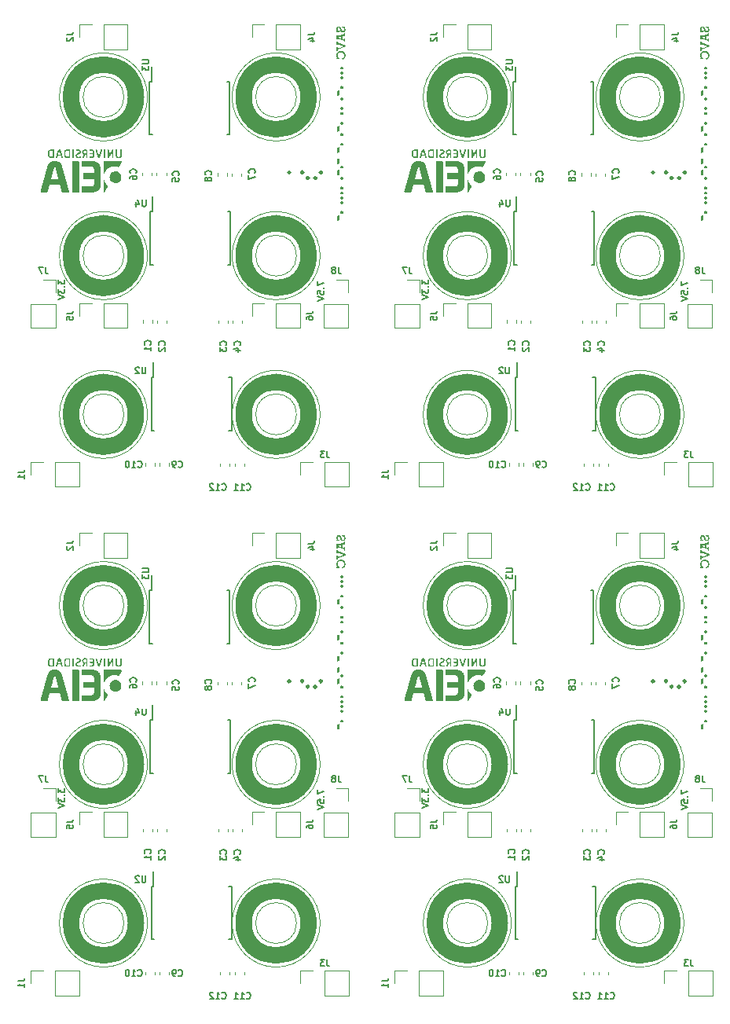
<source format=gbr>
%TF.GenerationSoftware,KiCad,Pcbnew,9.0.1*%
%TF.CreationDate,2025-06-04T09:15:00-05:00*%
%TF.ProjectId,Top_layer_Panel,546f705f-6c61-4796-9572-5f50616e656c,rev?*%
%TF.SameCoordinates,PX5fa74e0PY8cc3280*%
%TF.FileFunction,Legend,Bot*%
%TF.FilePolarity,Positive*%
%FSLAX46Y46*%
G04 Gerber Fmt 4.6, Leading zero omitted, Abs format (unit mm)*
G04 Created by KiCad (PCBNEW 9.0.1) date 2025-06-04 09:15:00*
%MOMM*%
%LPD*%
G01*
G04 APERTURE LIST*
%ADD10C,0.170000*%
%ADD11C,0.125000*%
%ADD12C,0.120000*%
%ADD13C,1.800000*%
%ADD14C,0.260000*%
%ADD15C,0.150000*%
%ADD16C,0.000000*%
G04 APERTURE END LIST*
D10*
X14434993Y33813333D02*
X14434993Y33380000D01*
X14434993Y33380000D02*
X14701660Y33613333D01*
X14701660Y33613333D02*
X14701660Y33513333D01*
X14701660Y33513333D02*
X14734993Y33446667D01*
X14734993Y33446667D02*
X14768326Y33413333D01*
X14768326Y33413333D02*
X14834993Y33380000D01*
X14834993Y33380000D02*
X15001660Y33380000D01*
X15001660Y33380000D02*
X15068326Y33413333D01*
X15068326Y33413333D02*
X15101660Y33446667D01*
X15101660Y33446667D02*
X15134993Y33513333D01*
X15134993Y33513333D02*
X15134993Y33713333D01*
X15134993Y33713333D02*
X15101660Y33780000D01*
X15101660Y33780000D02*
X15068326Y33813333D01*
X15068326Y33080000D02*
X15101660Y33046666D01*
X15101660Y33046666D02*
X15134993Y33080000D01*
X15134993Y33080000D02*
X15101660Y33113333D01*
X15101660Y33113333D02*
X15068326Y33080000D01*
X15068326Y33080000D02*
X15134993Y33080000D01*
X14434993Y32813333D02*
X14434993Y32380000D01*
X14434993Y32380000D02*
X14701660Y32613333D01*
X14701660Y32613333D02*
X14701660Y32513333D01*
X14701660Y32513333D02*
X14734993Y32446667D01*
X14734993Y32446667D02*
X14768326Y32413333D01*
X14768326Y32413333D02*
X14834993Y32380000D01*
X14834993Y32380000D02*
X15001660Y32380000D01*
X15001660Y32380000D02*
X15068326Y32413333D01*
X15068326Y32413333D02*
X15101660Y32446667D01*
X15101660Y32446667D02*
X15134993Y32513333D01*
X15134993Y32513333D02*
X15134993Y32713333D01*
X15134993Y32713333D02*
X15101660Y32780000D01*
X15101660Y32780000D02*
X15068326Y32813333D01*
X14434993Y32180000D02*
X15134993Y31946666D01*
X15134993Y31946666D02*
X14434993Y31713333D01*
G36*
X44811908Y111417684D02*
G01*
X44817094Y111375841D01*
X44832328Y111338705D01*
X44858162Y111305027D01*
X44891473Y111278867D01*
X44929477Y111263246D01*
X44973658Y111257857D01*
X45016400Y111263175D01*
X45053902Y111278732D01*
X45087506Y111305027D01*
X45113669Y111338744D01*
X45129071Y111375877D01*
X45134309Y111417684D01*
X45129039Y111459479D01*
X45113505Y111496801D01*
X45087048Y111530890D01*
X45053093Y111557533D01*
X45015722Y111573195D01*
X44973658Y111578518D01*
X44930834Y111573215D01*
X44893142Y111557691D01*
X44859261Y111531440D01*
X44832819Y111497606D01*
X44817224Y111460123D01*
X44811908Y111417684D01*
G37*
G36*
X44811908Y110893050D02*
G01*
X44817094Y110851207D01*
X44832328Y110814072D01*
X44858162Y110780393D01*
X44891473Y110754234D01*
X44929477Y110738612D01*
X44973658Y110733224D01*
X45016400Y110738542D01*
X45053902Y110754098D01*
X45087506Y110780393D01*
X45113669Y110814111D01*
X45129071Y110851243D01*
X45134309Y110893050D01*
X45129039Y110934845D01*
X45113505Y110972167D01*
X45087048Y111006257D01*
X45053093Y111032900D01*
X45015722Y111048561D01*
X44973658Y111053884D01*
X44930834Y111048582D01*
X44893142Y111033057D01*
X44859261Y111006806D01*
X44832819Y110972973D01*
X44817224Y110935489D01*
X44811908Y110893050D01*
G37*
G36*
X44811908Y110368416D02*
G01*
X44817094Y110326574D01*
X44832328Y110289438D01*
X44858162Y110255759D01*
X44891473Y110229600D01*
X44929477Y110213979D01*
X44973658Y110208590D01*
X45016400Y110213908D01*
X45053902Y110229465D01*
X45087506Y110255759D01*
X45113669Y110289477D01*
X45129071Y110326610D01*
X45134309Y110368416D01*
X45129039Y110410211D01*
X45113505Y110447533D01*
X45087048Y110481623D01*
X45053093Y110508266D01*
X45015722Y110523928D01*
X44973658Y110529250D01*
X44930834Y110523948D01*
X44893142Y110508423D01*
X44859261Y110482173D01*
X44832819Y110448339D01*
X44817224Y110410856D01*
X44811908Y110368416D01*
G37*
G36*
X44811908Y109319149D02*
G01*
X44817094Y109277306D01*
X44832328Y109240171D01*
X44858162Y109206492D01*
X44891473Y109180333D01*
X44929477Y109164711D01*
X44973658Y109159323D01*
X45016400Y109164641D01*
X45053902Y109180197D01*
X45087506Y109206492D01*
X45113669Y109240210D01*
X45129071Y109277343D01*
X45134309Y109319149D01*
X45129039Y109360944D01*
X45113505Y109398266D01*
X45087048Y109432356D01*
X45053093Y109458999D01*
X45015722Y109474660D01*
X44973658Y109479983D01*
X44930834Y109474681D01*
X44893142Y109459156D01*
X44859261Y109432905D01*
X44832819Y109399072D01*
X44817224Y109361588D01*
X44811908Y109319149D01*
G37*
G36*
X44700533Y108461490D02*
G01*
X44700533Y109006640D01*
X44684322Y109022028D01*
X44651187Y109006210D01*
X44580183Y108982094D01*
X44471922Y108953334D01*
X44471922Y108413405D01*
X44492164Y108393896D01*
X44569300Y108427995D01*
X44700533Y108461490D01*
G37*
G36*
X44811908Y108095492D02*
G01*
X44817094Y108053650D01*
X44832328Y108016514D01*
X44858162Y107982835D01*
X44891473Y107956676D01*
X44929477Y107941055D01*
X44973658Y107935666D01*
X45016400Y107940984D01*
X45053902Y107956541D01*
X45087506Y107982835D01*
X45113669Y108016553D01*
X45129071Y108053686D01*
X45134309Y108095492D01*
X45129039Y108137287D01*
X45113505Y108174609D01*
X45087048Y108208699D01*
X45053093Y108235342D01*
X45015722Y108251004D01*
X44973658Y108256326D01*
X44930834Y108251024D01*
X44893142Y108235499D01*
X44859261Y108209249D01*
X44832819Y108175415D01*
X44817224Y108137932D01*
X44811908Y108095492D01*
G37*
G36*
X44811908Y107046225D02*
G01*
X44817094Y107004383D01*
X44832328Y106967247D01*
X44858162Y106933568D01*
X44891473Y106907409D01*
X44929477Y106891787D01*
X44973658Y106886399D01*
X45016400Y106891717D01*
X45053902Y106907274D01*
X45087506Y106933568D01*
X45113669Y106967286D01*
X45129071Y107004419D01*
X45134309Y107046225D01*
X45129039Y107088020D01*
X45113505Y107125342D01*
X45087048Y107159432D01*
X45053093Y107186075D01*
X45015722Y107201737D01*
X44973658Y107207059D01*
X44930834Y107201757D01*
X44893142Y107186232D01*
X44859261Y107159981D01*
X44832819Y107126148D01*
X44817224Y107088664D01*
X44811908Y107046225D01*
G37*
G36*
X44811908Y106521592D02*
G01*
X44817094Y106479749D01*
X44832328Y106442613D01*
X44858162Y106408935D01*
X44891473Y106382775D01*
X44929477Y106367154D01*
X44973658Y106361765D01*
X45016400Y106367083D01*
X45053902Y106382640D01*
X45087506Y106408935D01*
X45113669Y106442652D01*
X45129071Y106479785D01*
X45134309Y106521592D01*
X45129039Y106563386D01*
X45113505Y106600708D01*
X45087048Y106634798D01*
X45053093Y106661441D01*
X45015722Y106677103D01*
X44973658Y106682425D01*
X44930834Y106677123D01*
X44893142Y106661598D01*
X44859261Y106635348D01*
X44832819Y106601514D01*
X44817224Y106564031D01*
X44811908Y106521592D01*
G37*
G36*
X44811908Y105472324D02*
G01*
X44817094Y105430482D01*
X44832328Y105393346D01*
X44858162Y105359667D01*
X44891473Y105333508D01*
X44929477Y105317887D01*
X44973658Y105312498D01*
X45016400Y105317816D01*
X45053902Y105333373D01*
X45087506Y105359667D01*
X45113669Y105393385D01*
X45129071Y105430518D01*
X45134309Y105472324D01*
X45129039Y105514119D01*
X45113505Y105551441D01*
X45087048Y105585531D01*
X45053093Y105612174D01*
X45015722Y105627836D01*
X44973658Y105633158D01*
X44930834Y105627856D01*
X44893142Y105612331D01*
X44859261Y105586080D01*
X44832819Y105552247D01*
X44817224Y105514763D01*
X44811908Y105472324D01*
G37*
G36*
X44700533Y104614666D02*
G01*
X44700533Y105159816D01*
X44684322Y105175203D01*
X44651187Y105159385D01*
X44580183Y105135269D01*
X44471922Y105106510D01*
X44471922Y104566580D01*
X44492164Y104547071D01*
X44569300Y104581171D01*
X44700533Y104614666D01*
G37*
G36*
X44811908Y104248668D02*
G01*
X44817094Y104206825D01*
X44832328Y104169689D01*
X44858162Y104136011D01*
X44891473Y104109851D01*
X44929477Y104094230D01*
X44973658Y104088841D01*
X45016400Y104094159D01*
X45053902Y104109716D01*
X45087506Y104136011D01*
X45113669Y104169728D01*
X45129071Y104206861D01*
X45134309Y104248668D01*
X45129039Y104290463D01*
X45113505Y104327785D01*
X45087048Y104361874D01*
X45053093Y104388517D01*
X45015722Y104404179D01*
X44973658Y104409502D01*
X44930834Y104404199D01*
X44893142Y104388675D01*
X44859261Y104362424D01*
X44832819Y104328590D01*
X44817224Y104291107D01*
X44811908Y104248668D01*
G37*
G36*
X44811908Y103199400D02*
G01*
X44817094Y103157558D01*
X44832328Y103120422D01*
X44858162Y103086743D01*
X44891473Y103060584D01*
X44929477Y103044963D01*
X44973658Y103039574D01*
X45016400Y103044892D01*
X45053902Y103060449D01*
X45087506Y103086743D01*
X45113669Y103120461D01*
X45129071Y103157594D01*
X45134309Y103199400D01*
X45129039Y103241195D01*
X45113505Y103278517D01*
X45087048Y103312607D01*
X45053093Y103339250D01*
X45015722Y103354912D01*
X44973658Y103360234D01*
X44930834Y103354932D01*
X44893142Y103339407D01*
X44859261Y103313156D01*
X44832819Y103279323D01*
X44817224Y103241839D01*
X44811908Y103199400D01*
G37*
G36*
X44700533Y102341742D02*
G01*
X44700533Y102886892D01*
X44684322Y102902279D01*
X44651187Y102886461D01*
X44580183Y102862345D01*
X44471922Y102833586D01*
X44471922Y102293656D01*
X44492164Y102274147D01*
X44569300Y102308247D01*
X44700533Y102341742D01*
G37*
G36*
X44700533Y101118085D02*
G01*
X44700533Y101663235D01*
X44684322Y101678622D01*
X44651187Y101662804D01*
X44580183Y101638689D01*
X44471922Y101609929D01*
X44471922Y101070000D01*
X44492164Y101050491D01*
X44569300Y101084590D01*
X44700533Y101118085D01*
G37*
G36*
X44811908Y100752087D02*
G01*
X44817094Y100710244D01*
X44832328Y100673109D01*
X44858162Y100639430D01*
X44891473Y100613271D01*
X44929477Y100597649D01*
X44973658Y100592261D01*
X45016400Y100597579D01*
X45053902Y100613135D01*
X45087506Y100639430D01*
X45113669Y100673147D01*
X45129071Y100710280D01*
X45134309Y100752087D01*
X45129039Y100793882D01*
X45113505Y100831204D01*
X45087048Y100865294D01*
X45053093Y100891937D01*
X45015722Y100907598D01*
X44973658Y100912921D01*
X44930834Y100907619D01*
X44893142Y100892094D01*
X44859261Y100865843D01*
X44832819Y100832010D01*
X44817224Y100794526D01*
X44811908Y100752087D01*
G37*
G36*
X44700533Y99894428D02*
G01*
X44700533Y100439578D01*
X44684322Y100454966D01*
X44651187Y100439147D01*
X44580183Y100415032D01*
X44471922Y100386272D01*
X44471922Y99846343D01*
X44492164Y99826834D01*
X44569300Y99860933D01*
X44700533Y99894428D01*
G37*
G36*
X44811908Y99528430D02*
G01*
X44817094Y99486588D01*
X44832328Y99449452D01*
X44858162Y99415773D01*
X44891473Y99389614D01*
X44929477Y99373993D01*
X44973658Y99368604D01*
X45016400Y99373922D01*
X45053902Y99389479D01*
X45087506Y99415773D01*
X45113669Y99449491D01*
X45129071Y99486624D01*
X45134309Y99528430D01*
X45129039Y99570225D01*
X45113505Y99607547D01*
X45087048Y99641637D01*
X45053093Y99668280D01*
X45015722Y99683942D01*
X44973658Y99689264D01*
X44930834Y99683962D01*
X44893142Y99668437D01*
X44859261Y99642186D01*
X44832819Y99608353D01*
X44817224Y99570869D01*
X44811908Y99528430D01*
G37*
G36*
X44811908Y98479163D02*
G01*
X44817094Y98437320D01*
X44832328Y98400185D01*
X44858162Y98366506D01*
X44891473Y98340347D01*
X44929477Y98324725D01*
X44973658Y98319337D01*
X45016400Y98324655D01*
X45053902Y98340211D01*
X45087506Y98366506D01*
X45113669Y98400224D01*
X45129071Y98437356D01*
X45134309Y98479163D01*
X45129039Y98520958D01*
X45113505Y98558280D01*
X45087048Y98592370D01*
X45053093Y98619013D01*
X45015722Y98634674D01*
X44973658Y98639997D01*
X44930834Y98634695D01*
X44893142Y98619170D01*
X44859261Y98592919D01*
X44832819Y98559086D01*
X44817224Y98521602D01*
X44811908Y98479163D01*
G37*
G36*
X44811908Y97954529D02*
G01*
X44817094Y97912687D01*
X44832328Y97875551D01*
X44858162Y97841872D01*
X44891473Y97815713D01*
X44929477Y97800092D01*
X44973658Y97794703D01*
X45016400Y97800021D01*
X45053902Y97815578D01*
X45087506Y97841872D01*
X45113669Y97875590D01*
X45129071Y97912723D01*
X45134309Y97954529D01*
X45129039Y97996324D01*
X45113505Y98033646D01*
X45087048Y98067736D01*
X45053093Y98094379D01*
X45015722Y98110041D01*
X44973658Y98115363D01*
X44930834Y98110061D01*
X44893142Y98094536D01*
X44859261Y98068286D01*
X44832819Y98034452D01*
X44817224Y97996969D01*
X44811908Y97954529D01*
G37*
G36*
X44811908Y97429896D02*
G01*
X44817094Y97388053D01*
X44832328Y97350917D01*
X44858162Y97317239D01*
X44891473Y97291079D01*
X44929477Y97275458D01*
X44973658Y97270069D01*
X45016400Y97275388D01*
X45053902Y97290944D01*
X45087506Y97317239D01*
X45113669Y97350956D01*
X45129071Y97388089D01*
X45134309Y97429896D01*
X45129039Y97471691D01*
X45113505Y97509013D01*
X45087048Y97543102D01*
X45053093Y97569745D01*
X45015722Y97585407D01*
X44973658Y97590730D01*
X44930834Y97585427D01*
X44893142Y97569903D01*
X44859261Y97543652D01*
X44832819Y97509819D01*
X44817224Y97472335D01*
X44811908Y97429896D01*
G37*
G36*
X44811908Y96905262D02*
G01*
X44817094Y96863420D01*
X44832328Y96826284D01*
X44858162Y96792605D01*
X44891473Y96766446D01*
X44929477Y96750824D01*
X44973658Y96745436D01*
X45016400Y96750754D01*
X45053902Y96766310D01*
X45087506Y96792605D01*
X45113669Y96826323D01*
X45129071Y96863456D01*
X45134309Y96905262D01*
X45129039Y96947057D01*
X45113505Y96984379D01*
X45087048Y97018469D01*
X45053093Y97045112D01*
X45015722Y97060774D01*
X44973658Y97066096D01*
X44930834Y97060794D01*
X44893142Y97045269D01*
X44859261Y97019018D01*
X44832819Y96985185D01*
X44817224Y96947701D01*
X44811908Y96905262D01*
G37*
G36*
X44811908Y95855995D02*
G01*
X44817094Y95814152D01*
X44832328Y95777017D01*
X44858162Y95743338D01*
X44891473Y95717178D01*
X44929477Y95701557D01*
X44973658Y95696169D01*
X45016400Y95701487D01*
X45053902Y95717043D01*
X45087506Y95743338D01*
X45113669Y95777055D01*
X45129071Y95814188D01*
X45134309Y95855995D01*
X45129039Y95897790D01*
X45113505Y95935112D01*
X45087048Y95969201D01*
X45053093Y95995845D01*
X45015722Y96011506D01*
X44973658Y96016829D01*
X44930834Y96011526D01*
X44893142Y95996002D01*
X44859261Y95969751D01*
X44832819Y95935918D01*
X44817224Y95898434D01*
X44811908Y95855995D01*
G37*
G36*
X44700533Y94998336D02*
G01*
X44700533Y95543486D01*
X44684322Y95558873D01*
X44651187Y95543055D01*
X44580183Y95518940D01*
X44471922Y95490180D01*
X44471922Y94950251D01*
X44492164Y94930742D01*
X44569300Y94964841D01*
X44700533Y94998336D01*
G37*
D11*
G36*
X84560000Y115901518D02*
G01*
X84216106Y115901518D01*
X84216106Y115782633D01*
X84299881Y115782633D01*
X84359356Y115743382D01*
X84402273Y115701888D01*
X84431453Y115657961D01*
X84448666Y115610844D01*
X84454487Y115559273D01*
X84449523Y115514021D01*
X84435182Y115474866D01*
X84411439Y115440449D01*
X84379978Y115413602D01*
X84342983Y115397507D01*
X84298721Y115391906D01*
X84255492Y115396895D01*
X84224057Y115410368D01*
X84201390Y115431534D01*
X84174917Y115480896D01*
X84142222Y115581133D01*
X84106316Y115700001D01*
X84077620Y115770360D01*
X84054308Y115808797D01*
X84025516Y115841296D01*
X83990853Y115868423D01*
X83951777Y115888380D01*
X83907602Y115900664D01*
X83857191Y115904938D01*
X83798619Y115899630D01*
X83748228Y115884457D01*
X83704451Y115859863D01*
X83666193Y115825376D01*
X83635311Y115783651D01*
X83613151Y115737094D01*
X83599495Y115684788D01*
X83594752Y115625524D01*
X83599299Y115569891D01*
X83612866Y115516496D01*
X83635698Y115464642D01*
X83668513Y115413765D01*
X83606475Y115413765D01*
X83606475Y115297628D01*
X83891751Y115297628D01*
X83891751Y115413765D01*
X83825622Y115413765D01*
X83776759Y115454679D01*
X83743133Y115501044D01*
X83722897Y115553925D01*
X83715896Y115615266D01*
X83720445Y115665991D01*
X83732833Y115704970D01*
X83751983Y115734823D01*
X83778203Y115758383D01*
X83806593Y115771924D01*
X83838201Y115776466D01*
X83874626Y115771097D01*
X83905856Y115755339D01*
X83931219Y115731203D01*
X83948782Y115701361D01*
X83987922Y115572279D01*
X84023190Y115455757D01*
X84050081Y115389891D01*
X84072274Y115354908D01*
X84103251Y115322410D01*
X84144420Y115292193D01*
X84190008Y115269645D01*
X84240290Y115255897D01*
X84296339Y115251161D01*
X84355349Y115256718D01*
X84407555Y115272813D01*
X84454331Y115299282D01*
X84496618Y115336890D01*
X84530986Y115381972D01*
X84555467Y115431689D01*
X84570452Y115486959D01*
X84575631Y115549015D01*
X84569849Y115611913D01*
X84552674Y115671180D01*
X84523769Y115727833D01*
X84482025Y115782633D01*
X84560000Y115782633D01*
X84560000Y115901518D01*
G37*
G36*
X84560000Y114844069D02*
G01*
X84442763Y114844069D01*
X84442763Y114959535D01*
X84227829Y114886445D01*
X84227829Y114544871D01*
X84442763Y114473858D01*
X84442763Y114592010D01*
X84560000Y114592010D01*
X84560000Y114219723D01*
X84442763Y114219723D01*
X84442763Y114326274D01*
X83715896Y114592010D01*
X83715896Y114473858D01*
X83610383Y114473858D01*
X83610383Y114719749D01*
X83715896Y114719749D01*
X83715896Y114706804D01*
X84118408Y114580409D01*
X84118408Y114850908D01*
X83715896Y114719749D01*
X83610383Y114719749D01*
X83610383Y114959535D01*
X83715896Y114959535D01*
X83715896Y114844069D01*
X84442763Y115103638D01*
X84442763Y115218432D01*
X84560000Y115218432D01*
X84560000Y114844069D01*
G37*
G36*
X84567815Y113838765D02*
G01*
X83727620Y114157746D01*
X83727620Y114275288D01*
X83610383Y114275288D01*
X83610383Y113900253D01*
X83727620Y113900253D01*
X83727620Y114010224D01*
X84365094Y113768423D01*
X83727620Y113532729D01*
X83727620Y113643371D01*
X83610383Y113643371D01*
X83610383Y113278594D01*
X83727620Y113278594D01*
X83727620Y113394060D01*
X84567815Y113706935D01*
X84567815Y113838765D01*
G37*
G36*
X84173119Y112451588D02*
G01*
X84242117Y112327940D01*
X84318506Y112354719D01*
X84384122Y112391560D01*
X84440417Y112438519D01*
X84488314Y112496346D01*
X84526286Y112561590D01*
X84553432Y112631299D01*
X84569973Y112706315D01*
X84575631Y112787666D01*
X84569587Y112873638D01*
X84552205Y112949903D01*
X84524148Y113017967D01*
X84485447Y113079047D01*
X84435497Y113134003D01*
X84377039Y113180810D01*
X84313948Y113216967D01*
X84245548Y113243008D01*
X84170925Y113258990D01*
X84088977Y113264489D01*
X83997928Y113258695D01*
X83917828Y113242123D01*
X83847087Y113215606D01*
X83784384Y113179431D01*
X83728719Y113133331D01*
X83680988Y113078351D01*
X83643964Y113017600D01*
X83617125Y112950264D01*
X83600516Y112875219D01*
X83594752Y112791086D01*
X83601539Y112698741D01*
X83621085Y112616758D01*
X83652720Y112543466D01*
X83696540Y112477539D01*
X83610383Y112477539D01*
X83610383Y112354563D01*
X83915198Y112354563D01*
X83915198Y112477539D01*
X83857340Y112510065D01*
X83809615Y112551942D01*
X83770912Y112603935D01*
X83742258Y112662511D01*
X83725412Y112722093D01*
X83719804Y112783575D01*
X83726454Y112852594D01*
X83745707Y112913462D01*
X83777394Y112967852D01*
X83822508Y113016888D01*
X83876221Y113056188D01*
X83936476Y113084480D01*
X84004500Y113101964D01*
X84081894Y113108052D01*
X84161127Y113101521D01*
X84230214Y113082801D01*
X84290956Y113052516D01*
X84344699Y113010355D01*
X84390097Y112958146D01*
X84421531Y112902815D01*
X84440299Y112843469D01*
X84446671Y112778812D01*
X84442246Y112725124D01*
X84429123Y112674325D01*
X84407155Y112625693D01*
X84375718Y112578655D01*
X84337605Y112537931D01*
X84291837Y112503214D01*
X84237442Y112474356D01*
X84173119Y112451588D01*
G37*
D10*
G36*
X44811908Y56617684D02*
G01*
X44817094Y56575841D01*
X44832328Y56538705D01*
X44858162Y56505027D01*
X44891473Y56478867D01*
X44929477Y56463246D01*
X44973658Y56457857D01*
X45016400Y56463175D01*
X45053902Y56478732D01*
X45087506Y56505027D01*
X45113669Y56538744D01*
X45129071Y56575877D01*
X45134309Y56617684D01*
X45129039Y56659479D01*
X45113505Y56696801D01*
X45087048Y56730890D01*
X45053093Y56757533D01*
X45015722Y56773195D01*
X44973658Y56778518D01*
X44930834Y56773215D01*
X44893142Y56757691D01*
X44859261Y56731440D01*
X44832819Y56697606D01*
X44817224Y56660123D01*
X44811908Y56617684D01*
G37*
G36*
X44811908Y56093050D02*
G01*
X44817094Y56051207D01*
X44832328Y56014072D01*
X44858162Y55980393D01*
X44891473Y55954234D01*
X44929477Y55938612D01*
X44973658Y55933224D01*
X45016400Y55938542D01*
X45053902Y55954098D01*
X45087506Y55980393D01*
X45113669Y56014111D01*
X45129071Y56051243D01*
X45134309Y56093050D01*
X45129039Y56134845D01*
X45113505Y56172167D01*
X45087048Y56206257D01*
X45053093Y56232900D01*
X45015722Y56248561D01*
X44973658Y56253884D01*
X44930834Y56248582D01*
X44893142Y56233057D01*
X44859261Y56206806D01*
X44832819Y56172973D01*
X44817224Y56135489D01*
X44811908Y56093050D01*
G37*
G36*
X44811908Y55568416D02*
G01*
X44817094Y55526574D01*
X44832328Y55489438D01*
X44858162Y55455759D01*
X44891473Y55429600D01*
X44929477Y55413979D01*
X44973658Y55408590D01*
X45016400Y55413908D01*
X45053902Y55429465D01*
X45087506Y55455759D01*
X45113669Y55489477D01*
X45129071Y55526610D01*
X45134309Y55568416D01*
X45129039Y55610211D01*
X45113505Y55647533D01*
X45087048Y55681623D01*
X45053093Y55708266D01*
X45015722Y55723928D01*
X44973658Y55729250D01*
X44930834Y55723948D01*
X44893142Y55708423D01*
X44859261Y55682173D01*
X44832819Y55648339D01*
X44817224Y55610856D01*
X44811908Y55568416D01*
G37*
G36*
X44811908Y54519149D02*
G01*
X44817094Y54477306D01*
X44832328Y54440171D01*
X44858162Y54406492D01*
X44891473Y54380333D01*
X44929477Y54364711D01*
X44973658Y54359323D01*
X45016400Y54364641D01*
X45053902Y54380197D01*
X45087506Y54406492D01*
X45113669Y54440210D01*
X45129071Y54477343D01*
X45134309Y54519149D01*
X45129039Y54560944D01*
X45113505Y54598266D01*
X45087048Y54632356D01*
X45053093Y54658999D01*
X45015722Y54674660D01*
X44973658Y54679983D01*
X44930834Y54674681D01*
X44893142Y54659156D01*
X44859261Y54632905D01*
X44832819Y54599072D01*
X44817224Y54561588D01*
X44811908Y54519149D01*
G37*
G36*
X44700533Y53661490D02*
G01*
X44700533Y54206640D01*
X44684322Y54222028D01*
X44651187Y54206210D01*
X44580183Y54182094D01*
X44471922Y54153334D01*
X44471922Y53613405D01*
X44492164Y53593896D01*
X44569300Y53627995D01*
X44700533Y53661490D01*
G37*
G36*
X44811908Y53295492D02*
G01*
X44817094Y53253650D01*
X44832328Y53216514D01*
X44858162Y53182835D01*
X44891473Y53156676D01*
X44929477Y53141055D01*
X44973658Y53135666D01*
X45016400Y53140984D01*
X45053902Y53156541D01*
X45087506Y53182835D01*
X45113669Y53216553D01*
X45129071Y53253686D01*
X45134309Y53295492D01*
X45129039Y53337287D01*
X45113505Y53374609D01*
X45087048Y53408699D01*
X45053093Y53435342D01*
X45015722Y53451004D01*
X44973658Y53456326D01*
X44930834Y53451024D01*
X44893142Y53435499D01*
X44859261Y53409249D01*
X44832819Y53375415D01*
X44817224Y53337932D01*
X44811908Y53295492D01*
G37*
G36*
X44811908Y52246225D02*
G01*
X44817094Y52204383D01*
X44832328Y52167247D01*
X44858162Y52133568D01*
X44891473Y52107409D01*
X44929477Y52091787D01*
X44973658Y52086399D01*
X45016400Y52091717D01*
X45053902Y52107274D01*
X45087506Y52133568D01*
X45113669Y52167286D01*
X45129071Y52204419D01*
X45134309Y52246225D01*
X45129039Y52288020D01*
X45113505Y52325342D01*
X45087048Y52359432D01*
X45053093Y52386075D01*
X45015722Y52401737D01*
X44973658Y52407059D01*
X44930834Y52401757D01*
X44893142Y52386232D01*
X44859261Y52359981D01*
X44832819Y52326148D01*
X44817224Y52288664D01*
X44811908Y52246225D01*
G37*
G36*
X44811908Y51721592D02*
G01*
X44817094Y51679749D01*
X44832328Y51642613D01*
X44858162Y51608935D01*
X44891473Y51582775D01*
X44929477Y51567154D01*
X44973658Y51561765D01*
X45016400Y51567083D01*
X45053902Y51582640D01*
X45087506Y51608935D01*
X45113669Y51642652D01*
X45129071Y51679785D01*
X45134309Y51721592D01*
X45129039Y51763386D01*
X45113505Y51800708D01*
X45087048Y51834798D01*
X45053093Y51861441D01*
X45015722Y51877103D01*
X44973658Y51882425D01*
X44930834Y51877123D01*
X44893142Y51861598D01*
X44859261Y51835348D01*
X44832819Y51801514D01*
X44817224Y51764031D01*
X44811908Y51721592D01*
G37*
G36*
X44811908Y50672324D02*
G01*
X44817094Y50630482D01*
X44832328Y50593346D01*
X44858162Y50559667D01*
X44891473Y50533508D01*
X44929477Y50517887D01*
X44973658Y50512498D01*
X45016400Y50517816D01*
X45053902Y50533373D01*
X45087506Y50559667D01*
X45113669Y50593385D01*
X45129071Y50630518D01*
X45134309Y50672324D01*
X45129039Y50714119D01*
X45113505Y50751441D01*
X45087048Y50785531D01*
X45053093Y50812174D01*
X45015722Y50827836D01*
X44973658Y50833158D01*
X44930834Y50827856D01*
X44893142Y50812331D01*
X44859261Y50786080D01*
X44832819Y50752247D01*
X44817224Y50714763D01*
X44811908Y50672324D01*
G37*
G36*
X44700533Y49814666D02*
G01*
X44700533Y50359816D01*
X44684322Y50375203D01*
X44651187Y50359385D01*
X44580183Y50335269D01*
X44471922Y50306510D01*
X44471922Y49766580D01*
X44492164Y49747071D01*
X44569300Y49781171D01*
X44700533Y49814666D01*
G37*
G36*
X44811908Y49448668D02*
G01*
X44817094Y49406825D01*
X44832328Y49369689D01*
X44858162Y49336011D01*
X44891473Y49309851D01*
X44929477Y49294230D01*
X44973658Y49288841D01*
X45016400Y49294159D01*
X45053902Y49309716D01*
X45087506Y49336011D01*
X45113669Y49369728D01*
X45129071Y49406861D01*
X45134309Y49448668D01*
X45129039Y49490463D01*
X45113505Y49527785D01*
X45087048Y49561874D01*
X45053093Y49588517D01*
X45015722Y49604179D01*
X44973658Y49609502D01*
X44930834Y49604199D01*
X44893142Y49588675D01*
X44859261Y49562424D01*
X44832819Y49528590D01*
X44817224Y49491107D01*
X44811908Y49448668D01*
G37*
G36*
X44811908Y48399400D02*
G01*
X44817094Y48357558D01*
X44832328Y48320422D01*
X44858162Y48286743D01*
X44891473Y48260584D01*
X44929477Y48244963D01*
X44973658Y48239574D01*
X45016400Y48244892D01*
X45053902Y48260449D01*
X45087506Y48286743D01*
X45113669Y48320461D01*
X45129071Y48357594D01*
X45134309Y48399400D01*
X45129039Y48441195D01*
X45113505Y48478517D01*
X45087048Y48512607D01*
X45053093Y48539250D01*
X45015722Y48554912D01*
X44973658Y48560234D01*
X44930834Y48554932D01*
X44893142Y48539407D01*
X44859261Y48513156D01*
X44832819Y48479323D01*
X44817224Y48441839D01*
X44811908Y48399400D01*
G37*
G36*
X44700533Y47541742D02*
G01*
X44700533Y48086892D01*
X44684322Y48102279D01*
X44651187Y48086461D01*
X44580183Y48062345D01*
X44471922Y48033586D01*
X44471922Y47493656D01*
X44492164Y47474147D01*
X44569300Y47508247D01*
X44700533Y47541742D01*
G37*
G36*
X44700533Y46318085D02*
G01*
X44700533Y46863235D01*
X44684322Y46878622D01*
X44651187Y46862804D01*
X44580183Y46838689D01*
X44471922Y46809929D01*
X44471922Y46270000D01*
X44492164Y46250491D01*
X44569300Y46284590D01*
X44700533Y46318085D01*
G37*
G36*
X44811908Y45952087D02*
G01*
X44817094Y45910244D01*
X44832328Y45873109D01*
X44858162Y45839430D01*
X44891473Y45813271D01*
X44929477Y45797649D01*
X44973658Y45792261D01*
X45016400Y45797579D01*
X45053902Y45813135D01*
X45087506Y45839430D01*
X45113669Y45873147D01*
X45129071Y45910280D01*
X45134309Y45952087D01*
X45129039Y45993882D01*
X45113505Y46031204D01*
X45087048Y46065294D01*
X45053093Y46091937D01*
X45015722Y46107598D01*
X44973658Y46112921D01*
X44930834Y46107619D01*
X44893142Y46092094D01*
X44859261Y46065843D01*
X44832819Y46032010D01*
X44817224Y45994526D01*
X44811908Y45952087D01*
G37*
G36*
X44700533Y45094428D02*
G01*
X44700533Y45639578D01*
X44684322Y45654966D01*
X44651187Y45639147D01*
X44580183Y45615032D01*
X44471922Y45586272D01*
X44471922Y45046343D01*
X44492164Y45026834D01*
X44569300Y45060933D01*
X44700533Y45094428D01*
G37*
G36*
X44811908Y44728430D02*
G01*
X44817094Y44686588D01*
X44832328Y44649452D01*
X44858162Y44615773D01*
X44891473Y44589614D01*
X44929477Y44573993D01*
X44973658Y44568604D01*
X45016400Y44573922D01*
X45053902Y44589479D01*
X45087506Y44615773D01*
X45113669Y44649491D01*
X45129071Y44686624D01*
X45134309Y44728430D01*
X45129039Y44770225D01*
X45113505Y44807547D01*
X45087048Y44841637D01*
X45053093Y44868280D01*
X45015722Y44883942D01*
X44973658Y44889264D01*
X44930834Y44883962D01*
X44893142Y44868437D01*
X44859261Y44842186D01*
X44832819Y44808353D01*
X44817224Y44770869D01*
X44811908Y44728430D01*
G37*
G36*
X44811908Y43679163D02*
G01*
X44817094Y43637320D01*
X44832328Y43600185D01*
X44858162Y43566506D01*
X44891473Y43540347D01*
X44929477Y43524725D01*
X44973658Y43519337D01*
X45016400Y43524655D01*
X45053902Y43540211D01*
X45087506Y43566506D01*
X45113669Y43600224D01*
X45129071Y43637356D01*
X45134309Y43679163D01*
X45129039Y43720958D01*
X45113505Y43758280D01*
X45087048Y43792370D01*
X45053093Y43819013D01*
X45015722Y43834674D01*
X44973658Y43839997D01*
X44930834Y43834695D01*
X44893142Y43819170D01*
X44859261Y43792919D01*
X44832819Y43759086D01*
X44817224Y43721602D01*
X44811908Y43679163D01*
G37*
G36*
X44811908Y43154529D02*
G01*
X44817094Y43112687D01*
X44832328Y43075551D01*
X44858162Y43041872D01*
X44891473Y43015713D01*
X44929477Y43000092D01*
X44973658Y42994703D01*
X45016400Y43000021D01*
X45053902Y43015578D01*
X45087506Y43041872D01*
X45113669Y43075590D01*
X45129071Y43112723D01*
X45134309Y43154529D01*
X45129039Y43196324D01*
X45113505Y43233646D01*
X45087048Y43267736D01*
X45053093Y43294379D01*
X45015722Y43310041D01*
X44973658Y43315363D01*
X44930834Y43310061D01*
X44893142Y43294536D01*
X44859261Y43268286D01*
X44832819Y43234452D01*
X44817224Y43196969D01*
X44811908Y43154529D01*
G37*
G36*
X44811908Y42629896D02*
G01*
X44817094Y42588053D01*
X44832328Y42550917D01*
X44858162Y42517239D01*
X44891473Y42491079D01*
X44929477Y42475458D01*
X44973658Y42470069D01*
X45016400Y42475388D01*
X45053902Y42490944D01*
X45087506Y42517239D01*
X45113669Y42550956D01*
X45129071Y42588089D01*
X45134309Y42629896D01*
X45129039Y42671691D01*
X45113505Y42709013D01*
X45087048Y42743102D01*
X45053093Y42769745D01*
X45015722Y42785407D01*
X44973658Y42790730D01*
X44930834Y42785427D01*
X44893142Y42769903D01*
X44859261Y42743652D01*
X44832819Y42709819D01*
X44817224Y42672335D01*
X44811908Y42629896D01*
G37*
G36*
X44811908Y42105262D02*
G01*
X44817094Y42063420D01*
X44832328Y42026284D01*
X44858162Y41992605D01*
X44891473Y41966446D01*
X44929477Y41950824D01*
X44973658Y41945436D01*
X45016400Y41950754D01*
X45053902Y41966310D01*
X45087506Y41992605D01*
X45113669Y42026323D01*
X45129071Y42063456D01*
X45134309Y42105262D01*
X45129039Y42147057D01*
X45113505Y42184379D01*
X45087048Y42218469D01*
X45053093Y42245112D01*
X45015722Y42260774D01*
X44973658Y42266096D01*
X44930834Y42260794D01*
X44893142Y42245269D01*
X44859261Y42219018D01*
X44832819Y42185185D01*
X44817224Y42147701D01*
X44811908Y42105262D01*
G37*
G36*
X44811908Y41055995D02*
G01*
X44817094Y41014152D01*
X44832328Y40977017D01*
X44858162Y40943338D01*
X44891473Y40917178D01*
X44929477Y40901557D01*
X44973658Y40896169D01*
X45016400Y40901487D01*
X45053902Y40917043D01*
X45087506Y40943338D01*
X45113669Y40977055D01*
X45129071Y41014188D01*
X45134309Y41055995D01*
X45129039Y41097790D01*
X45113505Y41135112D01*
X45087048Y41169201D01*
X45053093Y41195845D01*
X45015722Y41211506D01*
X44973658Y41216829D01*
X44930834Y41211526D01*
X44893142Y41196002D01*
X44859261Y41169751D01*
X44832819Y41135918D01*
X44817224Y41098434D01*
X44811908Y41055995D01*
G37*
G36*
X44700533Y40198336D02*
G01*
X44700533Y40743486D01*
X44684322Y40758873D01*
X44651187Y40743055D01*
X44580183Y40718940D01*
X44471922Y40690180D01*
X44471922Y40150251D01*
X44492164Y40130742D01*
X44569300Y40164841D01*
X44700533Y40198336D01*
G37*
X42374993Y33653333D02*
X42374993Y33186667D01*
X42374993Y33186667D02*
X43074993Y33486667D01*
X43008326Y32920000D02*
X43041660Y32886666D01*
X43041660Y32886666D02*
X43074993Y32920000D01*
X43074993Y32920000D02*
X43041660Y32953333D01*
X43041660Y32953333D02*
X43008326Y32920000D01*
X43008326Y32920000D02*
X43074993Y32920000D01*
X42374993Y32253333D02*
X42374993Y32586667D01*
X42374993Y32586667D02*
X42708326Y32620000D01*
X42708326Y32620000D02*
X42674993Y32586667D01*
X42674993Y32586667D02*
X42641660Y32520000D01*
X42641660Y32520000D02*
X42641660Y32353333D01*
X42641660Y32353333D02*
X42674993Y32286667D01*
X42674993Y32286667D02*
X42708326Y32253333D01*
X42708326Y32253333D02*
X42774993Y32220000D01*
X42774993Y32220000D02*
X42941660Y32220000D01*
X42941660Y32220000D02*
X43008326Y32253333D01*
X43008326Y32253333D02*
X43041660Y32286667D01*
X43041660Y32286667D02*
X43074993Y32353333D01*
X43074993Y32353333D02*
X43074993Y32520000D01*
X43074993Y32520000D02*
X43041660Y32586667D01*
X43041660Y32586667D02*
X43008326Y32620000D01*
X42374993Y32020000D02*
X43074993Y31786666D01*
X43074993Y31786666D02*
X42374993Y31553333D01*
D11*
G36*
X45360000Y115901518D02*
G01*
X45016106Y115901518D01*
X45016106Y115782633D01*
X45099881Y115782633D01*
X45159356Y115743382D01*
X45202273Y115701888D01*
X45231453Y115657961D01*
X45248666Y115610844D01*
X45254487Y115559273D01*
X45249523Y115514021D01*
X45235182Y115474866D01*
X45211439Y115440449D01*
X45179978Y115413602D01*
X45142983Y115397507D01*
X45098721Y115391906D01*
X45055492Y115396895D01*
X45024057Y115410368D01*
X45001390Y115431534D01*
X44974917Y115480896D01*
X44942222Y115581133D01*
X44906316Y115700001D01*
X44877620Y115770360D01*
X44854308Y115808797D01*
X44825516Y115841296D01*
X44790853Y115868423D01*
X44751777Y115888380D01*
X44707602Y115900664D01*
X44657191Y115904938D01*
X44598619Y115899630D01*
X44548228Y115884457D01*
X44504451Y115859863D01*
X44466193Y115825376D01*
X44435311Y115783651D01*
X44413151Y115737094D01*
X44399495Y115684788D01*
X44394752Y115625524D01*
X44399299Y115569891D01*
X44412866Y115516496D01*
X44435698Y115464642D01*
X44468513Y115413765D01*
X44406475Y115413765D01*
X44406475Y115297628D01*
X44691751Y115297628D01*
X44691751Y115413765D01*
X44625622Y115413765D01*
X44576759Y115454679D01*
X44543133Y115501044D01*
X44522897Y115553925D01*
X44515896Y115615266D01*
X44520445Y115665991D01*
X44532833Y115704970D01*
X44551983Y115734823D01*
X44578203Y115758383D01*
X44606593Y115771924D01*
X44638201Y115776466D01*
X44674626Y115771097D01*
X44705856Y115755339D01*
X44731219Y115731203D01*
X44748782Y115701361D01*
X44787922Y115572279D01*
X44823190Y115455757D01*
X44850081Y115389891D01*
X44872274Y115354908D01*
X44903251Y115322410D01*
X44944420Y115292193D01*
X44990008Y115269645D01*
X45040290Y115255897D01*
X45096339Y115251161D01*
X45155349Y115256718D01*
X45207555Y115272813D01*
X45254331Y115299282D01*
X45296618Y115336890D01*
X45330986Y115381972D01*
X45355467Y115431689D01*
X45370452Y115486959D01*
X45375631Y115549015D01*
X45369849Y115611913D01*
X45352674Y115671180D01*
X45323769Y115727833D01*
X45282025Y115782633D01*
X45360000Y115782633D01*
X45360000Y115901518D01*
G37*
G36*
X45360000Y114844069D02*
G01*
X45242763Y114844069D01*
X45242763Y114959535D01*
X45027829Y114886445D01*
X45027829Y114544871D01*
X45242763Y114473858D01*
X45242763Y114592010D01*
X45360000Y114592010D01*
X45360000Y114219723D01*
X45242763Y114219723D01*
X45242763Y114326274D01*
X44515896Y114592010D01*
X44515896Y114473858D01*
X44410383Y114473858D01*
X44410383Y114719749D01*
X44515896Y114719749D01*
X44515896Y114706804D01*
X44918408Y114580409D01*
X44918408Y114850908D01*
X44515896Y114719749D01*
X44410383Y114719749D01*
X44410383Y114959535D01*
X44515896Y114959535D01*
X44515896Y114844069D01*
X45242763Y115103638D01*
X45242763Y115218432D01*
X45360000Y115218432D01*
X45360000Y114844069D01*
G37*
G36*
X45367815Y113838765D02*
G01*
X44527620Y114157746D01*
X44527620Y114275288D01*
X44410383Y114275288D01*
X44410383Y113900253D01*
X44527620Y113900253D01*
X44527620Y114010224D01*
X45165094Y113768423D01*
X44527620Y113532729D01*
X44527620Y113643371D01*
X44410383Y113643371D01*
X44410383Y113278594D01*
X44527620Y113278594D01*
X44527620Y113394060D01*
X45367815Y113706935D01*
X45367815Y113838765D01*
G37*
G36*
X44973119Y112451588D02*
G01*
X45042117Y112327940D01*
X45118506Y112354719D01*
X45184122Y112391560D01*
X45240417Y112438519D01*
X45288314Y112496346D01*
X45326286Y112561590D01*
X45353432Y112631299D01*
X45369973Y112706315D01*
X45375631Y112787666D01*
X45369587Y112873638D01*
X45352205Y112949903D01*
X45324148Y113017967D01*
X45285447Y113079047D01*
X45235497Y113134003D01*
X45177039Y113180810D01*
X45113948Y113216967D01*
X45045548Y113243008D01*
X44970925Y113258990D01*
X44888977Y113264489D01*
X44797928Y113258695D01*
X44717828Y113242123D01*
X44647087Y113215606D01*
X44584384Y113179431D01*
X44528719Y113133331D01*
X44480988Y113078351D01*
X44443964Y113017600D01*
X44417125Y112950264D01*
X44400516Y112875219D01*
X44394752Y112791086D01*
X44401539Y112698741D01*
X44421085Y112616758D01*
X44452720Y112543466D01*
X44496540Y112477539D01*
X44410383Y112477539D01*
X44410383Y112354563D01*
X44715198Y112354563D01*
X44715198Y112477539D01*
X44657340Y112510065D01*
X44609615Y112551942D01*
X44570912Y112603935D01*
X44542258Y112662511D01*
X44525412Y112722093D01*
X44519804Y112783575D01*
X44526454Y112852594D01*
X44545707Y112913462D01*
X44577394Y112967852D01*
X44622508Y113016888D01*
X44676221Y113056188D01*
X44736476Y113084480D01*
X44804500Y113101964D01*
X44881894Y113108052D01*
X44961127Y113101521D01*
X45030214Y113082801D01*
X45090956Y113052516D01*
X45144699Y113010355D01*
X45190097Y112958146D01*
X45221531Y112902815D01*
X45240299Y112843469D01*
X45246671Y112778812D01*
X45242246Y112725124D01*
X45229123Y112674325D01*
X45207155Y112625693D01*
X45175718Y112578655D01*
X45137605Y112537931D01*
X45091837Y112503214D01*
X45037442Y112474356D01*
X44973119Y112451588D01*
G37*
D10*
X53634993Y88613333D02*
X53634993Y88180000D01*
X53634993Y88180000D02*
X53901660Y88413333D01*
X53901660Y88413333D02*
X53901660Y88313333D01*
X53901660Y88313333D02*
X53934993Y88246667D01*
X53934993Y88246667D02*
X53968326Y88213333D01*
X53968326Y88213333D02*
X54034993Y88180000D01*
X54034993Y88180000D02*
X54201660Y88180000D01*
X54201660Y88180000D02*
X54268326Y88213333D01*
X54268326Y88213333D02*
X54301660Y88246667D01*
X54301660Y88246667D02*
X54334993Y88313333D01*
X54334993Y88313333D02*
X54334993Y88513333D01*
X54334993Y88513333D02*
X54301660Y88580000D01*
X54301660Y88580000D02*
X54268326Y88613333D01*
X54268326Y87880000D02*
X54301660Y87846666D01*
X54301660Y87846666D02*
X54334993Y87880000D01*
X54334993Y87880000D02*
X54301660Y87913333D01*
X54301660Y87913333D02*
X54268326Y87880000D01*
X54268326Y87880000D02*
X54334993Y87880000D01*
X53634993Y87613333D02*
X53634993Y87180000D01*
X53634993Y87180000D02*
X53901660Y87413333D01*
X53901660Y87413333D02*
X53901660Y87313333D01*
X53901660Y87313333D02*
X53934993Y87246667D01*
X53934993Y87246667D02*
X53968326Y87213333D01*
X53968326Y87213333D02*
X54034993Y87180000D01*
X54034993Y87180000D02*
X54201660Y87180000D01*
X54201660Y87180000D02*
X54268326Y87213333D01*
X54268326Y87213333D02*
X54301660Y87246667D01*
X54301660Y87246667D02*
X54334993Y87313333D01*
X54334993Y87313333D02*
X54334993Y87513333D01*
X54334993Y87513333D02*
X54301660Y87580000D01*
X54301660Y87580000D02*
X54268326Y87613333D01*
X53634993Y86980000D02*
X54334993Y86746666D01*
X54334993Y86746666D02*
X53634993Y86513333D01*
X81574993Y33653333D02*
X81574993Y33186667D01*
X81574993Y33186667D02*
X82274993Y33486667D01*
X82208326Y32920000D02*
X82241660Y32886666D01*
X82241660Y32886666D02*
X82274993Y32920000D01*
X82274993Y32920000D02*
X82241660Y32953333D01*
X82241660Y32953333D02*
X82208326Y32920000D01*
X82208326Y32920000D02*
X82274993Y32920000D01*
X81574993Y32253333D02*
X81574993Y32586667D01*
X81574993Y32586667D02*
X81908326Y32620000D01*
X81908326Y32620000D02*
X81874993Y32586667D01*
X81874993Y32586667D02*
X81841660Y32520000D01*
X81841660Y32520000D02*
X81841660Y32353333D01*
X81841660Y32353333D02*
X81874993Y32286667D01*
X81874993Y32286667D02*
X81908326Y32253333D01*
X81908326Y32253333D02*
X81974993Y32220000D01*
X81974993Y32220000D02*
X82141660Y32220000D01*
X82141660Y32220000D02*
X82208326Y32253333D01*
X82208326Y32253333D02*
X82241660Y32286667D01*
X82241660Y32286667D02*
X82274993Y32353333D01*
X82274993Y32353333D02*
X82274993Y32520000D01*
X82274993Y32520000D02*
X82241660Y32586667D01*
X82241660Y32586667D02*
X82208326Y32620000D01*
X81574993Y32020000D02*
X82274993Y31786666D01*
X82274993Y31786666D02*
X81574993Y31553333D01*
G36*
X84011908Y56617684D02*
G01*
X84017094Y56575841D01*
X84032328Y56538705D01*
X84058162Y56505027D01*
X84091473Y56478867D01*
X84129477Y56463246D01*
X84173658Y56457857D01*
X84216400Y56463175D01*
X84253902Y56478732D01*
X84287506Y56505027D01*
X84313669Y56538744D01*
X84329071Y56575877D01*
X84334309Y56617684D01*
X84329039Y56659479D01*
X84313505Y56696801D01*
X84287048Y56730890D01*
X84253093Y56757533D01*
X84215722Y56773195D01*
X84173658Y56778518D01*
X84130834Y56773215D01*
X84093142Y56757691D01*
X84059261Y56731440D01*
X84032819Y56697606D01*
X84017224Y56660123D01*
X84011908Y56617684D01*
G37*
G36*
X84011908Y56093050D02*
G01*
X84017094Y56051207D01*
X84032328Y56014072D01*
X84058162Y55980393D01*
X84091473Y55954234D01*
X84129477Y55938612D01*
X84173658Y55933224D01*
X84216400Y55938542D01*
X84253902Y55954098D01*
X84287506Y55980393D01*
X84313669Y56014111D01*
X84329071Y56051243D01*
X84334309Y56093050D01*
X84329039Y56134845D01*
X84313505Y56172167D01*
X84287048Y56206257D01*
X84253093Y56232900D01*
X84215722Y56248561D01*
X84173658Y56253884D01*
X84130834Y56248582D01*
X84093142Y56233057D01*
X84059261Y56206806D01*
X84032819Y56172973D01*
X84017224Y56135489D01*
X84011908Y56093050D01*
G37*
G36*
X84011908Y55568416D02*
G01*
X84017094Y55526574D01*
X84032328Y55489438D01*
X84058162Y55455759D01*
X84091473Y55429600D01*
X84129477Y55413979D01*
X84173658Y55408590D01*
X84216400Y55413908D01*
X84253902Y55429465D01*
X84287506Y55455759D01*
X84313669Y55489477D01*
X84329071Y55526610D01*
X84334309Y55568416D01*
X84329039Y55610211D01*
X84313505Y55647533D01*
X84287048Y55681623D01*
X84253093Y55708266D01*
X84215722Y55723928D01*
X84173658Y55729250D01*
X84130834Y55723948D01*
X84093142Y55708423D01*
X84059261Y55682173D01*
X84032819Y55648339D01*
X84017224Y55610856D01*
X84011908Y55568416D01*
G37*
G36*
X84011908Y54519149D02*
G01*
X84017094Y54477306D01*
X84032328Y54440171D01*
X84058162Y54406492D01*
X84091473Y54380333D01*
X84129477Y54364711D01*
X84173658Y54359323D01*
X84216400Y54364641D01*
X84253902Y54380197D01*
X84287506Y54406492D01*
X84313669Y54440210D01*
X84329071Y54477343D01*
X84334309Y54519149D01*
X84329039Y54560944D01*
X84313505Y54598266D01*
X84287048Y54632356D01*
X84253093Y54658999D01*
X84215722Y54674660D01*
X84173658Y54679983D01*
X84130834Y54674681D01*
X84093142Y54659156D01*
X84059261Y54632905D01*
X84032819Y54599072D01*
X84017224Y54561588D01*
X84011908Y54519149D01*
G37*
G36*
X83900533Y53661490D02*
G01*
X83900533Y54206640D01*
X83884322Y54222028D01*
X83851187Y54206210D01*
X83780183Y54182094D01*
X83671922Y54153334D01*
X83671922Y53613405D01*
X83692164Y53593896D01*
X83769300Y53627995D01*
X83900533Y53661490D01*
G37*
G36*
X84011908Y53295492D02*
G01*
X84017094Y53253650D01*
X84032328Y53216514D01*
X84058162Y53182835D01*
X84091473Y53156676D01*
X84129477Y53141055D01*
X84173658Y53135666D01*
X84216400Y53140984D01*
X84253902Y53156541D01*
X84287506Y53182835D01*
X84313669Y53216553D01*
X84329071Y53253686D01*
X84334309Y53295492D01*
X84329039Y53337287D01*
X84313505Y53374609D01*
X84287048Y53408699D01*
X84253093Y53435342D01*
X84215722Y53451004D01*
X84173658Y53456326D01*
X84130834Y53451024D01*
X84093142Y53435499D01*
X84059261Y53409249D01*
X84032819Y53375415D01*
X84017224Y53337932D01*
X84011908Y53295492D01*
G37*
G36*
X84011908Y52246225D02*
G01*
X84017094Y52204383D01*
X84032328Y52167247D01*
X84058162Y52133568D01*
X84091473Y52107409D01*
X84129477Y52091787D01*
X84173658Y52086399D01*
X84216400Y52091717D01*
X84253902Y52107274D01*
X84287506Y52133568D01*
X84313669Y52167286D01*
X84329071Y52204419D01*
X84334309Y52246225D01*
X84329039Y52288020D01*
X84313505Y52325342D01*
X84287048Y52359432D01*
X84253093Y52386075D01*
X84215722Y52401737D01*
X84173658Y52407059D01*
X84130834Y52401757D01*
X84093142Y52386232D01*
X84059261Y52359981D01*
X84032819Y52326148D01*
X84017224Y52288664D01*
X84011908Y52246225D01*
G37*
G36*
X84011908Y51721592D02*
G01*
X84017094Y51679749D01*
X84032328Y51642613D01*
X84058162Y51608935D01*
X84091473Y51582775D01*
X84129477Y51567154D01*
X84173658Y51561765D01*
X84216400Y51567083D01*
X84253902Y51582640D01*
X84287506Y51608935D01*
X84313669Y51642652D01*
X84329071Y51679785D01*
X84334309Y51721592D01*
X84329039Y51763386D01*
X84313505Y51800708D01*
X84287048Y51834798D01*
X84253093Y51861441D01*
X84215722Y51877103D01*
X84173658Y51882425D01*
X84130834Y51877123D01*
X84093142Y51861598D01*
X84059261Y51835348D01*
X84032819Y51801514D01*
X84017224Y51764031D01*
X84011908Y51721592D01*
G37*
G36*
X84011908Y50672324D02*
G01*
X84017094Y50630482D01*
X84032328Y50593346D01*
X84058162Y50559667D01*
X84091473Y50533508D01*
X84129477Y50517887D01*
X84173658Y50512498D01*
X84216400Y50517816D01*
X84253902Y50533373D01*
X84287506Y50559667D01*
X84313669Y50593385D01*
X84329071Y50630518D01*
X84334309Y50672324D01*
X84329039Y50714119D01*
X84313505Y50751441D01*
X84287048Y50785531D01*
X84253093Y50812174D01*
X84215722Y50827836D01*
X84173658Y50833158D01*
X84130834Y50827856D01*
X84093142Y50812331D01*
X84059261Y50786080D01*
X84032819Y50752247D01*
X84017224Y50714763D01*
X84011908Y50672324D01*
G37*
G36*
X83900533Y49814666D02*
G01*
X83900533Y50359816D01*
X83884322Y50375203D01*
X83851187Y50359385D01*
X83780183Y50335269D01*
X83671922Y50306510D01*
X83671922Y49766580D01*
X83692164Y49747071D01*
X83769300Y49781171D01*
X83900533Y49814666D01*
G37*
G36*
X84011908Y49448668D02*
G01*
X84017094Y49406825D01*
X84032328Y49369689D01*
X84058162Y49336011D01*
X84091473Y49309851D01*
X84129477Y49294230D01*
X84173658Y49288841D01*
X84216400Y49294159D01*
X84253902Y49309716D01*
X84287506Y49336011D01*
X84313669Y49369728D01*
X84329071Y49406861D01*
X84334309Y49448668D01*
X84329039Y49490463D01*
X84313505Y49527785D01*
X84287048Y49561874D01*
X84253093Y49588517D01*
X84215722Y49604179D01*
X84173658Y49609502D01*
X84130834Y49604199D01*
X84093142Y49588675D01*
X84059261Y49562424D01*
X84032819Y49528590D01*
X84017224Y49491107D01*
X84011908Y49448668D01*
G37*
G36*
X84011908Y48399400D02*
G01*
X84017094Y48357558D01*
X84032328Y48320422D01*
X84058162Y48286743D01*
X84091473Y48260584D01*
X84129477Y48244963D01*
X84173658Y48239574D01*
X84216400Y48244892D01*
X84253902Y48260449D01*
X84287506Y48286743D01*
X84313669Y48320461D01*
X84329071Y48357594D01*
X84334309Y48399400D01*
X84329039Y48441195D01*
X84313505Y48478517D01*
X84287048Y48512607D01*
X84253093Y48539250D01*
X84215722Y48554912D01*
X84173658Y48560234D01*
X84130834Y48554932D01*
X84093142Y48539407D01*
X84059261Y48513156D01*
X84032819Y48479323D01*
X84017224Y48441839D01*
X84011908Y48399400D01*
G37*
G36*
X83900533Y47541742D02*
G01*
X83900533Y48086892D01*
X83884322Y48102279D01*
X83851187Y48086461D01*
X83780183Y48062345D01*
X83671922Y48033586D01*
X83671922Y47493656D01*
X83692164Y47474147D01*
X83769300Y47508247D01*
X83900533Y47541742D01*
G37*
G36*
X83900533Y46318085D02*
G01*
X83900533Y46863235D01*
X83884322Y46878622D01*
X83851187Y46862804D01*
X83780183Y46838689D01*
X83671922Y46809929D01*
X83671922Y46270000D01*
X83692164Y46250491D01*
X83769300Y46284590D01*
X83900533Y46318085D01*
G37*
G36*
X84011908Y45952087D02*
G01*
X84017094Y45910244D01*
X84032328Y45873109D01*
X84058162Y45839430D01*
X84091473Y45813271D01*
X84129477Y45797649D01*
X84173658Y45792261D01*
X84216400Y45797579D01*
X84253902Y45813135D01*
X84287506Y45839430D01*
X84313669Y45873147D01*
X84329071Y45910280D01*
X84334309Y45952087D01*
X84329039Y45993882D01*
X84313505Y46031204D01*
X84287048Y46065294D01*
X84253093Y46091937D01*
X84215722Y46107598D01*
X84173658Y46112921D01*
X84130834Y46107619D01*
X84093142Y46092094D01*
X84059261Y46065843D01*
X84032819Y46032010D01*
X84017224Y45994526D01*
X84011908Y45952087D01*
G37*
G36*
X83900533Y45094428D02*
G01*
X83900533Y45639578D01*
X83884322Y45654966D01*
X83851187Y45639147D01*
X83780183Y45615032D01*
X83671922Y45586272D01*
X83671922Y45046343D01*
X83692164Y45026834D01*
X83769300Y45060933D01*
X83900533Y45094428D01*
G37*
G36*
X84011908Y44728430D02*
G01*
X84017094Y44686588D01*
X84032328Y44649452D01*
X84058162Y44615773D01*
X84091473Y44589614D01*
X84129477Y44573993D01*
X84173658Y44568604D01*
X84216400Y44573922D01*
X84253902Y44589479D01*
X84287506Y44615773D01*
X84313669Y44649491D01*
X84329071Y44686624D01*
X84334309Y44728430D01*
X84329039Y44770225D01*
X84313505Y44807547D01*
X84287048Y44841637D01*
X84253093Y44868280D01*
X84215722Y44883942D01*
X84173658Y44889264D01*
X84130834Y44883962D01*
X84093142Y44868437D01*
X84059261Y44842186D01*
X84032819Y44808353D01*
X84017224Y44770869D01*
X84011908Y44728430D01*
G37*
G36*
X84011908Y43679163D02*
G01*
X84017094Y43637320D01*
X84032328Y43600185D01*
X84058162Y43566506D01*
X84091473Y43540347D01*
X84129477Y43524725D01*
X84173658Y43519337D01*
X84216400Y43524655D01*
X84253902Y43540211D01*
X84287506Y43566506D01*
X84313669Y43600224D01*
X84329071Y43637356D01*
X84334309Y43679163D01*
X84329039Y43720958D01*
X84313505Y43758280D01*
X84287048Y43792370D01*
X84253093Y43819013D01*
X84215722Y43834674D01*
X84173658Y43839997D01*
X84130834Y43834695D01*
X84093142Y43819170D01*
X84059261Y43792919D01*
X84032819Y43759086D01*
X84017224Y43721602D01*
X84011908Y43679163D01*
G37*
G36*
X84011908Y43154529D02*
G01*
X84017094Y43112687D01*
X84032328Y43075551D01*
X84058162Y43041872D01*
X84091473Y43015713D01*
X84129477Y43000092D01*
X84173658Y42994703D01*
X84216400Y43000021D01*
X84253902Y43015578D01*
X84287506Y43041872D01*
X84313669Y43075590D01*
X84329071Y43112723D01*
X84334309Y43154529D01*
X84329039Y43196324D01*
X84313505Y43233646D01*
X84287048Y43267736D01*
X84253093Y43294379D01*
X84215722Y43310041D01*
X84173658Y43315363D01*
X84130834Y43310061D01*
X84093142Y43294536D01*
X84059261Y43268286D01*
X84032819Y43234452D01*
X84017224Y43196969D01*
X84011908Y43154529D01*
G37*
G36*
X84011908Y42629896D02*
G01*
X84017094Y42588053D01*
X84032328Y42550917D01*
X84058162Y42517239D01*
X84091473Y42491079D01*
X84129477Y42475458D01*
X84173658Y42470069D01*
X84216400Y42475388D01*
X84253902Y42490944D01*
X84287506Y42517239D01*
X84313669Y42550956D01*
X84329071Y42588089D01*
X84334309Y42629896D01*
X84329039Y42671691D01*
X84313505Y42709013D01*
X84287048Y42743102D01*
X84253093Y42769745D01*
X84215722Y42785407D01*
X84173658Y42790730D01*
X84130834Y42785427D01*
X84093142Y42769903D01*
X84059261Y42743652D01*
X84032819Y42709819D01*
X84017224Y42672335D01*
X84011908Y42629896D01*
G37*
G36*
X84011908Y42105262D02*
G01*
X84017094Y42063420D01*
X84032328Y42026284D01*
X84058162Y41992605D01*
X84091473Y41966446D01*
X84129477Y41950824D01*
X84173658Y41945436D01*
X84216400Y41950754D01*
X84253902Y41966310D01*
X84287506Y41992605D01*
X84313669Y42026323D01*
X84329071Y42063456D01*
X84334309Y42105262D01*
X84329039Y42147057D01*
X84313505Y42184379D01*
X84287048Y42218469D01*
X84253093Y42245112D01*
X84215722Y42260774D01*
X84173658Y42266096D01*
X84130834Y42260794D01*
X84093142Y42245269D01*
X84059261Y42219018D01*
X84032819Y42185185D01*
X84017224Y42147701D01*
X84011908Y42105262D01*
G37*
G36*
X84011908Y41055995D02*
G01*
X84017094Y41014152D01*
X84032328Y40977017D01*
X84058162Y40943338D01*
X84091473Y40917178D01*
X84129477Y40901557D01*
X84173658Y40896169D01*
X84216400Y40901487D01*
X84253902Y40917043D01*
X84287506Y40943338D01*
X84313669Y40977055D01*
X84329071Y41014188D01*
X84334309Y41055995D01*
X84329039Y41097790D01*
X84313505Y41135112D01*
X84287048Y41169201D01*
X84253093Y41195845D01*
X84215722Y41211506D01*
X84173658Y41216829D01*
X84130834Y41211526D01*
X84093142Y41196002D01*
X84059261Y41169751D01*
X84032819Y41135918D01*
X84017224Y41098434D01*
X84011908Y41055995D01*
G37*
G36*
X83900533Y40198336D02*
G01*
X83900533Y40743486D01*
X83884322Y40758873D01*
X83851187Y40743055D01*
X83780183Y40718940D01*
X83671922Y40690180D01*
X83671922Y40150251D01*
X83692164Y40130742D01*
X83769300Y40164841D01*
X83900533Y40198336D01*
G37*
X53634993Y33813333D02*
X53634993Y33380000D01*
X53634993Y33380000D02*
X53901660Y33613333D01*
X53901660Y33613333D02*
X53901660Y33513333D01*
X53901660Y33513333D02*
X53934993Y33446667D01*
X53934993Y33446667D02*
X53968326Y33413333D01*
X53968326Y33413333D02*
X54034993Y33380000D01*
X54034993Y33380000D02*
X54201660Y33380000D01*
X54201660Y33380000D02*
X54268326Y33413333D01*
X54268326Y33413333D02*
X54301660Y33446667D01*
X54301660Y33446667D02*
X54334993Y33513333D01*
X54334993Y33513333D02*
X54334993Y33713333D01*
X54334993Y33713333D02*
X54301660Y33780000D01*
X54301660Y33780000D02*
X54268326Y33813333D01*
X54268326Y33080000D02*
X54301660Y33046666D01*
X54301660Y33046666D02*
X54334993Y33080000D01*
X54334993Y33080000D02*
X54301660Y33113333D01*
X54301660Y33113333D02*
X54268326Y33080000D01*
X54268326Y33080000D02*
X54334993Y33080000D01*
X53634993Y32813333D02*
X53634993Y32380000D01*
X53634993Y32380000D02*
X53901660Y32613333D01*
X53901660Y32613333D02*
X53901660Y32513333D01*
X53901660Y32513333D02*
X53934993Y32446667D01*
X53934993Y32446667D02*
X53968326Y32413333D01*
X53968326Y32413333D02*
X54034993Y32380000D01*
X54034993Y32380000D02*
X54201660Y32380000D01*
X54201660Y32380000D02*
X54268326Y32413333D01*
X54268326Y32413333D02*
X54301660Y32446667D01*
X54301660Y32446667D02*
X54334993Y32513333D01*
X54334993Y32513333D02*
X54334993Y32713333D01*
X54334993Y32713333D02*
X54301660Y32780000D01*
X54301660Y32780000D02*
X54268326Y32813333D01*
X53634993Y32180000D02*
X54334993Y31946666D01*
X54334993Y31946666D02*
X53634993Y31713333D01*
X81574993Y88453333D02*
X81574993Y87986667D01*
X81574993Y87986667D02*
X82274993Y88286667D01*
X82208326Y87720000D02*
X82241660Y87686666D01*
X82241660Y87686666D02*
X82274993Y87720000D01*
X82274993Y87720000D02*
X82241660Y87753333D01*
X82241660Y87753333D02*
X82208326Y87720000D01*
X82208326Y87720000D02*
X82274993Y87720000D01*
X81574993Y87053333D02*
X81574993Y87386667D01*
X81574993Y87386667D02*
X81908326Y87420000D01*
X81908326Y87420000D02*
X81874993Y87386667D01*
X81874993Y87386667D02*
X81841660Y87320000D01*
X81841660Y87320000D02*
X81841660Y87153333D01*
X81841660Y87153333D02*
X81874993Y87086667D01*
X81874993Y87086667D02*
X81908326Y87053333D01*
X81908326Y87053333D02*
X81974993Y87020000D01*
X81974993Y87020000D02*
X82141660Y87020000D01*
X82141660Y87020000D02*
X82208326Y87053333D01*
X82208326Y87053333D02*
X82241660Y87086667D01*
X82241660Y87086667D02*
X82274993Y87153333D01*
X82274993Y87153333D02*
X82274993Y87320000D01*
X82274993Y87320000D02*
X82241660Y87386667D01*
X82241660Y87386667D02*
X82208326Y87420000D01*
X81574993Y86820000D02*
X82274993Y86586666D01*
X82274993Y86586666D02*
X81574993Y86353333D01*
X42374993Y88453333D02*
X42374993Y87986667D01*
X42374993Y87986667D02*
X43074993Y88286667D01*
X43008326Y87720000D02*
X43041660Y87686666D01*
X43041660Y87686666D02*
X43074993Y87720000D01*
X43074993Y87720000D02*
X43041660Y87753333D01*
X43041660Y87753333D02*
X43008326Y87720000D01*
X43008326Y87720000D02*
X43074993Y87720000D01*
X42374993Y87053333D02*
X42374993Y87386667D01*
X42374993Y87386667D02*
X42708326Y87420000D01*
X42708326Y87420000D02*
X42674993Y87386667D01*
X42674993Y87386667D02*
X42641660Y87320000D01*
X42641660Y87320000D02*
X42641660Y87153333D01*
X42641660Y87153333D02*
X42674993Y87086667D01*
X42674993Y87086667D02*
X42708326Y87053333D01*
X42708326Y87053333D02*
X42774993Y87020000D01*
X42774993Y87020000D02*
X42941660Y87020000D01*
X42941660Y87020000D02*
X43008326Y87053333D01*
X43008326Y87053333D02*
X43041660Y87086667D01*
X43041660Y87086667D02*
X43074993Y87153333D01*
X43074993Y87153333D02*
X43074993Y87320000D01*
X43074993Y87320000D02*
X43041660Y87386667D01*
X43041660Y87386667D02*
X43008326Y87420000D01*
X42374993Y86820000D02*
X43074993Y86586666D01*
X43074993Y86586666D02*
X42374993Y86353333D01*
X14434993Y88613333D02*
X14434993Y88180000D01*
X14434993Y88180000D02*
X14701660Y88413333D01*
X14701660Y88413333D02*
X14701660Y88313333D01*
X14701660Y88313333D02*
X14734993Y88246667D01*
X14734993Y88246667D02*
X14768326Y88213333D01*
X14768326Y88213333D02*
X14834993Y88180000D01*
X14834993Y88180000D02*
X15001660Y88180000D01*
X15001660Y88180000D02*
X15068326Y88213333D01*
X15068326Y88213333D02*
X15101660Y88246667D01*
X15101660Y88246667D02*
X15134993Y88313333D01*
X15134993Y88313333D02*
X15134993Y88513333D01*
X15134993Y88513333D02*
X15101660Y88580000D01*
X15101660Y88580000D02*
X15068326Y88613333D01*
X15068326Y87880000D02*
X15101660Y87846666D01*
X15101660Y87846666D02*
X15134993Y87880000D01*
X15134993Y87880000D02*
X15101660Y87913333D01*
X15101660Y87913333D02*
X15068326Y87880000D01*
X15068326Y87880000D02*
X15134993Y87880000D01*
X14434993Y87613333D02*
X14434993Y87180000D01*
X14434993Y87180000D02*
X14701660Y87413333D01*
X14701660Y87413333D02*
X14701660Y87313333D01*
X14701660Y87313333D02*
X14734993Y87246667D01*
X14734993Y87246667D02*
X14768326Y87213333D01*
X14768326Y87213333D02*
X14834993Y87180000D01*
X14834993Y87180000D02*
X15001660Y87180000D01*
X15001660Y87180000D02*
X15068326Y87213333D01*
X15068326Y87213333D02*
X15101660Y87246667D01*
X15101660Y87246667D02*
X15134993Y87313333D01*
X15134993Y87313333D02*
X15134993Y87513333D01*
X15134993Y87513333D02*
X15101660Y87580000D01*
X15101660Y87580000D02*
X15068326Y87613333D01*
X14434993Y86980000D02*
X15134993Y86746666D01*
X15134993Y86746666D02*
X14434993Y86513333D01*
G36*
X84011908Y111417684D02*
G01*
X84017094Y111375841D01*
X84032328Y111338705D01*
X84058162Y111305027D01*
X84091473Y111278867D01*
X84129477Y111263246D01*
X84173658Y111257857D01*
X84216400Y111263175D01*
X84253902Y111278732D01*
X84287506Y111305027D01*
X84313669Y111338744D01*
X84329071Y111375877D01*
X84334309Y111417684D01*
X84329039Y111459479D01*
X84313505Y111496801D01*
X84287048Y111530890D01*
X84253093Y111557533D01*
X84215722Y111573195D01*
X84173658Y111578518D01*
X84130834Y111573215D01*
X84093142Y111557691D01*
X84059261Y111531440D01*
X84032819Y111497606D01*
X84017224Y111460123D01*
X84011908Y111417684D01*
G37*
G36*
X84011908Y110893050D02*
G01*
X84017094Y110851207D01*
X84032328Y110814072D01*
X84058162Y110780393D01*
X84091473Y110754234D01*
X84129477Y110738612D01*
X84173658Y110733224D01*
X84216400Y110738542D01*
X84253902Y110754098D01*
X84287506Y110780393D01*
X84313669Y110814111D01*
X84329071Y110851243D01*
X84334309Y110893050D01*
X84329039Y110934845D01*
X84313505Y110972167D01*
X84287048Y111006257D01*
X84253093Y111032900D01*
X84215722Y111048561D01*
X84173658Y111053884D01*
X84130834Y111048582D01*
X84093142Y111033057D01*
X84059261Y111006806D01*
X84032819Y110972973D01*
X84017224Y110935489D01*
X84011908Y110893050D01*
G37*
G36*
X84011908Y110368416D02*
G01*
X84017094Y110326574D01*
X84032328Y110289438D01*
X84058162Y110255759D01*
X84091473Y110229600D01*
X84129477Y110213979D01*
X84173658Y110208590D01*
X84216400Y110213908D01*
X84253902Y110229465D01*
X84287506Y110255759D01*
X84313669Y110289477D01*
X84329071Y110326610D01*
X84334309Y110368416D01*
X84329039Y110410211D01*
X84313505Y110447533D01*
X84287048Y110481623D01*
X84253093Y110508266D01*
X84215722Y110523928D01*
X84173658Y110529250D01*
X84130834Y110523948D01*
X84093142Y110508423D01*
X84059261Y110482173D01*
X84032819Y110448339D01*
X84017224Y110410856D01*
X84011908Y110368416D01*
G37*
G36*
X84011908Y109319149D02*
G01*
X84017094Y109277306D01*
X84032328Y109240171D01*
X84058162Y109206492D01*
X84091473Y109180333D01*
X84129477Y109164711D01*
X84173658Y109159323D01*
X84216400Y109164641D01*
X84253902Y109180197D01*
X84287506Y109206492D01*
X84313669Y109240210D01*
X84329071Y109277343D01*
X84334309Y109319149D01*
X84329039Y109360944D01*
X84313505Y109398266D01*
X84287048Y109432356D01*
X84253093Y109458999D01*
X84215722Y109474660D01*
X84173658Y109479983D01*
X84130834Y109474681D01*
X84093142Y109459156D01*
X84059261Y109432905D01*
X84032819Y109399072D01*
X84017224Y109361588D01*
X84011908Y109319149D01*
G37*
G36*
X83900533Y108461490D02*
G01*
X83900533Y109006640D01*
X83884322Y109022028D01*
X83851187Y109006210D01*
X83780183Y108982094D01*
X83671922Y108953334D01*
X83671922Y108413405D01*
X83692164Y108393896D01*
X83769300Y108427995D01*
X83900533Y108461490D01*
G37*
G36*
X84011908Y108095492D02*
G01*
X84017094Y108053650D01*
X84032328Y108016514D01*
X84058162Y107982835D01*
X84091473Y107956676D01*
X84129477Y107941055D01*
X84173658Y107935666D01*
X84216400Y107940984D01*
X84253902Y107956541D01*
X84287506Y107982835D01*
X84313669Y108016553D01*
X84329071Y108053686D01*
X84334309Y108095492D01*
X84329039Y108137287D01*
X84313505Y108174609D01*
X84287048Y108208699D01*
X84253093Y108235342D01*
X84215722Y108251004D01*
X84173658Y108256326D01*
X84130834Y108251024D01*
X84093142Y108235499D01*
X84059261Y108209249D01*
X84032819Y108175415D01*
X84017224Y108137932D01*
X84011908Y108095492D01*
G37*
G36*
X84011908Y107046225D02*
G01*
X84017094Y107004383D01*
X84032328Y106967247D01*
X84058162Y106933568D01*
X84091473Y106907409D01*
X84129477Y106891787D01*
X84173658Y106886399D01*
X84216400Y106891717D01*
X84253902Y106907274D01*
X84287506Y106933568D01*
X84313669Y106967286D01*
X84329071Y107004419D01*
X84334309Y107046225D01*
X84329039Y107088020D01*
X84313505Y107125342D01*
X84287048Y107159432D01*
X84253093Y107186075D01*
X84215722Y107201737D01*
X84173658Y107207059D01*
X84130834Y107201757D01*
X84093142Y107186232D01*
X84059261Y107159981D01*
X84032819Y107126148D01*
X84017224Y107088664D01*
X84011908Y107046225D01*
G37*
G36*
X84011908Y106521592D02*
G01*
X84017094Y106479749D01*
X84032328Y106442613D01*
X84058162Y106408935D01*
X84091473Y106382775D01*
X84129477Y106367154D01*
X84173658Y106361765D01*
X84216400Y106367083D01*
X84253902Y106382640D01*
X84287506Y106408935D01*
X84313669Y106442652D01*
X84329071Y106479785D01*
X84334309Y106521592D01*
X84329039Y106563386D01*
X84313505Y106600708D01*
X84287048Y106634798D01*
X84253093Y106661441D01*
X84215722Y106677103D01*
X84173658Y106682425D01*
X84130834Y106677123D01*
X84093142Y106661598D01*
X84059261Y106635348D01*
X84032819Y106601514D01*
X84017224Y106564031D01*
X84011908Y106521592D01*
G37*
G36*
X84011908Y105472324D02*
G01*
X84017094Y105430482D01*
X84032328Y105393346D01*
X84058162Y105359667D01*
X84091473Y105333508D01*
X84129477Y105317887D01*
X84173658Y105312498D01*
X84216400Y105317816D01*
X84253902Y105333373D01*
X84287506Y105359667D01*
X84313669Y105393385D01*
X84329071Y105430518D01*
X84334309Y105472324D01*
X84329039Y105514119D01*
X84313505Y105551441D01*
X84287048Y105585531D01*
X84253093Y105612174D01*
X84215722Y105627836D01*
X84173658Y105633158D01*
X84130834Y105627856D01*
X84093142Y105612331D01*
X84059261Y105586080D01*
X84032819Y105552247D01*
X84017224Y105514763D01*
X84011908Y105472324D01*
G37*
G36*
X83900533Y104614666D02*
G01*
X83900533Y105159816D01*
X83884322Y105175203D01*
X83851187Y105159385D01*
X83780183Y105135269D01*
X83671922Y105106510D01*
X83671922Y104566580D01*
X83692164Y104547071D01*
X83769300Y104581171D01*
X83900533Y104614666D01*
G37*
G36*
X84011908Y104248668D02*
G01*
X84017094Y104206825D01*
X84032328Y104169689D01*
X84058162Y104136011D01*
X84091473Y104109851D01*
X84129477Y104094230D01*
X84173658Y104088841D01*
X84216400Y104094159D01*
X84253902Y104109716D01*
X84287506Y104136011D01*
X84313669Y104169728D01*
X84329071Y104206861D01*
X84334309Y104248668D01*
X84329039Y104290463D01*
X84313505Y104327785D01*
X84287048Y104361874D01*
X84253093Y104388517D01*
X84215722Y104404179D01*
X84173658Y104409502D01*
X84130834Y104404199D01*
X84093142Y104388675D01*
X84059261Y104362424D01*
X84032819Y104328590D01*
X84017224Y104291107D01*
X84011908Y104248668D01*
G37*
G36*
X84011908Y103199400D02*
G01*
X84017094Y103157558D01*
X84032328Y103120422D01*
X84058162Y103086743D01*
X84091473Y103060584D01*
X84129477Y103044963D01*
X84173658Y103039574D01*
X84216400Y103044892D01*
X84253902Y103060449D01*
X84287506Y103086743D01*
X84313669Y103120461D01*
X84329071Y103157594D01*
X84334309Y103199400D01*
X84329039Y103241195D01*
X84313505Y103278517D01*
X84287048Y103312607D01*
X84253093Y103339250D01*
X84215722Y103354912D01*
X84173658Y103360234D01*
X84130834Y103354932D01*
X84093142Y103339407D01*
X84059261Y103313156D01*
X84032819Y103279323D01*
X84017224Y103241839D01*
X84011908Y103199400D01*
G37*
G36*
X83900533Y102341742D02*
G01*
X83900533Y102886892D01*
X83884322Y102902279D01*
X83851187Y102886461D01*
X83780183Y102862345D01*
X83671922Y102833586D01*
X83671922Y102293656D01*
X83692164Y102274147D01*
X83769300Y102308247D01*
X83900533Y102341742D01*
G37*
G36*
X83900533Y101118085D02*
G01*
X83900533Y101663235D01*
X83884322Y101678622D01*
X83851187Y101662804D01*
X83780183Y101638689D01*
X83671922Y101609929D01*
X83671922Y101070000D01*
X83692164Y101050491D01*
X83769300Y101084590D01*
X83900533Y101118085D01*
G37*
G36*
X84011908Y100752087D02*
G01*
X84017094Y100710244D01*
X84032328Y100673109D01*
X84058162Y100639430D01*
X84091473Y100613271D01*
X84129477Y100597649D01*
X84173658Y100592261D01*
X84216400Y100597579D01*
X84253902Y100613135D01*
X84287506Y100639430D01*
X84313669Y100673147D01*
X84329071Y100710280D01*
X84334309Y100752087D01*
X84329039Y100793882D01*
X84313505Y100831204D01*
X84287048Y100865294D01*
X84253093Y100891937D01*
X84215722Y100907598D01*
X84173658Y100912921D01*
X84130834Y100907619D01*
X84093142Y100892094D01*
X84059261Y100865843D01*
X84032819Y100832010D01*
X84017224Y100794526D01*
X84011908Y100752087D01*
G37*
G36*
X83900533Y99894428D02*
G01*
X83900533Y100439578D01*
X83884322Y100454966D01*
X83851187Y100439147D01*
X83780183Y100415032D01*
X83671922Y100386272D01*
X83671922Y99846343D01*
X83692164Y99826834D01*
X83769300Y99860933D01*
X83900533Y99894428D01*
G37*
G36*
X84011908Y99528430D02*
G01*
X84017094Y99486588D01*
X84032328Y99449452D01*
X84058162Y99415773D01*
X84091473Y99389614D01*
X84129477Y99373993D01*
X84173658Y99368604D01*
X84216400Y99373922D01*
X84253902Y99389479D01*
X84287506Y99415773D01*
X84313669Y99449491D01*
X84329071Y99486624D01*
X84334309Y99528430D01*
X84329039Y99570225D01*
X84313505Y99607547D01*
X84287048Y99641637D01*
X84253093Y99668280D01*
X84215722Y99683942D01*
X84173658Y99689264D01*
X84130834Y99683962D01*
X84093142Y99668437D01*
X84059261Y99642186D01*
X84032819Y99608353D01*
X84017224Y99570869D01*
X84011908Y99528430D01*
G37*
G36*
X84011908Y98479163D02*
G01*
X84017094Y98437320D01*
X84032328Y98400185D01*
X84058162Y98366506D01*
X84091473Y98340347D01*
X84129477Y98324725D01*
X84173658Y98319337D01*
X84216400Y98324655D01*
X84253902Y98340211D01*
X84287506Y98366506D01*
X84313669Y98400224D01*
X84329071Y98437356D01*
X84334309Y98479163D01*
X84329039Y98520958D01*
X84313505Y98558280D01*
X84287048Y98592370D01*
X84253093Y98619013D01*
X84215722Y98634674D01*
X84173658Y98639997D01*
X84130834Y98634695D01*
X84093142Y98619170D01*
X84059261Y98592919D01*
X84032819Y98559086D01*
X84017224Y98521602D01*
X84011908Y98479163D01*
G37*
G36*
X84011908Y97954529D02*
G01*
X84017094Y97912687D01*
X84032328Y97875551D01*
X84058162Y97841872D01*
X84091473Y97815713D01*
X84129477Y97800092D01*
X84173658Y97794703D01*
X84216400Y97800021D01*
X84253902Y97815578D01*
X84287506Y97841872D01*
X84313669Y97875590D01*
X84329071Y97912723D01*
X84334309Y97954529D01*
X84329039Y97996324D01*
X84313505Y98033646D01*
X84287048Y98067736D01*
X84253093Y98094379D01*
X84215722Y98110041D01*
X84173658Y98115363D01*
X84130834Y98110061D01*
X84093142Y98094536D01*
X84059261Y98068286D01*
X84032819Y98034452D01*
X84017224Y97996969D01*
X84011908Y97954529D01*
G37*
G36*
X84011908Y97429896D02*
G01*
X84017094Y97388053D01*
X84032328Y97350917D01*
X84058162Y97317239D01*
X84091473Y97291079D01*
X84129477Y97275458D01*
X84173658Y97270069D01*
X84216400Y97275388D01*
X84253902Y97290944D01*
X84287506Y97317239D01*
X84313669Y97350956D01*
X84329071Y97388089D01*
X84334309Y97429896D01*
X84329039Y97471691D01*
X84313505Y97509013D01*
X84287048Y97543102D01*
X84253093Y97569745D01*
X84215722Y97585407D01*
X84173658Y97590730D01*
X84130834Y97585427D01*
X84093142Y97569903D01*
X84059261Y97543652D01*
X84032819Y97509819D01*
X84017224Y97472335D01*
X84011908Y97429896D01*
G37*
G36*
X84011908Y96905262D02*
G01*
X84017094Y96863420D01*
X84032328Y96826284D01*
X84058162Y96792605D01*
X84091473Y96766446D01*
X84129477Y96750824D01*
X84173658Y96745436D01*
X84216400Y96750754D01*
X84253902Y96766310D01*
X84287506Y96792605D01*
X84313669Y96826323D01*
X84329071Y96863456D01*
X84334309Y96905262D01*
X84329039Y96947057D01*
X84313505Y96984379D01*
X84287048Y97018469D01*
X84253093Y97045112D01*
X84215722Y97060774D01*
X84173658Y97066096D01*
X84130834Y97060794D01*
X84093142Y97045269D01*
X84059261Y97019018D01*
X84032819Y96985185D01*
X84017224Y96947701D01*
X84011908Y96905262D01*
G37*
G36*
X84011908Y95855995D02*
G01*
X84017094Y95814152D01*
X84032328Y95777017D01*
X84058162Y95743338D01*
X84091473Y95717178D01*
X84129477Y95701557D01*
X84173658Y95696169D01*
X84216400Y95701487D01*
X84253902Y95717043D01*
X84287506Y95743338D01*
X84313669Y95777055D01*
X84329071Y95814188D01*
X84334309Y95855995D01*
X84329039Y95897790D01*
X84313505Y95935112D01*
X84287048Y95969201D01*
X84253093Y95995845D01*
X84215722Y96011506D01*
X84173658Y96016829D01*
X84130834Y96011526D01*
X84093142Y95996002D01*
X84059261Y95969751D01*
X84032819Y95935918D01*
X84017224Y95898434D01*
X84011908Y95855995D01*
G37*
G36*
X83900533Y94998336D02*
G01*
X83900533Y95543486D01*
X83884322Y95558873D01*
X83851187Y95543055D01*
X83780183Y95518940D01*
X83671922Y95490180D01*
X83671922Y94950251D01*
X83692164Y94930742D01*
X83769300Y94964841D01*
X83900533Y94998336D01*
G37*
D11*
G36*
X84560000Y61101518D02*
G01*
X84216106Y61101518D01*
X84216106Y60982633D01*
X84299881Y60982633D01*
X84359356Y60943382D01*
X84402273Y60901888D01*
X84431453Y60857961D01*
X84448666Y60810844D01*
X84454487Y60759273D01*
X84449523Y60714021D01*
X84435182Y60674866D01*
X84411439Y60640449D01*
X84379978Y60613602D01*
X84342983Y60597507D01*
X84298721Y60591906D01*
X84255492Y60596895D01*
X84224057Y60610368D01*
X84201390Y60631534D01*
X84174917Y60680896D01*
X84142222Y60781133D01*
X84106316Y60900001D01*
X84077620Y60970360D01*
X84054308Y61008797D01*
X84025516Y61041296D01*
X83990853Y61068423D01*
X83951777Y61088380D01*
X83907602Y61100664D01*
X83857191Y61104938D01*
X83798619Y61099630D01*
X83748228Y61084457D01*
X83704451Y61059863D01*
X83666193Y61025376D01*
X83635311Y60983651D01*
X83613151Y60937094D01*
X83599495Y60884788D01*
X83594752Y60825524D01*
X83599299Y60769891D01*
X83612866Y60716496D01*
X83635698Y60664642D01*
X83668513Y60613765D01*
X83606475Y60613765D01*
X83606475Y60497628D01*
X83891751Y60497628D01*
X83891751Y60613765D01*
X83825622Y60613765D01*
X83776759Y60654679D01*
X83743133Y60701044D01*
X83722897Y60753925D01*
X83715896Y60815266D01*
X83720445Y60865991D01*
X83732833Y60904970D01*
X83751983Y60934823D01*
X83778203Y60958383D01*
X83806593Y60971924D01*
X83838201Y60976466D01*
X83874626Y60971097D01*
X83905856Y60955339D01*
X83931219Y60931203D01*
X83948782Y60901361D01*
X83987922Y60772279D01*
X84023190Y60655757D01*
X84050081Y60589891D01*
X84072274Y60554908D01*
X84103251Y60522410D01*
X84144420Y60492193D01*
X84190008Y60469645D01*
X84240290Y60455897D01*
X84296339Y60451161D01*
X84355349Y60456718D01*
X84407555Y60472813D01*
X84454331Y60499282D01*
X84496618Y60536890D01*
X84530986Y60581972D01*
X84555467Y60631689D01*
X84570452Y60686959D01*
X84575631Y60749015D01*
X84569849Y60811913D01*
X84552674Y60871180D01*
X84523769Y60927833D01*
X84482025Y60982633D01*
X84560000Y60982633D01*
X84560000Y61101518D01*
G37*
G36*
X84560000Y60044069D02*
G01*
X84442763Y60044069D01*
X84442763Y60159535D01*
X84227829Y60086445D01*
X84227829Y59744871D01*
X84442763Y59673858D01*
X84442763Y59792010D01*
X84560000Y59792010D01*
X84560000Y59419723D01*
X84442763Y59419723D01*
X84442763Y59526274D01*
X83715896Y59792010D01*
X83715896Y59673858D01*
X83610383Y59673858D01*
X83610383Y59919749D01*
X83715896Y59919749D01*
X83715896Y59906804D01*
X84118408Y59780409D01*
X84118408Y60050908D01*
X83715896Y59919749D01*
X83610383Y59919749D01*
X83610383Y60159535D01*
X83715896Y60159535D01*
X83715896Y60044069D01*
X84442763Y60303638D01*
X84442763Y60418432D01*
X84560000Y60418432D01*
X84560000Y60044069D01*
G37*
G36*
X84567815Y59038765D02*
G01*
X83727620Y59357746D01*
X83727620Y59475288D01*
X83610383Y59475288D01*
X83610383Y59100253D01*
X83727620Y59100253D01*
X83727620Y59210224D01*
X84365094Y58968423D01*
X83727620Y58732729D01*
X83727620Y58843371D01*
X83610383Y58843371D01*
X83610383Y58478594D01*
X83727620Y58478594D01*
X83727620Y58594060D01*
X84567815Y58906935D01*
X84567815Y59038765D01*
G37*
G36*
X84173119Y57651588D02*
G01*
X84242117Y57527940D01*
X84318506Y57554719D01*
X84384122Y57591560D01*
X84440417Y57638519D01*
X84488314Y57696346D01*
X84526286Y57761590D01*
X84553432Y57831299D01*
X84569973Y57906315D01*
X84575631Y57987666D01*
X84569587Y58073638D01*
X84552205Y58149903D01*
X84524148Y58217967D01*
X84485447Y58279047D01*
X84435497Y58334003D01*
X84377039Y58380810D01*
X84313948Y58416967D01*
X84245548Y58443008D01*
X84170925Y58458990D01*
X84088977Y58464489D01*
X83997928Y58458695D01*
X83917828Y58442123D01*
X83847087Y58415606D01*
X83784384Y58379431D01*
X83728719Y58333331D01*
X83680988Y58278351D01*
X83643964Y58217600D01*
X83617125Y58150264D01*
X83600516Y58075219D01*
X83594752Y57991086D01*
X83601539Y57898741D01*
X83621085Y57816758D01*
X83652720Y57743466D01*
X83696540Y57677539D01*
X83610383Y57677539D01*
X83610383Y57554563D01*
X83915198Y57554563D01*
X83915198Y57677539D01*
X83857340Y57710065D01*
X83809615Y57751942D01*
X83770912Y57803935D01*
X83742258Y57862511D01*
X83725412Y57922093D01*
X83719804Y57983575D01*
X83726454Y58052594D01*
X83745707Y58113462D01*
X83777394Y58167852D01*
X83822508Y58216888D01*
X83876221Y58256188D01*
X83936476Y58284480D01*
X84004500Y58301964D01*
X84081894Y58308052D01*
X84161127Y58301521D01*
X84230214Y58282801D01*
X84290956Y58252516D01*
X84344699Y58210355D01*
X84390097Y58158146D01*
X84421531Y58102815D01*
X84440299Y58043469D01*
X84446671Y57978812D01*
X84442246Y57925124D01*
X84429123Y57874325D01*
X84407155Y57825693D01*
X84375718Y57778655D01*
X84337605Y57737931D01*
X84291837Y57703214D01*
X84237442Y57674356D01*
X84173119Y57651588D01*
G37*
G36*
X45360000Y61101518D02*
G01*
X45016106Y61101518D01*
X45016106Y60982633D01*
X45099881Y60982633D01*
X45159356Y60943382D01*
X45202273Y60901888D01*
X45231453Y60857961D01*
X45248666Y60810844D01*
X45254487Y60759273D01*
X45249523Y60714021D01*
X45235182Y60674866D01*
X45211439Y60640449D01*
X45179978Y60613602D01*
X45142983Y60597507D01*
X45098721Y60591906D01*
X45055492Y60596895D01*
X45024057Y60610368D01*
X45001390Y60631534D01*
X44974917Y60680896D01*
X44942222Y60781133D01*
X44906316Y60900001D01*
X44877620Y60970360D01*
X44854308Y61008797D01*
X44825516Y61041296D01*
X44790853Y61068423D01*
X44751777Y61088380D01*
X44707602Y61100664D01*
X44657191Y61104938D01*
X44598619Y61099630D01*
X44548228Y61084457D01*
X44504451Y61059863D01*
X44466193Y61025376D01*
X44435311Y60983651D01*
X44413151Y60937094D01*
X44399495Y60884788D01*
X44394752Y60825524D01*
X44399299Y60769891D01*
X44412866Y60716496D01*
X44435698Y60664642D01*
X44468513Y60613765D01*
X44406475Y60613765D01*
X44406475Y60497628D01*
X44691751Y60497628D01*
X44691751Y60613765D01*
X44625622Y60613765D01*
X44576759Y60654679D01*
X44543133Y60701044D01*
X44522897Y60753925D01*
X44515896Y60815266D01*
X44520445Y60865991D01*
X44532833Y60904970D01*
X44551983Y60934823D01*
X44578203Y60958383D01*
X44606593Y60971924D01*
X44638201Y60976466D01*
X44674626Y60971097D01*
X44705856Y60955339D01*
X44731219Y60931203D01*
X44748782Y60901361D01*
X44787922Y60772279D01*
X44823190Y60655757D01*
X44850081Y60589891D01*
X44872274Y60554908D01*
X44903251Y60522410D01*
X44944420Y60492193D01*
X44990008Y60469645D01*
X45040290Y60455897D01*
X45096339Y60451161D01*
X45155349Y60456718D01*
X45207555Y60472813D01*
X45254331Y60499282D01*
X45296618Y60536890D01*
X45330986Y60581972D01*
X45355467Y60631689D01*
X45370452Y60686959D01*
X45375631Y60749015D01*
X45369849Y60811913D01*
X45352674Y60871180D01*
X45323769Y60927833D01*
X45282025Y60982633D01*
X45360000Y60982633D01*
X45360000Y61101518D01*
G37*
G36*
X45360000Y60044069D02*
G01*
X45242763Y60044069D01*
X45242763Y60159535D01*
X45027829Y60086445D01*
X45027829Y59744871D01*
X45242763Y59673858D01*
X45242763Y59792010D01*
X45360000Y59792010D01*
X45360000Y59419723D01*
X45242763Y59419723D01*
X45242763Y59526274D01*
X44515896Y59792010D01*
X44515896Y59673858D01*
X44410383Y59673858D01*
X44410383Y59919749D01*
X44515896Y59919749D01*
X44515896Y59906804D01*
X44918408Y59780409D01*
X44918408Y60050908D01*
X44515896Y59919749D01*
X44410383Y59919749D01*
X44410383Y60159535D01*
X44515896Y60159535D01*
X44515896Y60044069D01*
X45242763Y60303638D01*
X45242763Y60418432D01*
X45360000Y60418432D01*
X45360000Y60044069D01*
G37*
G36*
X45367815Y59038765D02*
G01*
X44527620Y59357746D01*
X44527620Y59475288D01*
X44410383Y59475288D01*
X44410383Y59100253D01*
X44527620Y59100253D01*
X44527620Y59210224D01*
X45165094Y58968423D01*
X44527620Y58732729D01*
X44527620Y58843371D01*
X44410383Y58843371D01*
X44410383Y58478594D01*
X44527620Y58478594D01*
X44527620Y58594060D01*
X45367815Y58906935D01*
X45367815Y59038765D01*
G37*
G36*
X44973119Y57651588D02*
G01*
X45042117Y57527940D01*
X45118506Y57554719D01*
X45184122Y57591560D01*
X45240417Y57638519D01*
X45288314Y57696346D01*
X45326286Y57761590D01*
X45353432Y57831299D01*
X45369973Y57906315D01*
X45375631Y57987666D01*
X45369587Y58073638D01*
X45352205Y58149903D01*
X45324148Y58217967D01*
X45285447Y58279047D01*
X45235497Y58334003D01*
X45177039Y58380810D01*
X45113948Y58416967D01*
X45045548Y58443008D01*
X44970925Y58458990D01*
X44888977Y58464489D01*
X44797928Y58458695D01*
X44717828Y58442123D01*
X44647087Y58415606D01*
X44584384Y58379431D01*
X44528719Y58333331D01*
X44480988Y58278351D01*
X44443964Y58217600D01*
X44417125Y58150264D01*
X44400516Y58075219D01*
X44394752Y57991086D01*
X44401539Y57898741D01*
X44421085Y57816758D01*
X44452720Y57743466D01*
X44496540Y57677539D01*
X44410383Y57677539D01*
X44410383Y57554563D01*
X44715198Y57554563D01*
X44715198Y57677539D01*
X44657340Y57710065D01*
X44609615Y57751942D01*
X44570912Y57803935D01*
X44542258Y57862511D01*
X44525412Y57922093D01*
X44519804Y57983575D01*
X44526454Y58052594D01*
X44545707Y58113462D01*
X44577394Y58167852D01*
X44622508Y58216888D01*
X44676221Y58256188D01*
X44736476Y58284480D01*
X44804500Y58301964D01*
X44881894Y58308052D01*
X44961127Y58301521D01*
X45030214Y58282801D01*
X45090956Y58252516D01*
X45144699Y58210355D01*
X45190097Y58158146D01*
X45221531Y58102815D01*
X45240299Y58043469D01*
X45246671Y57978812D01*
X45242246Y57925124D01*
X45229123Y57874325D01*
X45207155Y57825693D01*
X45175718Y57778655D01*
X45137605Y57737931D01*
X45091837Y57703214D01*
X45037442Y57674356D01*
X44973119Y57651588D01*
G37*
D10*
X83803333Y35185007D02*
X83803333Y34685007D01*
X83803333Y34685007D02*
X83836666Y34585007D01*
X83836666Y34585007D02*
X83903333Y34518340D01*
X83903333Y34518340D02*
X84003333Y34485007D01*
X84003333Y34485007D02*
X84070000Y34485007D01*
X83370000Y34885007D02*
X83436667Y34918340D01*
X83436667Y34918340D02*
X83470000Y34951674D01*
X83470000Y34951674D02*
X83503333Y35018340D01*
X83503333Y35018340D02*
X83503333Y35051674D01*
X83503333Y35051674D02*
X83470000Y35118340D01*
X83470000Y35118340D02*
X83436667Y35151674D01*
X83436667Y35151674D02*
X83370000Y35185007D01*
X83370000Y35185007D02*
X83236667Y35185007D01*
X83236667Y35185007D02*
X83170000Y35151674D01*
X83170000Y35151674D02*
X83136667Y35118340D01*
X83136667Y35118340D02*
X83103333Y35051674D01*
X83103333Y35051674D02*
X83103333Y35018340D01*
X83103333Y35018340D02*
X83136667Y34951674D01*
X83136667Y34951674D02*
X83170000Y34918340D01*
X83170000Y34918340D02*
X83236667Y34885007D01*
X83236667Y34885007D02*
X83370000Y34885007D01*
X83370000Y34885007D02*
X83436667Y34851674D01*
X83436667Y34851674D02*
X83470000Y34818340D01*
X83470000Y34818340D02*
X83503333Y34751674D01*
X83503333Y34751674D02*
X83503333Y34618340D01*
X83503333Y34618340D02*
X83470000Y34551674D01*
X83470000Y34551674D02*
X83436667Y34518340D01*
X83436667Y34518340D02*
X83370000Y34485007D01*
X83370000Y34485007D02*
X83236667Y34485007D01*
X83236667Y34485007D02*
X83170000Y34518340D01*
X83170000Y34518340D02*
X83136667Y34551674D01*
X83136667Y34551674D02*
X83103333Y34618340D01*
X83103333Y34618340D02*
X83103333Y34751674D01*
X83103333Y34751674D02*
X83136667Y34818340D01*
X83136667Y34818340D02*
X83170000Y34851674D01*
X83170000Y34851674D02*
X83236667Y34885007D01*
X83803333Y89985007D02*
X83803333Y89485007D01*
X83803333Y89485007D02*
X83836666Y89385007D01*
X83836666Y89385007D02*
X83903333Y89318340D01*
X83903333Y89318340D02*
X84003333Y89285007D01*
X84003333Y89285007D02*
X84070000Y89285007D01*
X83370000Y89685007D02*
X83436667Y89718340D01*
X83436667Y89718340D02*
X83470000Y89751674D01*
X83470000Y89751674D02*
X83503333Y89818340D01*
X83503333Y89818340D02*
X83503333Y89851674D01*
X83503333Y89851674D02*
X83470000Y89918340D01*
X83470000Y89918340D02*
X83436667Y89951674D01*
X83436667Y89951674D02*
X83370000Y89985007D01*
X83370000Y89985007D02*
X83236667Y89985007D01*
X83236667Y89985007D02*
X83170000Y89951674D01*
X83170000Y89951674D02*
X83136667Y89918340D01*
X83136667Y89918340D02*
X83103333Y89851674D01*
X83103333Y89851674D02*
X83103333Y89818340D01*
X83103333Y89818340D02*
X83136667Y89751674D01*
X83136667Y89751674D02*
X83170000Y89718340D01*
X83170000Y89718340D02*
X83236667Y89685007D01*
X83236667Y89685007D02*
X83370000Y89685007D01*
X83370000Y89685007D02*
X83436667Y89651674D01*
X83436667Y89651674D02*
X83470000Y89618340D01*
X83470000Y89618340D02*
X83503333Y89551674D01*
X83503333Y89551674D02*
X83503333Y89418340D01*
X83503333Y89418340D02*
X83470000Y89351674D01*
X83470000Y89351674D02*
X83436667Y89318340D01*
X83436667Y89318340D02*
X83370000Y89285007D01*
X83370000Y89285007D02*
X83236667Y89285007D01*
X83236667Y89285007D02*
X83170000Y89318340D01*
X83170000Y89318340D02*
X83136667Y89351674D01*
X83136667Y89351674D02*
X83103333Y89418340D01*
X83103333Y89418340D02*
X83103333Y89551674D01*
X83103333Y89551674D02*
X83136667Y89618340D01*
X83136667Y89618340D02*
X83170000Y89651674D01*
X83170000Y89651674D02*
X83236667Y89685007D01*
X66576666Y13641674D02*
X66609999Y13608340D01*
X66609999Y13608340D02*
X66709999Y13575007D01*
X66709999Y13575007D02*
X66776666Y13575007D01*
X66776666Y13575007D02*
X66876666Y13608340D01*
X66876666Y13608340D02*
X66943333Y13675007D01*
X66943333Y13675007D02*
X66976666Y13741674D01*
X66976666Y13741674D02*
X67009999Y13875007D01*
X67009999Y13875007D02*
X67009999Y13975007D01*
X67009999Y13975007D02*
X66976666Y14108340D01*
X66976666Y14108340D02*
X66943333Y14175007D01*
X66943333Y14175007D02*
X66876666Y14241674D01*
X66876666Y14241674D02*
X66776666Y14275007D01*
X66776666Y14275007D02*
X66709999Y14275007D01*
X66709999Y14275007D02*
X66609999Y14241674D01*
X66609999Y14241674D02*
X66576666Y14208340D01*
X66243333Y13575007D02*
X66109999Y13575007D01*
X66109999Y13575007D02*
X66043333Y13608340D01*
X66043333Y13608340D02*
X66009999Y13641674D01*
X66009999Y13641674D02*
X65943333Y13741674D01*
X65943333Y13741674D02*
X65909999Y13875007D01*
X65909999Y13875007D02*
X65909999Y14141674D01*
X65909999Y14141674D02*
X65943333Y14208340D01*
X65943333Y14208340D02*
X65976666Y14241674D01*
X65976666Y14241674D02*
X66043333Y14275007D01*
X66043333Y14275007D02*
X66176666Y14275007D01*
X66176666Y14275007D02*
X66243333Y14241674D01*
X66243333Y14241674D02*
X66276666Y14208340D01*
X66276666Y14208340D02*
X66309999Y14141674D01*
X66309999Y14141674D02*
X66309999Y13975007D01*
X66309999Y13975007D02*
X66276666Y13908340D01*
X66276666Y13908340D02*
X66243333Y13875007D01*
X66243333Y13875007D02*
X66176666Y13841674D01*
X66176666Y13841674D02*
X66043333Y13841674D01*
X66043333Y13841674D02*
X65976666Y13875007D01*
X65976666Y13875007D02*
X65943333Y13908340D01*
X65943333Y13908340D02*
X65909999Y13975007D01*
X73910000Y11201674D02*
X73943333Y11168340D01*
X73943333Y11168340D02*
X74043333Y11135007D01*
X74043333Y11135007D02*
X74110000Y11135007D01*
X74110000Y11135007D02*
X74210000Y11168340D01*
X74210000Y11168340D02*
X74276667Y11235007D01*
X74276667Y11235007D02*
X74310000Y11301674D01*
X74310000Y11301674D02*
X74343333Y11435007D01*
X74343333Y11435007D02*
X74343333Y11535007D01*
X74343333Y11535007D02*
X74310000Y11668340D01*
X74310000Y11668340D02*
X74276667Y11735007D01*
X74276667Y11735007D02*
X74210000Y11801674D01*
X74210000Y11801674D02*
X74110000Y11835007D01*
X74110000Y11835007D02*
X74043333Y11835007D01*
X74043333Y11835007D02*
X73943333Y11801674D01*
X73943333Y11801674D02*
X73910000Y11768340D01*
X73243333Y11135007D02*
X73643333Y11135007D01*
X73443333Y11135007D02*
X73443333Y11835007D01*
X73443333Y11835007D02*
X73510000Y11735007D01*
X73510000Y11735007D02*
X73576667Y11668340D01*
X73576667Y11668340D02*
X73643333Y11635007D01*
X72576666Y11135007D02*
X72976666Y11135007D01*
X72776666Y11135007D02*
X72776666Y11835007D01*
X72776666Y11835007D02*
X72843333Y11735007D01*
X72843333Y11735007D02*
X72910000Y11668340D01*
X72910000Y11668340D02*
X72976666Y11635007D01*
X33984326Y26743667D02*
X34017660Y26777000D01*
X34017660Y26777000D02*
X34050993Y26877000D01*
X34050993Y26877000D02*
X34050993Y26943667D01*
X34050993Y26943667D02*
X34017660Y27043667D01*
X34017660Y27043667D02*
X33950993Y27110333D01*
X33950993Y27110333D02*
X33884326Y27143667D01*
X33884326Y27143667D02*
X33750993Y27177000D01*
X33750993Y27177000D02*
X33650993Y27177000D01*
X33650993Y27177000D02*
X33517660Y27143667D01*
X33517660Y27143667D02*
X33450993Y27110333D01*
X33450993Y27110333D02*
X33384326Y27043667D01*
X33384326Y27043667D02*
X33350993Y26943667D01*
X33350993Y26943667D02*
X33350993Y26877000D01*
X33350993Y26877000D02*
X33384326Y26777000D01*
X33384326Y26777000D02*
X33417660Y26743667D01*
X33584326Y26143667D02*
X34050993Y26143667D01*
X33317660Y26310333D02*
X33817660Y26477000D01*
X33817660Y26477000D02*
X33817660Y26043667D01*
X62694993Y57503334D02*
X63261660Y57503334D01*
X63261660Y57503334D02*
X63328326Y57470000D01*
X63328326Y57470000D02*
X63361660Y57436667D01*
X63361660Y57436667D02*
X63394993Y57370000D01*
X63394993Y57370000D02*
X63394993Y57236667D01*
X63394993Y57236667D02*
X63361660Y57170000D01*
X63361660Y57170000D02*
X63328326Y57136667D01*
X63328326Y57136667D02*
X63261660Y57103334D01*
X63261660Y57103334D02*
X62694993Y57103334D01*
X62694993Y56836667D02*
X62694993Y56403334D01*
X62694993Y56403334D02*
X62961660Y56636667D01*
X62961660Y56636667D02*
X62961660Y56536667D01*
X62961660Y56536667D02*
X62994993Y56470001D01*
X62994993Y56470001D02*
X63028326Y56436667D01*
X63028326Y56436667D02*
X63094993Y56403334D01*
X63094993Y56403334D02*
X63261660Y56403334D01*
X63261660Y56403334D02*
X63328326Y56436667D01*
X63328326Y56436667D02*
X63361660Y56470001D01*
X63361660Y56470001D02*
X63394993Y56536667D01*
X63394993Y56536667D02*
X63394993Y56736667D01*
X63394993Y56736667D02*
X63361660Y56803334D01*
X63361660Y56803334D02*
X63328326Y56836667D01*
X82573333Y15345007D02*
X82573333Y14845007D01*
X82573333Y14845007D02*
X82606666Y14745007D01*
X82606666Y14745007D02*
X82673333Y14678340D01*
X82673333Y14678340D02*
X82773333Y14645007D01*
X82773333Y14645007D02*
X82840000Y14645007D01*
X82306667Y15345007D02*
X81873333Y15345007D01*
X81873333Y15345007D02*
X82106667Y15078340D01*
X82106667Y15078340D02*
X82006667Y15078340D01*
X82006667Y15078340D02*
X81940000Y15045007D01*
X81940000Y15045007D02*
X81906667Y15011674D01*
X81906667Y15011674D02*
X81873333Y14945007D01*
X81873333Y14945007D02*
X81873333Y14778340D01*
X81873333Y14778340D02*
X81906667Y14711674D01*
X81906667Y14711674D02*
X81940000Y14678340D01*
X81940000Y14678340D02*
X82006667Y14645007D01*
X82006667Y14645007D02*
X82206667Y14645007D01*
X82206667Y14645007D02*
X82273333Y14678340D01*
X82273333Y14678340D02*
X82306667Y14711674D01*
X52253333Y89985007D02*
X52253333Y89485007D01*
X52253333Y89485007D02*
X52286666Y89385007D01*
X52286666Y89385007D02*
X52353333Y89318340D01*
X52353333Y89318340D02*
X52453333Y89285007D01*
X52453333Y89285007D02*
X52520000Y89285007D01*
X51986667Y89985007D02*
X51520000Y89985007D01*
X51520000Y89985007D02*
X51820000Y89285007D01*
X43373333Y15345007D02*
X43373333Y14845007D01*
X43373333Y14845007D02*
X43406666Y14745007D01*
X43406666Y14745007D02*
X43473333Y14678340D01*
X43473333Y14678340D02*
X43573333Y14645007D01*
X43573333Y14645007D02*
X43640000Y14645007D01*
X43106667Y15345007D02*
X42673333Y15345007D01*
X42673333Y15345007D02*
X42906667Y15078340D01*
X42906667Y15078340D02*
X42806667Y15078340D01*
X42806667Y15078340D02*
X42740000Y15045007D01*
X42740000Y15045007D02*
X42706667Y15011674D01*
X42706667Y15011674D02*
X42673333Y14945007D01*
X42673333Y14945007D02*
X42673333Y14778340D01*
X42673333Y14778340D02*
X42706667Y14711674D01*
X42706667Y14711674D02*
X42740000Y14678340D01*
X42740000Y14678340D02*
X42806667Y14645007D01*
X42806667Y14645007D02*
X43006667Y14645007D01*
X43006667Y14645007D02*
X43073333Y14678340D01*
X43073333Y14678340D02*
X43106667Y14711674D01*
X70058326Y99906667D02*
X70091660Y99940000D01*
X70091660Y99940000D02*
X70124993Y100040000D01*
X70124993Y100040000D02*
X70124993Y100106667D01*
X70124993Y100106667D02*
X70091660Y100206667D01*
X70091660Y100206667D02*
X70024993Y100273333D01*
X70024993Y100273333D02*
X69958326Y100306667D01*
X69958326Y100306667D02*
X69824993Y100340000D01*
X69824993Y100340000D02*
X69724993Y100340000D01*
X69724993Y100340000D02*
X69591660Y100306667D01*
X69591660Y100306667D02*
X69524993Y100273333D01*
X69524993Y100273333D02*
X69458326Y100206667D01*
X69458326Y100206667D02*
X69424993Y100106667D01*
X69424993Y100106667D02*
X69424993Y100040000D01*
X69424993Y100040000D02*
X69458326Y99940000D01*
X69458326Y99940000D02*
X69491660Y99906667D01*
X69724993Y99506667D02*
X69691660Y99573333D01*
X69691660Y99573333D02*
X69658326Y99606667D01*
X69658326Y99606667D02*
X69591660Y99640000D01*
X69591660Y99640000D02*
X69558326Y99640000D01*
X69558326Y99640000D02*
X69491660Y99606667D01*
X69491660Y99606667D02*
X69458326Y99573333D01*
X69458326Y99573333D02*
X69424993Y99506667D01*
X69424993Y99506667D02*
X69424993Y99373333D01*
X69424993Y99373333D02*
X69458326Y99306667D01*
X69458326Y99306667D02*
X69491660Y99273333D01*
X69491660Y99273333D02*
X69558326Y99240000D01*
X69558326Y99240000D02*
X69591660Y99240000D01*
X69591660Y99240000D02*
X69658326Y99273333D01*
X69658326Y99273333D02*
X69691660Y99306667D01*
X69691660Y99306667D02*
X69724993Y99373333D01*
X69724993Y99373333D02*
X69724993Y99506667D01*
X69724993Y99506667D02*
X69758326Y99573333D01*
X69758326Y99573333D02*
X69791660Y99606667D01*
X69791660Y99606667D02*
X69858326Y99640000D01*
X69858326Y99640000D02*
X69991660Y99640000D01*
X69991660Y99640000D02*
X70058326Y99606667D01*
X70058326Y99606667D02*
X70091660Y99573333D01*
X70091660Y99573333D02*
X70124993Y99506667D01*
X70124993Y99506667D02*
X70124993Y99373333D01*
X70124993Y99373333D02*
X70091660Y99306667D01*
X70091660Y99306667D02*
X70058326Y99273333D01*
X70058326Y99273333D02*
X69991660Y99240000D01*
X69991660Y99240000D02*
X69858326Y99240000D01*
X69858326Y99240000D02*
X69791660Y99273333D01*
X69791660Y99273333D02*
X69758326Y99306667D01*
X69758326Y99306667D02*
X69724993Y99373333D01*
X54514993Y115003334D02*
X55014993Y115003334D01*
X55014993Y115003334D02*
X55114993Y115036667D01*
X55114993Y115036667D02*
X55181660Y115103334D01*
X55181660Y115103334D02*
X55214993Y115203334D01*
X55214993Y115203334D02*
X55214993Y115270000D01*
X54581660Y114703334D02*
X54548326Y114670001D01*
X54548326Y114670001D02*
X54514993Y114603334D01*
X54514993Y114603334D02*
X54514993Y114436667D01*
X54514993Y114436667D02*
X54548326Y114370001D01*
X54548326Y114370001D02*
X54581660Y114336667D01*
X54581660Y114336667D02*
X54648326Y114303334D01*
X54648326Y114303334D02*
X54714993Y114303334D01*
X54714993Y114303334D02*
X54814993Y114336667D01*
X54814993Y114336667D02*
X55214993Y114736667D01*
X55214993Y114736667D02*
X55214993Y114303334D01*
X34710000Y66001674D02*
X34743333Y65968340D01*
X34743333Y65968340D02*
X34843333Y65935007D01*
X34843333Y65935007D02*
X34910000Y65935007D01*
X34910000Y65935007D02*
X35010000Y65968340D01*
X35010000Y65968340D02*
X35076667Y66035007D01*
X35076667Y66035007D02*
X35110000Y66101674D01*
X35110000Y66101674D02*
X35143333Y66235007D01*
X35143333Y66235007D02*
X35143333Y66335007D01*
X35143333Y66335007D02*
X35110000Y66468340D01*
X35110000Y66468340D02*
X35076667Y66535007D01*
X35076667Y66535007D02*
X35010000Y66601674D01*
X35010000Y66601674D02*
X34910000Y66635007D01*
X34910000Y66635007D02*
X34843333Y66635007D01*
X34843333Y66635007D02*
X34743333Y66601674D01*
X34743333Y66601674D02*
X34710000Y66568340D01*
X34043333Y65935007D02*
X34443333Y65935007D01*
X34243333Y65935007D02*
X34243333Y66635007D01*
X34243333Y66635007D02*
X34310000Y66535007D01*
X34310000Y66535007D02*
X34376667Y66468340D01*
X34376667Y66468340D02*
X34443333Y66435007D01*
X33376666Y65935007D02*
X33776666Y65935007D01*
X33576666Y65935007D02*
X33576666Y66635007D01*
X33576666Y66635007D02*
X33643333Y66535007D01*
X33643333Y66535007D02*
X33710000Y66468340D01*
X33710000Y66468340D02*
X33776666Y66435007D01*
X41154993Y84983334D02*
X41654993Y84983334D01*
X41654993Y84983334D02*
X41754993Y85016667D01*
X41754993Y85016667D02*
X41821660Y85083334D01*
X41821660Y85083334D02*
X41854993Y85183334D01*
X41854993Y85183334D02*
X41854993Y85250000D01*
X41154993Y84350001D02*
X41154993Y84483334D01*
X41154993Y84483334D02*
X41188326Y84550001D01*
X41188326Y84550001D02*
X41221660Y84583334D01*
X41221660Y84583334D02*
X41321660Y84650001D01*
X41321660Y84650001D02*
X41454993Y84683334D01*
X41454993Y84683334D02*
X41721660Y84683334D01*
X41721660Y84683334D02*
X41788326Y84650001D01*
X41788326Y84650001D02*
X41821660Y84616667D01*
X41821660Y84616667D02*
X41854993Y84550001D01*
X41854993Y84550001D02*
X41854993Y84416667D01*
X41854993Y84416667D02*
X41821660Y84350001D01*
X41821660Y84350001D02*
X41788326Y84316667D01*
X41788326Y84316667D02*
X41721660Y84283334D01*
X41721660Y84283334D02*
X41554993Y84283334D01*
X41554993Y84283334D02*
X41488326Y84316667D01*
X41488326Y84316667D02*
X41454993Y84350001D01*
X41454993Y84350001D02*
X41421660Y84416667D01*
X41421660Y84416667D02*
X41421660Y84550001D01*
X41421660Y84550001D02*
X41454993Y84616667D01*
X41454993Y84616667D02*
X41488326Y84650001D01*
X41488326Y84650001D02*
X41554993Y84683334D01*
X49309993Y13063334D02*
X49809993Y13063334D01*
X49809993Y13063334D02*
X49909993Y13096667D01*
X49909993Y13096667D02*
X49976660Y13163334D01*
X49976660Y13163334D02*
X50009993Y13263334D01*
X50009993Y13263334D02*
X50009993Y13330000D01*
X50009993Y12363334D02*
X50009993Y12763334D01*
X50009993Y12563334D02*
X49309993Y12563334D01*
X49309993Y12563334D02*
X49409993Y12630001D01*
X49409993Y12630001D02*
X49476660Y12696667D01*
X49476660Y12696667D02*
X49509993Y12763334D01*
X27368326Y99846667D02*
X27401660Y99880000D01*
X27401660Y99880000D02*
X27434993Y99980000D01*
X27434993Y99980000D02*
X27434993Y100046667D01*
X27434993Y100046667D02*
X27401660Y100146667D01*
X27401660Y100146667D02*
X27334993Y100213333D01*
X27334993Y100213333D02*
X27268326Y100246667D01*
X27268326Y100246667D02*
X27134993Y100280000D01*
X27134993Y100280000D02*
X27034993Y100280000D01*
X27034993Y100280000D02*
X26901660Y100246667D01*
X26901660Y100246667D02*
X26834993Y100213333D01*
X26834993Y100213333D02*
X26768326Y100146667D01*
X26768326Y100146667D02*
X26734993Y100046667D01*
X26734993Y100046667D02*
X26734993Y99980000D01*
X26734993Y99980000D02*
X26768326Y99880000D01*
X26768326Y99880000D02*
X26801660Y99846667D01*
X26734993Y99213333D02*
X26734993Y99546667D01*
X26734993Y99546667D02*
X27068326Y99580000D01*
X27068326Y99580000D02*
X27034993Y99546667D01*
X27034993Y99546667D02*
X27001660Y99480000D01*
X27001660Y99480000D02*
X27001660Y99313333D01*
X27001660Y99313333D02*
X27034993Y99246667D01*
X27034993Y99246667D02*
X27068326Y99213333D01*
X27068326Y99213333D02*
X27134993Y99180000D01*
X27134993Y99180000D02*
X27301660Y99180000D01*
X27301660Y99180000D02*
X27368326Y99213333D01*
X27368326Y99213333D02*
X27401660Y99246667D01*
X27401660Y99246667D02*
X27434993Y99313333D01*
X27434993Y99313333D02*
X27434993Y99480000D01*
X27434993Y99480000D02*
X27401660Y99546667D01*
X27401660Y99546667D02*
X27368326Y99580000D01*
X25858326Y81574167D02*
X25891660Y81607500D01*
X25891660Y81607500D02*
X25924993Y81707500D01*
X25924993Y81707500D02*
X25924993Y81774167D01*
X25924993Y81774167D02*
X25891660Y81874167D01*
X25891660Y81874167D02*
X25824993Y81940833D01*
X25824993Y81940833D02*
X25758326Y81974167D01*
X25758326Y81974167D02*
X25624993Y82007500D01*
X25624993Y82007500D02*
X25524993Y82007500D01*
X25524993Y82007500D02*
X25391660Y81974167D01*
X25391660Y81974167D02*
X25324993Y81940833D01*
X25324993Y81940833D02*
X25258326Y81874167D01*
X25258326Y81874167D02*
X25224993Y81774167D01*
X25224993Y81774167D02*
X25224993Y81707500D01*
X25224993Y81707500D02*
X25258326Y81607500D01*
X25258326Y81607500D02*
X25291660Y81574167D01*
X25291660Y81307500D02*
X25258326Y81274167D01*
X25258326Y81274167D02*
X25224993Y81207500D01*
X25224993Y81207500D02*
X25224993Y81040833D01*
X25224993Y81040833D02*
X25258326Y80974167D01*
X25258326Y80974167D02*
X25291660Y80940833D01*
X25291660Y80940833D02*
X25358326Y80907500D01*
X25358326Y80907500D02*
X25424993Y80907500D01*
X25424993Y80907500D02*
X25524993Y80940833D01*
X25524993Y80940833D02*
X25924993Y81340833D01*
X25924993Y81340833D02*
X25924993Y80907500D01*
X80544993Y60193334D02*
X81044993Y60193334D01*
X81044993Y60193334D02*
X81144993Y60226667D01*
X81144993Y60226667D02*
X81211660Y60293334D01*
X81211660Y60293334D02*
X81244993Y60393334D01*
X81244993Y60393334D02*
X81244993Y60460000D01*
X80778326Y59560001D02*
X81244993Y59560001D01*
X80511660Y59726667D02*
X81011660Y59893334D01*
X81011660Y59893334D02*
X81011660Y59460001D01*
X80354993Y84983334D02*
X80854993Y84983334D01*
X80854993Y84983334D02*
X80954993Y85016667D01*
X80954993Y85016667D02*
X81021660Y85083334D01*
X81021660Y85083334D02*
X81054993Y85183334D01*
X81054993Y85183334D02*
X81054993Y85250000D01*
X80354993Y84350001D02*
X80354993Y84483334D01*
X80354993Y84483334D02*
X80388326Y84550001D01*
X80388326Y84550001D02*
X80421660Y84583334D01*
X80421660Y84583334D02*
X80521660Y84650001D01*
X80521660Y84650001D02*
X80654993Y84683334D01*
X80654993Y84683334D02*
X80921660Y84683334D01*
X80921660Y84683334D02*
X80988326Y84650001D01*
X80988326Y84650001D02*
X81021660Y84616667D01*
X81021660Y84616667D02*
X81054993Y84550001D01*
X81054993Y84550001D02*
X81054993Y84416667D01*
X81054993Y84416667D02*
X81021660Y84350001D01*
X81021660Y84350001D02*
X80988326Y84316667D01*
X80988326Y84316667D02*
X80921660Y84283334D01*
X80921660Y84283334D02*
X80754993Y84283334D01*
X80754993Y84283334D02*
X80688326Y84316667D01*
X80688326Y84316667D02*
X80654993Y84350001D01*
X80654993Y84350001D02*
X80621660Y84416667D01*
X80621660Y84416667D02*
X80621660Y84550001D01*
X80621660Y84550001D02*
X80654993Y84616667D01*
X80654993Y84616667D02*
X80688326Y84650001D01*
X80688326Y84650001D02*
X80754993Y84683334D01*
X32060000Y11201674D02*
X32093333Y11168340D01*
X32093333Y11168340D02*
X32193333Y11135007D01*
X32193333Y11135007D02*
X32260000Y11135007D01*
X32260000Y11135007D02*
X32360000Y11168340D01*
X32360000Y11168340D02*
X32426667Y11235007D01*
X32426667Y11235007D02*
X32460000Y11301674D01*
X32460000Y11301674D02*
X32493333Y11435007D01*
X32493333Y11435007D02*
X32493333Y11535007D01*
X32493333Y11535007D02*
X32460000Y11668340D01*
X32460000Y11668340D02*
X32426667Y11735007D01*
X32426667Y11735007D02*
X32360000Y11801674D01*
X32360000Y11801674D02*
X32260000Y11835007D01*
X32260000Y11835007D02*
X32193333Y11835007D01*
X32193333Y11835007D02*
X32093333Y11801674D01*
X32093333Y11801674D02*
X32060000Y11768340D01*
X31393333Y11135007D02*
X31793333Y11135007D01*
X31593333Y11135007D02*
X31593333Y11835007D01*
X31593333Y11835007D02*
X31660000Y11735007D01*
X31660000Y11735007D02*
X31726667Y11668340D01*
X31726667Y11668340D02*
X31793333Y11635007D01*
X31126666Y11768340D02*
X31093333Y11801674D01*
X31093333Y11801674D02*
X31026666Y11835007D01*
X31026666Y11835007D02*
X30860000Y11835007D01*
X30860000Y11835007D02*
X30793333Y11801674D01*
X30793333Y11801674D02*
X30760000Y11768340D01*
X30760000Y11768340D02*
X30726666Y11701674D01*
X30726666Y11701674D02*
X30726666Y11635007D01*
X30726666Y11635007D02*
X30760000Y11535007D01*
X30760000Y11535007D02*
X31160000Y11135007D01*
X31160000Y11135007D02*
X30726666Y11135007D01*
X52253333Y35185007D02*
X52253333Y34685007D01*
X52253333Y34685007D02*
X52286666Y34585007D01*
X52286666Y34585007D02*
X52353333Y34518340D01*
X52353333Y34518340D02*
X52453333Y34485007D01*
X52453333Y34485007D02*
X52520000Y34485007D01*
X51986667Y35185007D02*
X51520000Y35185007D01*
X51520000Y35185007D02*
X51820000Y34485007D01*
X35578326Y45296667D02*
X35611660Y45330000D01*
X35611660Y45330000D02*
X35644993Y45430000D01*
X35644993Y45430000D02*
X35644993Y45496667D01*
X35644993Y45496667D02*
X35611660Y45596667D01*
X35611660Y45596667D02*
X35544993Y45663333D01*
X35544993Y45663333D02*
X35478326Y45696667D01*
X35478326Y45696667D02*
X35344993Y45730000D01*
X35344993Y45730000D02*
X35244993Y45730000D01*
X35244993Y45730000D02*
X35111660Y45696667D01*
X35111660Y45696667D02*
X35044993Y45663333D01*
X35044993Y45663333D02*
X34978326Y45596667D01*
X34978326Y45596667D02*
X34944993Y45496667D01*
X34944993Y45496667D02*
X34944993Y45430000D01*
X34944993Y45430000D02*
X34978326Y45330000D01*
X34978326Y45330000D02*
X35011660Y45296667D01*
X34944993Y45063333D02*
X34944993Y44596667D01*
X34944993Y44596667D02*
X35644993Y44896667D01*
X65058326Y26774167D02*
X65091660Y26807500D01*
X65091660Y26807500D02*
X65124993Y26907500D01*
X65124993Y26907500D02*
X65124993Y26974167D01*
X65124993Y26974167D02*
X65091660Y27074167D01*
X65091660Y27074167D02*
X65024993Y27140833D01*
X65024993Y27140833D02*
X64958326Y27174167D01*
X64958326Y27174167D02*
X64824993Y27207500D01*
X64824993Y27207500D02*
X64724993Y27207500D01*
X64724993Y27207500D02*
X64591660Y27174167D01*
X64591660Y27174167D02*
X64524993Y27140833D01*
X64524993Y27140833D02*
X64458326Y27074167D01*
X64458326Y27074167D02*
X64424993Y26974167D01*
X64424993Y26974167D02*
X64424993Y26907500D01*
X64424993Y26907500D02*
X64458326Y26807500D01*
X64458326Y26807500D02*
X64491660Y26774167D01*
X64491660Y26507500D02*
X64458326Y26474167D01*
X64458326Y26474167D02*
X64424993Y26407500D01*
X64424993Y26407500D02*
X64424993Y26240833D01*
X64424993Y26240833D02*
X64458326Y26174167D01*
X64458326Y26174167D02*
X64491660Y26140833D01*
X64491660Y26140833D02*
X64558326Y26107500D01*
X64558326Y26107500D02*
X64624993Y26107500D01*
X64624993Y26107500D02*
X64724993Y26140833D01*
X64724993Y26140833D02*
X65124993Y26540833D01*
X65124993Y26540833D02*
X65124993Y26107500D01*
X63033333Y24385007D02*
X63033333Y23818340D01*
X63033333Y23818340D02*
X63000000Y23751674D01*
X63000000Y23751674D02*
X62966666Y23718340D01*
X62966666Y23718340D02*
X62900000Y23685007D01*
X62900000Y23685007D02*
X62766666Y23685007D01*
X62766666Y23685007D02*
X62700000Y23718340D01*
X62700000Y23718340D02*
X62666666Y23751674D01*
X62666666Y23751674D02*
X62633333Y23818340D01*
X62633333Y23818340D02*
X62633333Y24385007D01*
X62333333Y24318340D02*
X62300000Y24351674D01*
X62300000Y24351674D02*
X62233333Y24385007D01*
X62233333Y24385007D02*
X62066667Y24385007D01*
X62066667Y24385007D02*
X62000000Y24351674D01*
X62000000Y24351674D02*
X61966667Y24318340D01*
X61966667Y24318340D02*
X61933333Y24251674D01*
X61933333Y24251674D02*
X61933333Y24185007D01*
X61933333Y24185007D02*
X61966667Y24085007D01*
X61966667Y24085007D02*
X62366667Y23685007D01*
X62366667Y23685007D02*
X61933333Y23685007D01*
X71688326Y26746167D02*
X71721660Y26779500D01*
X71721660Y26779500D02*
X71754993Y26879500D01*
X71754993Y26879500D02*
X71754993Y26946167D01*
X71754993Y26946167D02*
X71721660Y27046167D01*
X71721660Y27046167D02*
X71654993Y27112833D01*
X71654993Y27112833D02*
X71588326Y27146167D01*
X71588326Y27146167D02*
X71454993Y27179500D01*
X71454993Y27179500D02*
X71354993Y27179500D01*
X71354993Y27179500D02*
X71221660Y27146167D01*
X71221660Y27146167D02*
X71154993Y27112833D01*
X71154993Y27112833D02*
X71088326Y27046167D01*
X71088326Y27046167D02*
X71054993Y26946167D01*
X71054993Y26946167D02*
X71054993Y26879500D01*
X71054993Y26879500D02*
X71088326Y26779500D01*
X71088326Y26779500D02*
X71121660Y26746167D01*
X71054993Y26512833D02*
X71054993Y26079500D01*
X71054993Y26079500D02*
X71321660Y26312833D01*
X71321660Y26312833D02*
X71321660Y26212833D01*
X71321660Y26212833D02*
X71354993Y26146167D01*
X71354993Y26146167D02*
X71388326Y26112833D01*
X71388326Y26112833D02*
X71454993Y26079500D01*
X71454993Y26079500D02*
X71621660Y26079500D01*
X71621660Y26079500D02*
X71688326Y26112833D01*
X71688326Y26112833D02*
X71721660Y26146167D01*
X71721660Y26146167D02*
X71754993Y26212833D01*
X71754993Y26212833D02*
X71754993Y26412833D01*
X71754993Y26412833D02*
X71721660Y26479500D01*
X71721660Y26479500D02*
X71688326Y26512833D01*
X32488326Y81546167D02*
X32521660Y81579500D01*
X32521660Y81579500D02*
X32554993Y81679500D01*
X32554993Y81679500D02*
X32554993Y81746167D01*
X32554993Y81746167D02*
X32521660Y81846167D01*
X32521660Y81846167D02*
X32454993Y81912833D01*
X32454993Y81912833D02*
X32388326Y81946167D01*
X32388326Y81946167D02*
X32254993Y81979500D01*
X32254993Y81979500D02*
X32154993Y81979500D01*
X32154993Y81979500D02*
X32021660Y81946167D01*
X32021660Y81946167D02*
X31954993Y81912833D01*
X31954993Y81912833D02*
X31888326Y81846167D01*
X31888326Y81846167D02*
X31854993Y81746167D01*
X31854993Y81746167D02*
X31854993Y81679500D01*
X31854993Y81679500D02*
X31888326Y81579500D01*
X31888326Y81579500D02*
X31921660Y81546167D01*
X31854993Y81312833D02*
X31854993Y80879500D01*
X31854993Y80879500D02*
X32121660Y81112833D01*
X32121660Y81112833D02*
X32121660Y81012833D01*
X32121660Y81012833D02*
X32154993Y80946167D01*
X32154993Y80946167D02*
X32188326Y80912833D01*
X32188326Y80912833D02*
X32254993Y80879500D01*
X32254993Y80879500D02*
X32421660Y80879500D01*
X32421660Y80879500D02*
X32488326Y80912833D01*
X32488326Y80912833D02*
X32521660Y80946167D01*
X32521660Y80946167D02*
X32554993Y81012833D01*
X32554993Y81012833D02*
X32554993Y81212833D01*
X32554993Y81212833D02*
X32521660Y81279500D01*
X32521660Y81279500D02*
X32488326Y81312833D01*
X24332326Y26813667D02*
X24365660Y26847000D01*
X24365660Y26847000D02*
X24398993Y26947000D01*
X24398993Y26947000D02*
X24398993Y27013667D01*
X24398993Y27013667D02*
X24365660Y27113667D01*
X24365660Y27113667D02*
X24298993Y27180333D01*
X24298993Y27180333D02*
X24232326Y27213667D01*
X24232326Y27213667D02*
X24098993Y27247000D01*
X24098993Y27247000D02*
X23998993Y27247000D01*
X23998993Y27247000D02*
X23865660Y27213667D01*
X23865660Y27213667D02*
X23798993Y27180333D01*
X23798993Y27180333D02*
X23732326Y27113667D01*
X23732326Y27113667D02*
X23698993Y27013667D01*
X23698993Y27013667D02*
X23698993Y26947000D01*
X23698993Y26947000D02*
X23732326Y26847000D01*
X23732326Y26847000D02*
X23765660Y26813667D01*
X24398993Y26147000D02*
X24398993Y26547000D01*
X24398993Y26347000D02*
X23698993Y26347000D01*
X23698993Y26347000D02*
X23798993Y26413667D01*
X23798993Y26413667D02*
X23865660Y26480333D01*
X23865660Y26480333D02*
X23898993Y26547000D01*
X25858326Y26774167D02*
X25891660Y26807500D01*
X25891660Y26807500D02*
X25924993Y26907500D01*
X25924993Y26907500D02*
X25924993Y26974167D01*
X25924993Y26974167D02*
X25891660Y27074167D01*
X25891660Y27074167D02*
X25824993Y27140833D01*
X25824993Y27140833D02*
X25758326Y27174167D01*
X25758326Y27174167D02*
X25624993Y27207500D01*
X25624993Y27207500D02*
X25524993Y27207500D01*
X25524993Y27207500D02*
X25391660Y27174167D01*
X25391660Y27174167D02*
X25324993Y27140833D01*
X25324993Y27140833D02*
X25258326Y27074167D01*
X25258326Y27074167D02*
X25224993Y26974167D01*
X25224993Y26974167D02*
X25224993Y26907500D01*
X25224993Y26907500D02*
X25258326Y26807500D01*
X25258326Y26807500D02*
X25291660Y26774167D01*
X25291660Y26507500D02*
X25258326Y26474167D01*
X25258326Y26474167D02*
X25224993Y26407500D01*
X25224993Y26407500D02*
X25224993Y26240833D01*
X25224993Y26240833D02*
X25258326Y26174167D01*
X25258326Y26174167D02*
X25291660Y26140833D01*
X25291660Y26140833D02*
X25358326Y26107500D01*
X25358326Y26107500D02*
X25424993Y26107500D01*
X25424993Y26107500D02*
X25524993Y26140833D01*
X25524993Y26140833D02*
X25924993Y26540833D01*
X25924993Y26540833D02*
X25924993Y26107500D01*
X44603333Y35185007D02*
X44603333Y34685007D01*
X44603333Y34685007D02*
X44636666Y34585007D01*
X44636666Y34585007D02*
X44703333Y34518340D01*
X44703333Y34518340D02*
X44803333Y34485007D01*
X44803333Y34485007D02*
X44870000Y34485007D01*
X44170000Y34885007D02*
X44236667Y34918340D01*
X44236667Y34918340D02*
X44270000Y34951674D01*
X44270000Y34951674D02*
X44303333Y35018340D01*
X44303333Y35018340D02*
X44303333Y35051674D01*
X44303333Y35051674D02*
X44270000Y35118340D01*
X44270000Y35118340D02*
X44236667Y35151674D01*
X44236667Y35151674D02*
X44170000Y35185007D01*
X44170000Y35185007D02*
X44036667Y35185007D01*
X44036667Y35185007D02*
X43970000Y35151674D01*
X43970000Y35151674D02*
X43936667Y35118340D01*
X43936667Y35118340D02*
X43903333Y35051674D01*
X43903333Y35051674D02*
X43903333Y35018340D01*
X43903333Y35018340D02*
X43936667Y34951674D01*
X43936667Y34951674D02*
X43970000Y34918340D01*
X43970000Y34918340D02*
X44036667Y34885007D01*
X44036667Y34885007D02*
X44170000Y34885007D01*
X44170000Y34885007D02*
X44236667Y34851674D01*
X44236667Y34851674D02*
X44270000Y34818340D01*
X44270000Y34818340D02*
X44303333Y34751674D01*
X44303333Y34751674D02*
X44303333Y34618340D01*
X44303333Y34618340D02*
X44270000Y34551674D01*
X44270000Y34551674D02*
X44236667Y34518340D01*
X44236667Y34518340D02*
X44170000Y34485007D01*
X44170000Y34485007D02*
X44036667Y34485007D01*
X44036667Y34485007D02*
X43970000Y34518340D01*
X43970000Y34518340D02*
X43936667Y34551674D01*
X43936667Y34551674D02*
X43903333Y34618340D01*
X43903333Y34618340D02*
X43903333Y34751674D01*
X43903333Y34751674D02*
X43936667Y34818340D01*
X43936667Y34818340D02*
X43970000Y34851674D01*
X43970000Y34851674D02*
X44036667Y34885007D01*
X23833333Y24385007D02*
X23833333Y23818340D01*
X23833333Y23818340D02*
X23800000Y23751674D01*
X23800000Y23751674D02*
X23766666Y23718340D01*
X23766666Y23718340D02*
X23700000Y23685007D01*
X23700000Y23685007D02*
X23566666Y23685007D01*
X23566666Y23685007D02*
X23500000Y23718340D01*
X23500000Y23718340D02*
X23466666Y23751674D01*
X23466666Y23751674D02*
X23433333Y23818340D01*
X23433333Y23818340D02*
X23433333Y24385007D01*
X23133333Y24318340D02*
X23100000Y24351674D01*
X23100000Y24351674D02*
X23033333Y24385007D01*
X23033333Y24385007D02*
X22866667Y24385007D01*
X22866667Y24385007D02*
X22800000Y24351674D01*
X22800000Y24351674D02*
X22766667Y24318340D01*
X22766667Y24318340D02*
X22733333Y24251674D01*
X22733333Y24251674D02*
X22733333Y24185007D01*
X22733333Y24185007D02*
X22766667Y24085007D01*
X22766667Y24085007D02*
X23166667Y23685007D01*
X23166667Y23685007D02*
X22733333Y23685007D01*
X10109993Y13063334D02*
X10609993Y13063334D01*
X10609993Y13063334D02*
X10709993Y13096667D01*
X10709993Y13096667D02*
X10776660Y13163334D01*
X10776660Y13163334D02*
X10809993Y13263334D01*
X10809993Y13263334D02*
X10809993Y13330000D01*
X10809993Y12363334D02*
X10809993Y12763334D01*
X10809993Y12563334D02*
X10109993Y12563334D01*
X10109993Y12563334D02*
X10209993Y12630001D01*
X10209993Y12630001D02*
X10276660Y12696667D01*
X10276660Y12696667D02*
X10309993Y12763334D01*
X49309993Y67863334D02*
X49809993Y67863334D01*
X49809993Y67863334D02*
X49909993Y67896667D01*
X49909993Y67896667D02*
X49976660Y67963334D01*
X49976660Y67963334D02*
X50009993Y68063334D01*
X50009993Y68063334D02*
X50009993Y68130000D01*
X50009993Y67163334D02*
X50009993Y67563334D01*
X50009993Y67363334D02*
X49309993Y67363334D01*
X49309993Y67363334D02*
X49409993Y67430001D01*
X49409993Y67430001D02*
X49476660Y67496667D01*
X49476660Y67496667D02*
X49509993Y67563334D01*
X80544993Y114993334D02*
X81044993Y114993334D01*
X81044993Y114993334D02*
X81144993Y115026667D01*
X81144993Y115026667D02*
X81211660Y115093334D01*
X81211660Y115093334D02*
X81244993Y115193334D01*
X81244993Y115193334D02*
X81244993Y115260000D01*
X80778326Y114360001D02*
X81244993Y114360001D01*
X80511660Y114526667D02*
X81011660Y114693334D01*
X81011660Y114693334D02*
X81011660Y114260001D01*
X15314993Y60203334D02*
X15814993Y60203334D01*
X15814993Y60203334D02*
X15914993Y60236667D01*
X15914993Y60236667D02*
X15981660Y60303334D01*
X15981660Y60303334D02*
X16014993Y60403334D01*
X16014993Y60403334D02*
X16014993Y60470000D01*
X15381660Y59903334D02*
X15348326Y59870001D01*
X15348326Y59870001D02*
X15314993Y59803334D01*
X15314993Y59803334D02*
X15314993Y59636667D01*
X15314993Y59636667D02*
X15348326Y59570001D01*
X15348326Y59570001D02*
X15381660Y59536667D01*
X15381660Y59536667D02*
X15448326Y59503334D01*
X15448326Y59503334D02*
X15514993Y59503334D01*
X15514993Y59503334D02*
X15614993Y59536667D01*
X15614993Y59536667D02*
X16014993Y59936667D01*
X16014993Y59936667D02*
X16014993Y59503334D01*
X27376666Y68441674D02*
X27409999Y68408340D01*
X27409999Y68408340D02*
X27509999Y68375007D01*
X27509999Y68375007D02*
X27576666Y68375007D01*
X27576666Y68375007D02*
X27676666Y68408340D01*
X27676666Y68408340D02*
X27743333Y68475007D01*
X27743333Y68475007D02*
X27776666Y68541674D01*
X27776666Y68541674D02*
X27809999Y68675007D01*
X27809999Y68675007D02*
X27809999Y68775007D01*
X27809999Y68775007D02*
X27776666Y68908340D01*
X27776666Y68908340D02*
X27743333Y68975007D01*
X27743333Y68975007D02*
X27676666Y69041674D01*
X27676666Y69041674D02*
X27576666Y69075007D01*
X27576666Y69075007D02*
X27509999Y69075007D01*
X27509999Y69075007D02*
X27409999Y69041674D01*
X27409999Y69041674D02*
X27376666Y69008340D01*
X27043333Y68375007D02*
X26909999Y68375007D01*
X26909999Y68375007D02*
X26843333Y68408340D01*
X26843333Y68408340D02*
X26809999Y68441674D01*
X26809999Y68441674D02*
X26743333Y68541674D01*
X26743333Y68541674D02*
X26709999Y68675007D01*
X26709999Y68675007D02*
X26709999Y68941674D01*
X26709999Y68941674D02*
X26743333Y69008340D01*
X26743333Y69008340D02*
X26776666Y69041674D01*
X26776666Y69041674D02*
X26843333Y69075007D01*
X26843333Y69075007D02*
X26976666Y69075007D01*
X26976666Y69075007D02*
X27043333Y69041674D01*
X27043333Y69041674D02*
X27076666Y69008340D01*
X27076666Y69008340D02*
X27109999Y68941674D01*
X27109999Y68941674D02*
X27109999Y68775007D01*
X27109999Y68775007D02*
X27076666Y68708340D01*
X27076666Y68708340D02*
X27043333Y68675007D01*
X27043333Y68675007D02*
X26976666Y68641674D01*
X26976666Y68641674D02*
X26843333Y68641674D01*
X26843333Y68641674D02*
X26776666Y68675007D01*
X26776666Y68675007D02*
X26743333Y68708340D01*
X26743333Y68708340D02*
X26709999Y68775007D01*
X54514993Y30163334D02*
X55014993Y30163334D01*
X55014993Y30163334D02*
X55114993Y30196667D01*
X55114993Y30196667D02*
X55181660Y30263334D01*
X55181660Y30263334D02*
X55214993Y30363334D01*
X55214993Y30363334D02*
X55214993Y30430000D01*
X54514993Y29496667D02*
X54514993Y29830001D01*
X54514993Y29830001D02*
X54848326Y29863334D01*
X54848326Y29863334D02*
X54814993Y29830001D01*
X54814993Y29830001D02*
X54781660Y29763334D01*
X54781660Y29763334D02*
X54781660Y29596667D01*
X54781660Y29596667D02*
X54814993Y29530001D01*
X54814993Y29530001D02*
X54848326Y29496667D01*
X54848326Y29496667D02*
X54914993Y29463334D01*
X54914993Y29463334D02*
X55081660Y29463334D01*
X55081660Y29463334D02*
X55148326Y29496667D01*
X55148326Y29496667D02*
X55181660Y29530001D01*
X55181660Y29530001D02*
X55214993Y29596667D01*
X55214993Y29596667D02*
X55214993Y29763334D01*
X55214993Y29763334D02*
X55181660Y29830001D01*
X55181660Y29830001D02*
X55148326Y29863334D01*
X10109993Y67863334D02*
X10609993Y67863334D01*
X10609993Y67863334D02*
X10709993Y67896667D01*
X10709993Y67896667D02*
X10776660Y67963334D01*
X10776660Y67963334D02*
X10809993Y68063334D01*
X10809993Y68063334D02*
X10809993Y68130000D01*
X10809993Y67163334D02*
X10809993Y67563334D01*
X10809993Y67363334D02*
X10109993Y67363334D01*
X10109993Y67363334D02*
X10209993Y67430001D01*
X10209993Y67430001D02*
X10276660Y67496667D01*
X10276660Y67496667D02*
X10309993Y67563334D01*
X54514993Y60203334D02*
X55014993Y60203334D01*
X55014993Y60203334D02*
X55114993Y60236667D01*
X55114993Y60236667D02*
X55181660Y60303334D01*
X55181660Y60303334D02*
X55214993Y60403334D01*
X55214993Y60403334D02*
X55214993Y60470000D01*
X54581660Y59903334D02*
X54548326Y59870001D01*
X54548326Y59870001D02*
X54514993Y59803334D01*
X54514993Y59803334D02*
X54514993Y59636667D01*
X54514993Y59636667D02*
X54548326Y59570001D01*
X54548326Y59570001D02*
X54581660Y59536667D01*
X54581660Y59536667D02*
X54648326Y59503334D01*
X54648326Y59503334D02*
X54714993Y59503334D01*
X54714993Y59503334D02*
X54814993Y59536667D01*
X54814993Y59536667D02*
X55214993Y59936667D01*
X55214993Y59936667D02*
X55214993Y59503334D01*
X35578326Y100096667D02*
X35611660Y100130000D01*
X35611660Y100130000D02*
X35644993Y100230000D01*
X35644993Y100230000D02*
X35644993Y100296667D01*
X35644993Y100296667D02*
X35611660Y100396667D01*
X35611660Y100396667D02*
X35544993Y100463333D01*
X35544993Y100463333D02*
X35478326Y100496667D01*
X35478326Y100496667D02*
X35344993Y100530000D01*
X35344993Y100530000D02*
X35244993Y100530000D01*
X35244993Y100530000D02*
X35111660Y100496667D01*
X35111660Y100496667D02*
X35044993Y100463333D01*
X35044993Y100463333D02*
X34978326Y100396667D01*
X34978326Y100396667D02*
X34944993Y100296667D01*
X34944993Y100296667D02*
X34944993Y100230000D01*
X34944993Y100230000D02*
X34978326Y100130000D01*
X34978326Y100130000D02*
X35011660Y100096667D01*
X34944993Y99863333D02*
X34944993Y99396667D01*
X34944993Y99396667D02*
X35644993Y99696667D01*
X44603333Y89985007D02*
X44603333Y89485007D01*
X44603333Y89485007D02*
X44636666Y89385007D01*
X44636666Y89385007D02*
X44703333Y89318340D01*
X44703333Y89318340D02*
X44803333Y89285007D01*
X44803333Y89285007D02*
X44870000Y89285007D01*
X44170000Y89685007D02*
X44236667Y89718340D01*
X44236667Y89718340D02*
X44270000Y89751674D01*
X44270000Y89751674D02*
X44303333Y89818340D01*
X44303333Y89818340D02*
X44303333Y89851674D01*
X44303333Y89851674D02*
X44270000Y89918340D01*
X44270000Y89918340D02*
X44236667Y89951674D01*
X44236667Y89951674D02*
X44170000Y89985007D01*
X44170000Y89985007D02*
X44036667Y89985007D01*
X44036667Y89985007D02*
X43970000Y89951674D01*
X43970000Y89951674D02*
X43936667Y89918340D01*
X43936667Y89918340D02*
X43903333Y89851674D01*
X43903333Y89851674D02*
X43903333Y89818340D01*
X43903333Y89818340D02*
X43936667Y89751674D01*
X43936667Y89751674D02*
X43970000Y89718340D01*
X43970000Y89718340D02*
X44036667Y89685007D01*
X44036667Y89685007D02*
X44170000Y89685007D01*
X44170000Y89685007D02*
X44236667Y89651674D01*
X44236667Y89651674D02*
X44270000Y89618340D01*
X44270000Y89618340D02*
X44303333Y89551674D01*
X44303333Y89551674D02*
X44303333Y89418340D01*
X44303333Y89418340D02*
X44270000Y89351674D01*
X44270000Y89351674D02*
X44236667Y89318340D01*
X44236667Y89318340D02*
X44170000Y89285007D01*
X44170000Y89285007D02*
X44036667Y89285007D01*
X44036667Y89285007D02*
X43970000Y89318340D01*
X43970000Y89318340D02*
X43936667Y89351674D01*
X43936667Y89351674D02*
X43903333Y89418340D01*
X43903333Y89418340D02*
X43903333Y89551674D01*
X43903333Y89551674D02*
X43936667Y89618340D01*
X43936667Y89618340D02*
X43970000Y89651674D01*
X43970000Y89651674D02*
X44036667Y89685007D01*
X32488326Y26746167D02*
X32521660Y26779500D01*
X32521660Y26779500D02*
X32554993Y26879500D01*
X32554993Y26879500D02*
X32554993Y26946167D01*
X32554993Y26946167D02*
X32521660Y27046167D01*
X32521660Y27046167D02*
X32454993Y27112833D01*
X32454993Y27112833D02*
X32388326Y27146167D01*
X32388326Y27146167D02*
X32254993Y27179500D01*
X32254993Y27179500D02*
X32154993Y27179500D01*
X32154993Y27179500D02*
X32021660Y27146167D01*
X32021660Y27146167D02*
X31954993Y27112833D01*
X31954993Y27112833D02*
X31888326Y27046167D01*
X31888326Y27046167D02*
X31854993Y26946167D01*
X31854993Y26946167D02*
X31854993Y26879500D01*
X31854993Y26879500D02*
X31888326Y26779500D01*
X31888326Y26779500D02*
X31921660Y26746167D01*
X31854993Y26512833D02*
X31854993Y26079500D01*
X31854993Y26079500D02*
X32121660Y26312833D01*
X32121660Y26312833D02*
X32121660Y26212833D01*
X32121660Y26212833D02*
X32154993Y26146167D01*
X32154993Y26146167D02*
X32188326Y26112833D01*
X32188326Y26112833D02*
X32254993Y26079500D01*
X32254993Y26079500D02*
X32421660Y26079500D01*
X32421660Y26079500D02*
X32488326Y26112833D01*
X32488326Y26112833D02*
X32521660Y26146167D01*
X32521660Y26146167D02*
X32554993Y26212833D01*
X32554993Y26212833D02*
X32554993Y26412833D01*
X32554993Y26412833D02*
X32521660Y26479500D01*
X32521660Y26479500D02*
X32488326Y26512833D01*
X82573333Y70145007D02*
X82573333Y69645007D01*
X82573333Y69645007D02*
X82606666Y69545007D01*
X82606666Y69545007D02*
X82673333Y69478340D01*
X82673333Y69478340D02*
X82773333Y69445007D01*
X82773333Y69445007D02*
X82840000Y69445007D01*
X82306667Y70145007D02*
X81873333Y70145007D01*
X81873333Y70145007D02*
X82106667Y69878340D01*
X82106667Y69878340D02*
X82006667Y69878340D01*
X82006667Y69878340D02*
X81940000Y69845007D01*
X81940000Y69845007D02*
X81906667Y69811674D01*
X81906667Y69811674D02*
X81873333Y69745007D01*
X81873333Y69745007D02*
X81873333Y69578340D01*
X81873333Y69578340D02*
X81906667Y69511674D01*
X81906667Y69511674D02*
X81940000Y69478340D01*
X81940000Y69478340D02*
X82006667Y69445007D01*
X82006667Y69445007D02*
X82206667Y69445007D01*
X82206667Y69445007D02*
X82273333Y69478340D01*
X82273333Y69478340D02*
X82306667Y69511674D01*
X41344993Y60193334D02*
X41844993Y60193334D01*
X41844993Y60193334D02*
X41944993Y60226667D01*
X41944993Y60226667D02*
X42011660Y60293334D01*
X42011660Y60293334D02*
X42044993Y60393334D01*
X42044993Y60393334D02*
X42044993Y60460000D01*
X41578326Y59560001D02*
X42044993Y59560001D01*
X41311660Y59726667D02*
X41811660Y59893334D01*
X41811660Y59893334D02*
X41811660Y59460001D01*
X33984326Y81543667D02*
X34017660Y81577000D01*
X34017660Y81577000D02*
X34050993Y81677000D01*
X34050993Y81677000D02*
X34050993Y81743667D01*
X34050993Y81743667D02*
X34017660Y81843667D01*
X34017660Y81843667D02*
X33950993Y81910333D01*
X33950993Y81910333D02*
X33884326Y81943667D01*
X33884326Y81943667D02*
X33750993Y81977000D01*
X33750993Y81977000D02*
X33650993Y81977000D01*
X33650993Y81977000D02*
X33517660Y81943667D01*
X33517660Y81943667D02*
X33450993Y81910333D01*
X33450993Y81910333D02*
X33384326Y81843667D01*
X33384326Y81843667D02*
X33350993Y81743667D01*
X33350993Y81743667D02*
X33350993Y81677000D01*
X33350993Y81677000D02*
X33384326Y81577000D01*
X33384326Y81577000D02*
X33417660Y81543667D01*
X33584326Y80943667D02*
X34050993Y80943667D01*
X33317660Y81110333D02*
X33817660Y81277000D01*
X33817660Y81277000D02*
X33817660Y80843667D01*
X63073333Y97215007D02*
X63073333Y96648340D01*
X63073333Y96648340D02*
X63040000Y96581674D01*
X63040000Y96581674D02*
X63006666Y96548340D01*
X63006666Y96548340D02*
X62940000Y96515007D01*
X62940000Y96515007D02*
X62806666Y96515007D01*
X62806666Y96515007D02*
X62740000Y96548340D01*
X62740000Y96548340D02*
X62706666Y96581674D01*
X62706666Y96581674D02*
X62673333Y96648340D01*
X62673333Y96648340D02*
X62673333Y97215007D01*
X62040000Y96981674D02*
X62040000Y96515007D01*
X62206667Y97248340D02*
X62373333Y96748340D01*
X62373333Y96748340D02*
X61940000Y96748340D01*
X27368326Y45046667D02*
X27401660Y45080000D01*
X27401660Y45080000D02*
X27434993Y45180000D01*
X27434993Y45180000D02*
X27434993Y45246667D01*
X27434993Y45246667D02*
X27401660Y45346667D01*
X27401660Y45346667D02*
X27334993Y45413333D01*
X27334993Y45413333D02*
X27268326Y45446667D01*
X27268326Y45446667D02*
X27134993Y45480000D01*
X27134993Y45480000D02*
X27034993Y45480000D01*
X27034993Y45480000D02*
X26901660Y45446667D01*
X26901660Y45446667D02*
X26834993Y45413333D01*
X26834993Y45413333D02*
X26768326Y45346667D01*
X26768326Y45346667D02*
X26734993Y45246667D01*
X26734993Y45246667D02*
X26734993Y45180000D01*
X26734993Y45180000D02*
X26768326Y45080000D01*
X26768326Y45080000D02*
X26801660Y45046667D01*
X26734993Y44413333D02*
X26734993Y44746667D01*
X26734993Y44746667D02*
X27068326Y44780000D01*
X27068326Y44780000D02*
X27034993Y44746667D01*
X27034993Y44746667D02*
X27001660Y44680000D01*
X27001660Y44680000D02*
X27001660Y44513333D01*
X27001660Y44513333D02*
X27034993Y44446667D01*
X27034993Y44446667D02*
X27068326Y44413333D01*
X27068326Y44413333D02*
X27134993Y44380000D01*
X27134993Y44380000D02*
X27301660Y44380000D01*
X27301660Y44380000D02*
X27368326Y44413333D01*
X27368326Y44413333D02*
X27401660Y44446667D01*
X27401660Y44446667D02*
X27434993Y44513333D01*
X27434993Y44513333D02*
X27434993Y44680000D01*
X27434993Y44680000D02*
X27401660Y44746667D01*
X27401660Y44746667D02*
X27368326Y44780000D01*
X71688326Y81546167D02*
X71721660Y81579500D01*
X71721660Y81579500D02*
X71754993Y81679500D01*
X71754993Y81679500D02*
X71754993Y81746167D01*
X71754993Y81746167D02*
X71721660Y81846167D01*
X71721660Y81846167D02*
X71654993Y81912833D01*
X71654993Y81912833D02*
X71588326Y81946167D01*
X71588326Y81946167D02*
X71454993Y81979500D01*
X71454993Y81979500D02*
X71354993Y81979500D01*
X71354993Y81979500D02*
X71221660Y81946167D01*
X71221660Y81946167D02*
X71154993Y81912833D01*
X71154993Y81912833D02*
X71088326Y81846167D01*
X71088326Y81846167D02*
X71054993Y81746167D01*
X71054993Y81746167D02*
X71054993Y81679500D01*
X71054993Y81679500D02*
X71088326Y81579500D01*
X71088326Y81579500D02*
X71121660Y81546167D01*
X71054993Y81312833D02*
X71054993Y80879500D01*
X71054993Y80879500D02*
X71321660Y81112833D01*
X71321660Y81112833D02*
X71321660Y81012833D01*
X71321660Y81012833D02*
X71354993Y80946167D01*
X71354993Y80946167D02*
X71388326Y80912833D01*
X71388326Y80912833D02*
X71454993Y80879500D01*
X71454993Y80879500D02*
X71621660Y80879500D01*
X71621660Y80879500D02*
X71688326Y80912833D01*
X71688326Y80912833D02*
X71721660Y80946167D01*
X71721660Y80946167D02*
X71754993Y81012833D01*
X71754993Y81012833D02*
X71754993Y81212833D01*
X71754993Y81212833D02*
X71721660Y81279500D01*
X71721660Y81279500D02*
X71688326Y81312833D01*
X61988326Y100084167D02*
X62021660Y100117500D01*
X62021660Y100117500D02*
X62054993Y100217500D01*
X62054993Y100217500D02*
X62054993Y100284167D01*
X62054993Y100284167D02*
X62021660Y100384167D01*
X62021660Y100384167D02*
X61954993Y100450833D01*
X61954993Y100450833D02*
X61888326Y100484167D01*
X61888326Y100484167D02*
X61754993Y100517500D01*
X61754993Y100517500D02*
X61654993Y100517500D01*
X61654993Y100517500D02*
X61521660Y100484167D01*
X61521660Y100484167D02*
X61454993Y100450833D01*
X61454993Y100450833D02*
X61388326Y100384167D01*
X61388326Y100384167D02*
X61354993Y100284167D01*
X61354993Y100284167D02*
X61354993Y100217500D01*
X61354993Y100217500D02*
X61388326Y100117500D01*
X61388326Y100117500D02*
X61421660Y100084167D01*
X61354993Y99484167D02*
X61354993Y99617500D01*
X61354993Y99617500D02*
X61388326Y99684167D01*
X61388326Y99684167D02*
X61421660Y99717500D01*
X61421660Y99717500D02*
X61521660Y99784167D01*
X61521660Y99784167D02*
X61654993Y99817500D01*
X61654993Y99817500D02*
X61921660Y99817500D01*
X61921660Y99817500D02*
X61988326Y99784167D01*
X61988326Y99784167D02*
X62021660Y99750833D01*
X62021660Y99750833D02*
X62054993Y99684167D01*
X62054993Y99684167D02*
X62054993Y99550833D01*
X62054993Y99550833D02*
X62021660Y99484167D01*
X62021660Y99484167D02*
X61988326Y99450833D01*
X61988326Y99450833D02*
X61921660Y99417500D01*
X61921660Y99417500D02*
X61754993Y99417500D01*
X61754993Y99417500D02*
X61688326Y99450833D01*
X61688326Y99450833D02*
X61654993Y99484167D01*
X61654993Y99484167D02*
X61621660Y99550833D01*
X61621660Y99550833D02*
X61621660Y99684167D01*
X61621660Y99684167D02*
X61654993Y99750833D01*
X61654993Y99750833D02*
X61688326Y99784167D01*
X61688326Y99784167D02*
X61754993Y99817500D01*
X41154993Y30183334D02*
X41654993Y30183334D01*
X41654993Y30183334D02*
X41754993Y30216667D01*
X41754993Y30216667D02*
X41821660Y30283334D01*
X41821660Y30283334D02*
X41854993Y30383334D01*
X41854993Y30383334D02*
X41854993Y30450000D01*
X41154993Y29550001D02*
X41154993Y29683334D01*
X41154993Y29683334D02*
X41188326Y29750001D01*
X41188326Y29750001D02*
X41221660Y29783334D01*
X41221660Y29783334D02*
X41321660Y29850001D01*
X41321660Y29850001D02*
X41454993Y29883334D01*
X41454993Y29883334D02*
X41721660Y29883334D01*
X41721660Y29883334D02*
X41788326Y29850001D01*
X41788326Y29850001D02*
X41821660Y29816667D01*
X41821660Y29816667D02*
X41854993Y29750001D01*
X41854993Y29750001D02*
X41854993Y29616667D01*
X41854993Y29616667D02*
X41821660Y29550001D01*
X41821660Y29550001D02*
X41788326Y29516667D01*
X41788326Y29516667D02*
X41721660Y29483334D01*
X41721660Y29483334D02*
X41554993Y29483334D01*
X41554993Y29483334D02*
X41488326Y29516667D01*
X41488326Y29516667D02*
X41454993Y29550001D01*
X41454993Y29550001D02*
X41421660Y29616667D01*
X41421660Y29616667D02*
X41421660Y29750001D01*
X41421660Y29750001D02*
X41454993Y29816667D01*
X41454993Y29816667D02*
X41488326Y29850001D01*
X41488326Y29850001D02*
X41554993Y29883334D01*
X23494993Y57503334D02*
X24061660Y57503334D01*
X24061660Y57503334D02*
X24128326Y57470000D01*
X24128326Y57470000D02*
X24161660Y57436667D01*
X24161660Y57436667D02*
X24194993Y57370000D01*
X24194993Y57370000D02*
X24194993Y57236667D01*
X24194993Y57236667D02*
X24161660Y57170000D01*
X24161660Y57170000D02*
X24128326Y57136667D01*
X24128326Y57136667D02*
X24061660Y57103334D01*
X24061660Y57103334D02*
X23494993Y57103334D01*
X23494993Y56836667D02*
X23494993Y56403334D01*
X23494993Y56403334D02*
X23761660Y56636667D01*
X23761660Y56636667D02*
X23761660Y56536667D01*
X23761660Y56536667D02*
X23794993Y56470001D01*
X23794993Y56470001D02*
X23828326Y56436667D01*
X23828326Y56436667D02*
X23894993Y56403334D01*
X23894993Y56403334D02*
X24061660Y56403334D01*
X24061660Y56403334D02*
X24128326Y56436667D01*
X24128326Y56436667D02*
X24161660Y56470001D01*
X24161660Y56470001D02*
X24194993Y56536667D01*
X24194993Y56536667D02*
X24194993Y56736667D01*
X24194993Y56736667D02*
X24161660Y56803334D01*
X24161660Y56803334D02*
X24128326Y56836667D01*
X74778326Y100096667D02*
X74811660Y100130000D01*
X74811660Y100130000D02*
X74844993Y100230000D01*
X74844993Y100230000D02*
X74844993Y100296667D01*
X74844993Y100296667D02*
X74811660Y100396667D01*
X74811660Y100396667D02*
X74744993Y100463333D01*
X74744993Y100463333D02*
X74678326Y100496667D01*
X74678326Y100496667D02*
X74544993Y100530000D01*
X74544993Y100530000D02*
X74444993Y100530000D01*
X74444993Y100530000D02*
X74311660Y100496667D01*
X74311660Y100496667D02*
X74244993Y100463333D01*
X74244993Y100463333D02*
X74178326Y100396667D01*
X74178326Y100396667D02*
X74144993Y100296667D01*
X74144993Y100296667D02*
X74144993Y100230000D01*
X74144993Y100230000D02*
X74178326Y100130000D01*
X74178326Y100130000D02*
X74211660Y100096667D01*
X74144993Y99863333D02*
X74144993Y99396667D01*
X74144993Y99396667D02*
X74844993Y99696667D01*
X34710000Y11201674D02*
X34743333Y11168340D01*
X34743333Y11168340D02*
X34843333Y11135007D01*
X34843333Y11135007D02*
X34910000Y11135007D01*
X34910000Y11135007D02*
X35010000Y11168340D01*
X35010000Y11168340D02*
X35076667Y11235007D01*
X35076667Y11235007D02*
X35110000Y11301674D01*
X35110000Y11301674D02*
X35143333Y11435007D01*
X35143333Y11435007D02*
X35143333Y11535007D01*
X35143333Y11535007D02*
X35110000Y11668340D01*
X35110000Y11668340D02*
X35076667Y11735007D01*
X35076667Y11735007D02*
X35010000Y11801674D01*
X35010000Y11801674D02*
X34910000Y11835007D01*
X34910000Y11835007D02*
X34843333Y11835007D01*
X34843333Y11835007D02*
X34743333Y11801674D01*
X34743333Y11801674D02*
X34710000Y11768340D01*
X34043333Y11135007D02*
X34443333Y11135007D01*
X34243333Y11135007D02*
X34243333Y11835007D01*
X34243333Y11835007D02*
X34310000Y11735007D01*
X34310000Y11735007D02*
X34376667Y11668340D01*
X34376667Y11668340D02*
X34443333Y11635007D01*
X33376666Y11135007D02*
X33776666Y11135007D01*
X33576666Y11135007D02*
X33576666Y11835007D01*
X33576666Y11835007D02*
X33643333Y11735007D01*
X33643333Y11735007D02*
X33710000Y11668340D01*
X33710000Y11668340D02*
X33776666Y11635007D01*
X61988326Y45284167D02*
X62021660Y45317500D01*
X62021660Y45317500D02*
X62054993Y45417500D01*
X62054993Y45417500D02*
X62054993Y45484167D01*
X62054993Y45484167D02*
X62021660Y45584167D01*
X62021660Y45584167D02*
X61954993Y45650833D01*
X61954993Y45650833D02*
X61888326Y45684167D01*
X61888326Y45684167D02*
X61754993Y45717500D01*
X61754993Y45717500D02*
X61654993Y45717500D01*
X61654993Y45717500D02*
X61521660Y45684167D01*
X61521660Y45684167D02*
X61454993Y45650833D01*
X61454993Y45650833D02*
X61388326Y45584167D01*
X61388326Y45584167D02*
X61354993Y45484167D01*
X61354993Y45484167D02*
X61354993Y45417500D01*
X61354993Y45417500D02*
X61388326Y45317500D01*
X61388326Y45317500D02*
X61421660Y45284167D01*
X61354993Y44684167D02*
X61354993Y44817500D01*
X61354993Y44817500D02*
X61388326Y44884167D01*
X61388326Y44884167D02*
X61421660Y44917500D01*
X61421660Y44917500D02*
X61521660Y44984167D01*
X61521660Y44984167D02*
X61654993Y45017500D01*
X61654993Y45017500D02*
X61921660Y45017500D01*
X61921660Y45017500D02*
X61988326Y44984167D01*
X61988326Y44984167D02*
X62021660Y44950833D01*
X62021660Y44950833D02*
X62054993Y44884167D01*
X62054993Y44884167D02*
X62054993Y44750833D01*
X62054993Y44750833D02*
X62021660Y44684167D01*
X62021660Y44684167D02*
X61988326Y44650833D01*
X61988326Y44650833D02*
X61921660Y44617500D01*
X61921660Y44617500D02*
X61754993Y44617500D01*
X61754993Y44617500D02*
X61688326Y44650833D01*
X61688326Y44650833D02*
X61654993Y44684167D01*
X61654993Y44684167D02*
X61621660Y44750833D01*
X61621660Y44750833D02*
X61621660Y44884167D01*
X61621660Y44884167D02*
X61654993Y44950833D01*
X61654993Y44950833D02*
X61688326Y44984167D01*
X61688326Y44984167D02*
X61754993Y45017500D01*
X32060000Y66001674D02*
X32093333Y65968340D01*
X32093333Y65968340D02*
X32193333Y65935007D01*
X32193333Y65935007D02*
X32260000Y65935007D01*
X32260000Y65935007D02*
X32360000Y65968340D01*
X32360000Y65968340D02*
X32426667Y66035007D01*
X32426667Y66035007D02*
X32460000Y66101674D01*
X32460000Y66101674D02*
X32493333Y66235007D01*
X32493333Y66235007D02*
X32493333Y66335007D01*
X32493333Y66335007D02*
X32460000Y66468340D01*
X32460000Y66468340D02*
X32426667Y66535007D01*
X32426667Y66535007D02*
X32360000Y66601674D01*
X32360000Y66601674D02*
X32260000Y66635007D01*
X32260000Y66635007D02*
X32193333Y66635007D01*
X32193333Y66635007D02*
X32093333Y66601674D01*
X32093333Y66601674D02*
X32060000Y66568340D01*
X31393333Y65935007D02*
X31793333Y65935007D01*
X31593333Y65935007D02*
X31593333Y66635007D01*
X31593333Y66635007D02*
X31660000Y66535007D01*
X31660000Y66535007D02*
X31726667Y66468340D01*
X31726667Y66468340D02*
X31793333Y66435007D01*
X31126666Y66568340D02*
X31093333Y66601674D01*
X31093333Y66601674D02*
X31026666Y66635007D01*
X31026666Y66635007D02*
X30860000Y66635007D01*
X30860000Y66635007D02*
X30793333Y66601674D01*
X30793333Y66601674D02*
X30760000Y66568340D01*
X30760000Y66568340D02*
X30726666Y66501674D01*
X30726666Y66501674D02*
X30726666Y66435007D01*
X30726666Y66435007D02*
X30760000Y66335007D01*
X30760000Y66335007D02*
X31160000Y65935007D01*
X31160000Y65935007D02*
X30726666Y65935007D01*
X63532326Y81613667D02*
X63565660Y81647000D01*
X63565660Y81647000D02*
X63598993Y81747000D01*
X63598993Y81747000D02*
X63598993Y81813667D01*
X63598993Y81813667D02*
X63565660Y81913667D01*
X63565660Y81913667D02*
X63498993Y81980333D01*
X63498993Y81980333D02*
X63432326Y82013667D01*
X63432326Y82013667D02*
X63298993Y82047000D01*
X63298993Y82047000D02*
X63198993Y82047000D01*
X63198993Y82047000D02*
X63065660Y82013667D01*
X63065660Y82013667D02*
X62998993Y81980333D01*
X62998993Y81980333D02*
X62932326Y81913667D01*
X62932326Y81913667D02*
X62898993Y81813667D01*
X62898993Y81813667D02*
X62898993Y81747000D01*
X62898993Y81747000D02*
X62932326Y81647000D01*
X62932326Y81647000D02*
X62965660Y81613667D01*
X63598993Y80947000D02*
X63598993Y81347000D01*
X63598993Y81147000D02*
X62898993Y81147000D01*
X62898993Y81147000D02*
X62998993Y81213667D01*
X62998993Y81213667D02*
X63065660Y81280333D01*
X63065660Y81280333D02*
X63098993Y81347000D01*
X30858326Y99906667D02*
X30891660Y99940000D01*
X30891660Y99940000D02*
X30924993Y100040000D01*
X30924993Y100040000D02*
X30924993Y100106667D01*
X30924993Y100106667D02*
X30891660Y100206667D01*
X30891660Y100206667D02*
X30824993Y100273333D01*
X30824993Y100273333D02*
X30758326Y100306667D01*
X30758326Y100306667D02*
X30624993Y100340000D01*
X30624993Y100340000D02*
X30524993Y100340000D01*
X30524993Y100340000D02*
X30391660Y100306667D01*
X30391660Y100306667D02*
X30324993Y100273333D01*
X30324993Y100273333D02*
X30258326Y100206667D01*
X30258326Y100206667D02*
X30224993Y100106667D01*
X30224993Y100106667D02*
X30224993Y100040000D01*
X30224993Y100040000D02*
X30258326Y99940000D01*
X30258326Y99940000D02*
X30291660Y99906667D01*
X30524993Y99506667D02*
X30491660Y99573333D01*
X30491660Y99573333D02*
X30458326Y99606667D01*
X30458326Y99606667D02*
X30391660Y99640000D01*
X30391660Y99640000D02*
X30358326Y99640000D01*
X30358326Y99640000D02*
X30291660Y99606667D01*
X30291660Y99606667D02*
X30258326Y99573333D01*
X30258326Y99573333D02*
X30224993Y99506667D01*
X30224993Y99506667D02*
X30224993Y99373333D01*
X30224993Y99373333D02*
X30258326Y99306667D01*
X30258326Y99306667D02*
X30291660Y99273333D01*
X30291660Y99273333D02*
X30358326Y99240000D01*
X30358326Y99240000D02*
X30391660Y99240000D01*
X30391660Y99240000D02*
X30458326Y99273333D01*
X30458326Y99273333D02*
X30491660Y99306667D01*
X30491660Y99306667D02*
X30524993Y99373333D01*
X30524993Y99373333D02*
X30524993Y99506667D01*
X30524993Y99506667D02*
X30558326Y99573333D01*
X30558326Y99573333D02*
X30591660Y99606667D01*
X30591660Y99606667D02*
X30658326Y99640000D01*
X30658326Y99640000D02*
X30791660Y99640000D01*
X30791660Y99640000D02*
X30858326Y99606667D01*
X30858326Y99606667D02*
X30891660Y99573333D01*
X30891660Y99573333D02*
X30924993Y99506667D01*
X30924993Y99506667D02*
X30924993Y99373333D01*
X30924993Y99373333D02*
X30891660Y99306667D01*
X30891660Y99306667D02*
X30858326Y99273333D01*
X30858326Y99273333D02*
X30791660Y99240000D01*
X30791660Y99240000D02*
X30658326Y99240000D01*
X30658326Y99240000D02*
X30591660Y99273333D01*
X30591660Y99273333D02*
X30558326Y99306667D01*
X30558326Y99306667D02*
X30524993Y99373333D01*
X23000000Y68441674D02*
X23033333Y68408340D01*
X23033333Y68408340D02*
X23133333Y68375007D01*
X23133333Y68375007D02*
X23200000Y68375007D01*
X23200000Y68375007D02*
X23300000Y68408340D01*
X23300000Y68408340D02*
X23366667Y68475007D01*
X23366667Y68475007D02*
X23400000Y68541674D01*
X23400000Y68541674D02*
X23433333Y68675007D01*
X23433333Y68675007D02*
X23433333Y68775007D01*
X23433333Y68775007D02*
X23400000Y68908340D01*
X23400000Y68908340D02*
X23366667Y68975007D01*
X23366667Y68975007D02*
X23300000Y69041674D01*
X23300000Y69041674D02*
X23200000Y69075007D01*
X23200000Y69075007D02*
X23133333Y69075007D01*
X23133333Y69075007D02*
X23033333Y69041674D01*
X23033333Y69041674D02*
X23000000Y69008340D01*
X22333333Y68375007D02*
X22733333Y68375007D01*
X22533333Y68375007D02*
X22533333Y69075007D01*
X22533333Y69075007D02*
X22600000Y68975007D01*
X22600000Y68975007D02*
X22666667Y68908340D01*
X22666667Y68908340D02*
X22733333Y68875007D01*
X21900000Y69075007D02*
X21833333Y69075007D01*
X21833333Y69075007D02*
X21766666Y69041674D01*
X21766666Y69041674D02*
X21733333Y69008340D01*
X21733333Y69008340D02*
X21700000Y68941674D01*
X21700000Y68941674D02*
X21666666Y68808340D01*
X21666666Y68808340D02*
X21666666Y68641674D01*
X21666666Y68641674D02*
X21700000Y68508340D01*
X21700000Y68508340D02*
X21733333Y68441674D01*
X21733333Y68441674D02*
X21766666Y68408340D01*
X21766666Y68408340D02*
X21833333Y68375007D01*
X21833333Y68375007D02*
X21900000Y68375007D01*
X21900000Y68375007D02*
X21966666Y68408340D01*
X21966666Y68408340D02*
X22000000Y68441674D01*
X22000000Y68441674D02*
X22033333Y68508340D01*
X22033333Y68508340D02*
X22066666Y68641674D01*
X22066666Y68641674D02*
X22066666Y68808340D01*
X22066666Y68808340D02*
X22033333Y68941674D01*
X22033333Y68941674D02*
X22000000Y69008340D01*
X22000000Y69008340D02*
X21966666Y69041674D01*
X21966666Y69041674D02*
X21900000Y69075007D01*
X23833333Y79185007D02*
X23833333Y78618340D01*
X23833333Y78618340D02*
X23800000Y78551674D01*
X23800000Y78551674D02*
X23766666Y78518340D01*
X23766666Y78518340D02*
X23700000Y78485007D01*
X23700000Y78485007D02*
X23566666Y78485007D01*
X23566666Y78485007D02*
X23500000Y78518340D01*
X23500000Y78518340D02*
X23466666Y78551674D01*
X23466666Y78551674D02*
X23433333Y78618340D01*
X23433333Y78618340D02*
X23433333Y79185007D01*
X23133333Y79118340D02*
X23100000Y79151674D01*
X23100000Y79151674D02*
X23033333Y79185007D01*
X23033333Y79185007D02*
X22866667Y79185007D01*
X22866667Y79185007D02*
X22800000Y79151674D01*
X22800000Y79151674D02*
X22766667Y79118340D01*
X22766667Y79118340D02*
X22733333Y79051674D01*
X22733333Y79051674D02*
X22733333Y78985007D01*
X22733333Y78985007D02*
X22766667Y78885007D01*
X22766667Y78885007D02*
X23166667Y78485007D01*
X23166667Y78485007D02*
X22733333Y78485007D01*
X73184326Y26743667D02*
X73217660Y26777000D01*
X73217660Y26777000D02*
X73250993Y26877000D01*
X73250993Y26877000D02*
X73250993Y26943667D01*
X73250993Y26943667D02*
X73217660Y27043667D01*
X73217660Y27043667D02*
X73150993Y27110333D01*
X73150993Y27110333D02*
X73084326Y27143667D01*
X73084326Y27143667D02*
X72950993Y27177000D01*
X72950993Y27177000D02*
X72850993Y27177000D01*
X72850993Y27177000D02*
X72717660Y27143667D01*
X72717660Y27143667D02*
X72650993Y27110333D01*
X72650993Y27110333D02*
X72584326Y27043667D01*
X72584326Y27043667D02*
X72550993Y26943667D01*
X72550993Y26943667D02*
X72550993Y26877000D01*
X72550993Y26877000D02*
X72584326Y26777000D01*
X72584326Y26777000D02*
X72617660Y26743667D01*
X72784326Y26143667D02*
X73250993Y26143667D01*
X72517660Y26310333D02*
X73017660Y26477000D01*
X73017660Y26477000D02*
X73017660Y26043667D01*
X15314993Y30163334D02*
X15814993Y30163334D01*
X15814993Y30163334D02*
X15914993Y30196667D01*
X15914993Y30196667D02*
X15981660Y30263334D01*
X15981660Y30263334D02*
X16014993Y30363334D01*
X16014993Y30363334D02*
X16014993Y30430000D01*
X15314993Y29496667D02*
X15314993Y29830001D01*
X15314993Y29830001D02*
X15648326Y29863334D01*
X15648326Y29863334D02*
X15614993Y29830001D01*
X15614993Y29830001D02*
X15581660Y29763334D01*
X15581660Y29763334D02*
X15581660Y29596667D01*
X15581660Y29596667D02*
X15614993Y29530001D01*
X15614993Y29530001D02*
X15648326Y29496667D01*
X15648326Y29496667D02*
X15714993Y29463334D01*
X15714993Y29463334D02*
X15881660Y29463334D01*
X15881660Y29463334D02*
X15948326Y29496667D01*
X15948326Y29496667D02*
X15981660Y29530001D01*
X15981660Y29530001D02*
X16014993Y29596667D01*
X16014993Y29596667D02*
X16014993Y29763334D01*
X16014993Y29763334D02*
X15981660Y29830001D01*
X15981660Y29830001D02*
X15948326Y29863334D01*
X23873333Y97215007D02*
X23873333Y96648340D01*
X23873333Y96648340D02*
X23840000Y96581674D01*
X23840000Y96581674D02*
X23806666Y96548340D01*
X23806666Y96548340D02*
X23740000Y96515007D01*
X23740000Y96515007D02*
X23606666Y96515007D01*
X23606666Y96515007D02*
X23540000Y96548340D01*
X23540000Y96548340D02*
X23506666Y96581674D01*
X23506666Y96581674D02*
X23473333Y96648340D01*
X23473333Y96648340D02*
X23473333Y97215007D01*
X22840000Y96981674D02*
X22840000Y96515007D01*
X23006667Y97248340D02*
X23173333Y96748340D01*
X23173333Y96748340D02*
X22740000Y96748340D01*
X41344993Y114993334D02*
X41844993Y114993334D01*
X41844993Y114993334D02*
X41944993Y115026667D01*
X41944993Y115026667D02*
X42011660Y115093334D01*
X42011660Y115093334D02*
X42044993Y115193334D01*
X42044993Y115193334D02*
X42044993Y115260000D01*
X41578326Y114360001D02*
X42044993Y114360001D01*
X41311660Y114526667D02*
X41811660Y114693334D01*
X41811660Y114693334D02*
X41811660Y114260001D01*
X27376666Y13641674D02*
X27409999Y13608340D01*
X27409999Y13608340D02*
X27509999Y13575007D01*
X27509999Y13575007D02*
X27576666Y13575007D01*
X27576666Y13575007D02*
X27676666Y13608340D01*
X27676666Y13608340D02*
X27743333Y13675007D01*
X27743333Y13675007D02*
X27776666Y13741674D01*
X27776666Y13741674D02*
X27809999Y13875007D01*
X27809999Y13875007D02*
X27809999Y13975007D01*
X27809999Y13975007D02*
X27776666Y14108340D01*
X27776666Y14108340D02*
X27743333Y14175007D01*
X27743333Y14175007D02*
X27676666Y14241674D01*
X27676666Y14241674D02*
X27576666Y14275007D01*
X27576666Y14275007D02*
X27509999Y14275007D01*
X27509999Y14275007D02*
X27409999Y14241674D01*
X27409999Y14241674D02*
X27376666Y14208340D01*
X27043333Y13575007D02*
X26909999Y13575007D01*
X26909999Y13575007D02*
X26843333Y13608340D01*
X26843333Y13608340D02*
X26809999Y13641674D01*
X26809999Y13641674D02*
X26743333Y13741674D01*
X26743333Y13741674D02*
X26709999Y13875007D01*
X26709999Y13875007D02*
X26709999Y14141674D01*
X26709999Y14141674D02*
X26743333Y14208340D01*
X26743333Y14208340D02*
X26776666Y14241674D01*
X26776666Y14241674D02*
X26843333Y14275007D01*
X26843333Y14275007D02*
X26976666Y14275007D01*
X26976666Y14275007D02*
X27043333Y14241674D01*
X27043333Y14241674D02*
X27076666Y14208340D01*
X27076666Y14208340D02*
X27109999Y14141674D01*
X27109999Y14141674D02*
X27109999Y13975007D01*
X27109999Y13975007D02*
X27076666Y13908340D01*
X27076666Y13908340D02*
X27043333Y13875007D01*
X27043333Y13875007D02*
X26976666Y13841674D01*
X26976666Y13841674D02*
X26843333Y13841674D01*
X26843333Y13841674D02*
X26776666Y13875007D01*
X26776666Y13875007D02*
X26743333Y13908340D01*
X26743333Y13908340D02*
X26709999Y13975007D01*
X15314993Y84963334D02*
X15814993Y84963334D01*
X15814993Y84963334D02*
X15914993Y84996667D01*
X15914993Y84996667D02*
X15981660Y85063334D01*
X15981660Y85063334D02*
X16014993Y85163334D01*
X16014993Y85163334D02*
X16014993Y85230000D01*
X15314993Y84296667D02*
X15314993Y84630001D01*
X15314993Y84630001D02*
X15648326Y84663334D01*
X15648326Y84663334D02*
X15614993Y84630001D01*
X15614993Y84630001D02*
X15581660Y84563334D01*
X15581660Y84563334D02*
X15581660Y84396667D01*
X15581660Y84396667D02*
X15614993Y84330001D01*
X15614993Y84330001D02*
X15648326Y84296667D01*
X15648326Y84296667D02*
X15714993Y84263334D01*
X15714993Y84263334D02*
X15881660Y84263334D01*
X15881660Y84263334D02*
X15948326Y84296667D01*
X15948326Y84296667D02*
X15981660Y84330001D01*
X15981660Y84330001D02*
X16014993Y84396667D01*
X16014993Y84396667D02*
X16014993Y84563334D01*
X16014993Y84563334D02*
X15981660Y84630001D01*
X15981660Y84630001D02*
X15948326Y84663334D01*
X23494993Y112303334D02*
X24061660Y112303334D01*
X24061660Y112303334D02*
X24128326Y112270000D01*
X24128326Y112270000D02*
X24161660Y112236667D01*
X24161660Y112236667D02*
X24194993Y112170000D01*
X24194993Y112170000D02*
X24194993Y112036667D01*
X24194993Y112036667D02*
X24161660Y111970000D01*
X24161660Y111970000D02*
X24128326Y111936667D01*
X24128326Y111936667D02*
X24061660Y111903334D01*
X24061660Y111903334D02*
X23494993Y111903334D01*
X23494993Y111636667D02*
X23494993Y111203334D01*
X23494993Y111203334D02*
X23761660Y111436667D01*
X23761660Y111436667D02*
X23761660Y111336667D01*
X23761660Y111336667D02*
X23794993Y111270001D01*
X23794993Y111270001D02*
X23828326Y111236667D01*
X23828326Y111236667D02*
X23894993Y111203334D01*
X23894993Y111203334D02*
X24061660Y111203334D01*
X24061660Y111203334D02*
X24128326Y111236667D01*
X24128326Y111236667D02*
X24161660Y111270001D01*
X24161660Y111270001D02*
X24194993Y111336667D01*
X24194993Y111336667D02*
X24194993Y111536667D01*
X24194993Y111536667D02*
X24161660Y111603334D01*
X24161660Y111603334D02*
X24128326Y111636667D01*
X74778326Y45296667D02*
X74811660Y45330000D01*
X74811660Y45330000D02*
X74844993Y45430000D01*
X74844993Y45430000D02*
X74844993Y45496667D01*
X74844993Y45496667D02*
X74811660Y45596667D01*
X74811660Y45596667D02*
X74744993Y45663333D01*
X74744993Y45663333D02*
X74678326Y45696667D01*
X74678326Y45696667D02*
X74544993Y45730000D01*
X74544993Y45730000D02*
X74444993Y45730000D01*
X74444993Y45730000D02*
X74311660Y45696667D01*
X74311660Y45696667D02*
X74244993Y45663333D01*
X74244993Y45663333D02*
X74178326Y45596667D01*
X74178326Y45596667D02*
X74144993Y45496667D01*
X74144993Y45496667D02*
X74144993Y45430000D01*
X74144993Y45430000D02*
X74178326Y45330000D01*
X74178326Y45330000D02*
X74211660Y45296667D01*
X74144993Y45063333D02*
X74144993Y44596667D01*
X74144993Y44596667D02*
X74844993Y44896667D01*
X66568326Y45046667D02*
X66601660Y45080000D01*
X66601660Y45080000D02*
X66634993Y45180000D01*
X66634993Y45180000D02*
X66634993Y45246667D01*
X66634993Y45246667D02*
X66601660Y45346667D01*
X66601660Y45346667D02*
X66534993Y45413333D01*
X66534993Y45413333D02*
X66468326Y45446667D01*
X66468326Y45446667D02*
X66334993Y45480000D01*
X66334993Y45480000D02*
X66234993Y45480000D01*
X66234993Y45480000D02*
X66101660Y45446667D01*
X66101660Y45446667D02*
X66034993Y45413333D01*
X66034993Y45413333D02*
X65968326Y45346667D01*
X65968326Y45346667D02*
X65934993Y45246667D01*
X65934993Y45246667D02*
X65934993Y45180000D01*
X65934993Y45180000D02*
X65968326Y45080000D01*
X65968326Y45080000D02*
X66001660Y45046667D01*
X65934993Y44413333D02*
X65934993Y44746667D01*
X65934993Y44746667D02*
X66268326Y44780000D01*
X66268326Y44780000D02*
X66234993Y44746667D01*
X66234993Y44746667D02*
X66201660Y44680000D01*
X66201660Y44680000D02*
X66201660Y44513333D01*
X66201660Y44513333D02*
X66234993Y44446667D01*
X66234993Y44446667D02*
X66268326Y44413333D01*
X66268326Y44413333D02*
X66334993Y44380000D01*
X66334993Y44380000D02*
X66501660Y44380000D01*
X66501660Y44380000D02*
X66568326Y44413333D01*
X66568326Y44413333D02*
X66601660Y44446667D01*
X66601660Y44446667D02*
X66634993Y44513333D01*
X66634993Y44513333D02*
X66634993Y44680000D01*
X66634993Y44680000D02*
X66601660Y44746667D01*
X66601660Y44746667D02*
X66568326Y44780000D01*
X13053333Y89985007D02*
X13053333Y89485007D01*
X13053333Y89485007D02*
X13086666Y89385007D01*
X13086666Y89385007D02*
X13153333Y89318340D01*
X13153333Y89318340D02*
X13253333Y89285007D01*
X13253333Y89285007D02*
X13320000Y89285007D01*
X12786667Y89985007D02*
X12320000Y89985007D01*
X12320000Y89985007D02*
X12620000Y89285007D01*
X63532326Y26813667D02*
X63565660Y26847000D01*
X63565660Y26847000D02*
X63598993Y26947000D01*
X63598993Y26947000D02*
X63598993Y27013667D01*
X63598993Y27013667D02*
X63565660Y27113667D01*
X63565660Y27113667D02*
X63498993Y27180333D01*
X63498993Y27180333D02*
X63432326Y27213667D01*
X63432326Y27213667D02*
X63298993Y27247000D01*
X63298993Y27247000D02*
X63198993Y27247000D01*
X63198993Y27247000D02*
X63065660Y27213667D01*
X63065660Y27213667D02*
X62998993Y27180333D01*
X62998993Y27180333D02*
X62932326Y27113667D01*
X62932326Y27113667D02*
X62898993Y27013667D01*
X62898993Y27013667D02*
X62898993Y26947000D01*
X62898993Y26947000D02*
X62932326Y26847000D01*
X62932326Y26847000D02*
X62965660Y26813667D01*
X63598993Y26147000D02*
X63598993Y26547000D01*
X63598993Y26347000D02*
X62898993Y26347000D01*
X62898993Y26347000D02*
X62998993Y26413667D01*
X62998993Y26413667D02*
X63065660Y26480333D01*
X63065660Y26480333D02*
X63098993Y26547000D01*
X70058326Y45106667D02*
X70091660Y45140000D01*
X70091660Y45140000D02*
X70124993Y45240000D01*
X70124993Y45240000D02*
X70124993Y45306667D01*
X70124993Y45306667D02*
X70091660Y45406667D01*
X70091660Y45406667D02*
X70024993Y45473333D01*
X70024993Y45473333D02*
X69958326Y45506667D01*
X69958326Y45506667D02*
X69824993Y45540000D01*
X69824993Y45540000D02*
X69724993Y45540000D01*
X69724993Y45540000D02*
X69591660Y45506667D01*
X69591660Y45506667D02*
X69524993Y45473333D01*
X69524993Y45473333D02*
X69458326Y45406667D01*
X69458326Y45406667D02*
X69424993Y45306667D01*
X69424993Y45306667D02*
X69424993Y45240000D01*
X69424993Y45240000D02*
X69458326Y45140000D01*
X69458326Y45140000D02*
X69491660Y45106667D01*
X69724993Y44706667D02*
X69691660Y44773333D01*
X69691660Y44773333D02*
X69658326Y44806667D01*
X69658326Y44806667D02*
X69591660Y44840000D01*
X69591660Y44840000D02*
X69558326Y44840000D01*
X69558326Y44840000D02*
X69491660Y44806667D01*
X69491660Y44806667D02*
X69458326Y44773333D01*
X69458326Y44773333D02*
X69424993Y44706667D01*
X69424993Y44706667D02*
X69424993Y44573333D01*
X69424993Y44573333D02*
X69458326Y44506667D01*
X69458326Y44506667D02*
X69491660Y44473333D01*
X69491660Y44473333D02*
X69558326Y44440000D01*
X69558326Y44440000D02*
X69591660Y44440000D01*
X69591660Y44440000D02*
X69658326Y44473333D01*
X69658326Y44473333D02*
X69691660Y44506667D01*
X69691660Y44506667D02*
X69724993Y44573333D01*
X69724993Y44573333D02*
X69724993Y44706667D01*
X69724993Y44706667D02*
X69758326Y44773333D01*
X69758326Y44773333D02*
X69791660Y44806667D01*
X69791660Y44806667D02*
X69858326Y44840000D01*
X69858326Y44840000D02*
X69991660Y44840000D01*
X69991660Y44840000D02*
X70058326Y44806667D01*
X70058326Y44806667D02*
X70091660Y44773333D01*
X70091660Y44773333D02*
X70124993Y44706667D01*
X70124993Y44706667D02*
X70124993Y44573333D01*
X70124993Y44573333D02*
X70091660Y44506667D01*
X70091660Y44506667D02*
X70058326Y44473333D01*
X70058326Y44473333D02*
X69991660Y44440000D01*
X69991660Y44440000D02*
X69858326Y44440000D01*
X69858326Y44440000D02*
X69791660Y44473333D01*
X69791660Y44473333D02*
X69758326Y44506667D01*
X69758326Y44506667D02*
X69724993Y44573333D01*
X80354993Y30183334D02*
X80854993Y30183334D01*
X80854993Y30183334D02*
X80954993Y30216667D01*
X80954993Y30216667D02*
X81021660Y30283334D01*
X81021660Y30283334D02*
X81054993Y30383334D01*
X81054993Y30383334D02*
X81054993Y30450000D01*
X80354993Y29550001D02*
X80354993Y29683334D01*
X80354993Y29683334D02*
X80388326Y29750001D01*
X80388326Y29750001D02*
X80421660Y29783334D01*
X80421660Y29783334D02*
X80521660Y29850001D01*
X80521660Y29850001D02*
X80654993Y29883334D01*
X80654993Y29883334D02*
X80921660Y29883334D01*
X80921660Y29883334D02*
X80988326Y29850001D01*
X80988326Y29850001D02*
X81021660Y29816667D01*
X81021660Y29816667D02*
X81054993Y29750001D01*
X81054993Y29750001D02*
X81054993Y29616667D01*
X81054993Y29616667D02*
X81021660Y29550001D01*
X81021660Y29550001D02*
X80988326Y29516667D01*
X80988326Y29516667D02*
X80921660Y29483334D01*
X80921660Y29483334D02*
X80754993Y29483334D01*
X80754993Y29483334D02*
X80688326Y29516667D01*
X80688326Y29516667D02*
X80654993Y29550001D01*
X80654993Y29550001D02*
X80621660Y29616667D01*
X80621660Y29616667D02*
X80621660Y29750001D01*
X80621660Y29750001D02*
X80654993Y29816667D01*
X80654993Y29816667D02*
X80688326Y29850001D01*
X80688326Y29850001D02*
X80754993Y29883334D01*
X73184326Y81543667D02*
X73217660Y81577000D01*
X73217660Y81577000D02*
X73250993Y81677000D01*
X73250993Y81677000D02*
X73250993Y81743667D01*
X73250993Y81743667D02*
X73217660Y81843667D01*
X73217660Y81843667D02*
X73150993Y81910333D01*
X73150993Y81910333D02*
X73084326Y81943667D01*
X73084326Y81943667D02*
X72950993Y81977000D01*
X72950993Y81977000D02*
X72850993Y81977000D01*
X72850993Y81977000D02*
X72717660Y81943667D01*
X72717660Y81943667D02*
X72650993Y81910333D01*
X72650993Y81910333D02*
X72584326Y81843667D01*
X72584326Y81843667D02*
X72550993Y81743667D01*
X72550993Y81743667D02*
X72550993Y81677000D01*
X72550993Y81677000D02*
X72584326Y81577000D01*
X72584326Y81577000D02*
X72617660Y81543667D01*
X72784326Y80943667D02*
X73250993Y80943667D01*
X72517660Y81110333D02*
X73017660Y81277000D01*
X73017660Y81277000D02*
X73017660Y80843667D01*
X62200000Y13641674D02*
X62233333Y13608340D01*
X62233333Y13608340D02*
X62333333Y13575007D01*
X62333333Y13575007D02*
X62400000Y13575007D01*
X62400000Y13575007D02*
X62500000Y13608340D01*
X62500000Y13608340D02*
X62566667Y13675007D01*
X62566667Y13675007D02*
X62600000Y13741674D01*
X62600000Y13741674D02*
X62633333Y13875007D01*
X62633333Y13875007D02*
X62633333Y13975007D01*
X62633333Y13975007D02*
X62600000Y14108340D01*
X62600000Y14108340D02*
X62566667Y14175007D01*
X62566667Y14175007D02*
X62500000Y14241674D01*
X62500000Y14241674D02*
X62400000Y14275007D01*
X62400000Y14275007D02*
X62333333Y14275007D01*
X62333333Y14275007D02*
X62233333Y14241674D01*
X62233333Y14241674D02*
X62200000Y14208340D01*
X61533333Y13575007D02*
X61933333Y13575007D01*
X61733333Y13575007D02*
X61733333Y14275007D01*
X61733333Y14275007D02*
X61800000Y14175007D01*
X61800000Y14175007D02*
X61866667Y14108340D01*
X61866667Y14108340D02*
X61933333Y14075007D01*
X61100000Y14275007D02*
X61033333Y14275007D01*
X61033333Y14275007D02*
X60966666Y14241674D01*
X60966666Y14241674D02*
X60933333Y14208340D01*
X60933333Y14208340D02*
X60900000Y14141674D01*
X60900000Y14141674D02*
X60866666Y14008340D01*
X60866666Y14008340D02*
X60866666Y13841674D01*
X60866666Y13841674D02*
X60900000Y13708340D01*
X60900000Y13708340D02*
X60933333Y13641674D01*
X60933333Y13641674D02*
X60966666Y13608340D01*
X60966666Y13608340D02*
X61033333Y13575007D01*
X61033333Y13575007D02*
X61100000Y13575007D01*
X61100000Y13575007D02*
X61166666Y13608340D01*
X61166666Y13608340D02*
X61200000Y13641674D01*
X61200000Y13641674D02*
X61233333Y13708340D01*
X61233333Y13708340D02*
X61266666Y13841674D01*
X61266666Y13841674D02*
X61266666Y14008340D01*
X61266666Y14008340D02*
X61233333Y14141674D01*
X61233333Y14141674D02*
X61200000Y14208340D01*
X61200000Y14208340D02*
X61166666Y14241674D01*
X61166666Y14241674D02*
X61100000Y14275007D01*
X13053333Y35185007D02*
X13053333Y34685007D01*
X13053333Y34685007D02*
X13086666Y34585007D01*
X13086666Y34585007D02*
X13153333Y34518340D01*
X13153333Y34518340D02*
X13253333Y34485007D01*
X13253333Y34485007D02*
X13320000Y34485007D01*
X12786667Y35185007D02*
X12320000Y35185007D01*
X12320000Y35185007D02*
X12620000Y34485007D01*
X63073333Y42415007D02*
X63073333Y41848340D01*
X63073333Y41848340D02*
X63040000Y41781674D01*
X63040000Y41781674D02*
X63006666Y41748340D01*
X63006666Y41748340D02*
X62940000Y41715007D01*
X62940000Y41715007D02*
X62806666Y41715007D01*
X62806666Y41715007D02*
X62740000Y41748340D01*
X62740000Y41748340D02*
X62706666Y41781674D01*
X62706666Y41781674D02*
X62673333Y41848340D01*
X62673333Y41848340D02*
X62673333Y42415007D01*
X62040000Y42181674D02*
X62040000Y41715007D01*
X62206667Y42448340D02*
X62373333Y41948340D01*
X62373333Y41948340D02*
X61940000Y41948340D01*
X73910000Y66001674D02*
X73943333Y65968340D01*
X73943333Y65968340D02*
X74043333Y65935007D01*
X74043333Y65935007D02*
X74110000Y65935007D01*
X74110000Y65935007D02*
X74210000Y65968340D01*
X74210000Y65968340D02*
X74276667Y66035007D01*
X74276667Y66035007D02*
X74310000Y66101674D01*
X74310000Y66101674D02*
X74343333Y66235007D01*
X74343333Y66235007D02*
X74343333Y66335007D01*
X74343333Y66335007D02*
X74310000Y66468340D01*
X74310000Y66468340D02*
X74276667Y66535007D01*
X74276667Y66535007D02*
X74210000Y66601674D01*
X74210000Y66601674D02*
X74110000Y66635007D01*
X74110000Y66635007D02*
X74043333Y66635007D01*
X74043333Y66635007D02*
X73943333Y66601674D01*
X73943333Y66601674D02*
X73910000Y66568340D01*
X73243333Y65935007D02*
X73643333Y65935007D01*
X73443333Y65935007D02*
X73443333Y66635007D01*
X73443333Y66635007D02*
X73510000Y66535007D01*
X73510000Y66535007D02*
X73576667Y66468340D01*
X73576667Y66468340D02*
X73643333Y66435007D01*
X72576666Y65935007D02*
X72976666Y65935007D01*
X72776666Y65935007D02*
X72776666Y66635007D01*
X72776666Y66635007D02*
X72843333Y66535007D01*
X72843333Y66535007D02*
X72910000Y66468340D01*
X72910000Y66468340D02*
X72976666Y66435007D01*
X66568326Y99846667D02*
X66601660Y99880000D01*
X66601660Y99880000D02*
X66634993Y99980000D01*
X66634993Y99980000D02*
X66634993Y100046667D01*
X66634993Y100046667D02*
X66601660Y100146667D01*
X66601660Y100146667D02*
X66534993Y100213333D01*
X66534993Y100213333D02*
X66468326Y100246667D01*
X66468326Y100246667D02*
X66334993Y100280000D01*
X66334993Y100280000D02*
X66234993Y100280000D01*
X66234993Y100280000D02*
X66101660Y100246667D01*
X66101660Y100246667D02*
X66034993Y100213333D01*
X66034993Y100213333D02*
X65968326Y100146667D01*
X65968326Y100146667D02*
X65934993Y100046667D01*
X65934993Y100046667D02*
X65934993Y99980000D01*
X65934993Y99980000D02*
X65968326Y99880000D01*
X65968326Y99880000D02*
X66001660Y99846667D01*
X65934993Y99213333D02*
X65934993Y99546667D01*
X65934993Y99546667D02*
X66268326Y99580000D01*
X66268326Y99580000D02*
X66234993Y99546667D01*
X66234993Y99546667D02*
X66201660Y99480000D01*
X66201660Y99480000D02*
X66201660Y99313333D01*
X66201660Y99313333D02*
X66234993Y99246667D01*
X66234993Y99246667D02*
X66268326Y99213333D01*
X66268326Y99213333D02*
X66334993Y99180000D01*
X66334993Y99180000D02*
X66501660Y99180000D01*
X66501660Y99180000D02*
X66568326Y99213333D01*
X66568326Y99213333D02*
X66601660Y99246667D01*
X66601660Y99246667D02*
X66634993Y99313333D01*
X66634993Y99313333D02*
X66634993Y99480000D01*
X66634993Y99480000D02*
X66601660Y99546667D01*
X66601660Y99546667D02*
X66568326Y99580000D01*
X54514993Y84963334D02*
X55014993Y84963334D01*
X55014993Y84963334D02*
X55114993Y84996667D01*
X55114993Y84996667D02*
X55181660Y85063334D01*
X55181660Y85063334D02*
X55214993Y85163334D01*
X55214993Y85163334D02*
X55214993Y85230000D01*
X54514993Y84296667D02*
X54514993Y84630001D01*
X54514993Y84630001D02*
X54848326Y84663334D01*
X54848326Y84663334D02*
X54814993Y84630001D01*
X54814993Y84630001D02*
X54781660Y84563334D01*
X54781660Y84563334D02*
X54781660Y84396667D01*
X54781660Y84396667D02*
X54814993Y84330001D01*
X54814993Y84330001D02*
X54848326Y84296667D01*
X54848326Y84296667D02*
X54914993Y84263334D01*
X54914993Y84263334D02*
X55081660Y84263334D01*
X55081660Y84263334D02*
X55148326Y84296667D01*
X55148326Y84296667D02*
X55181660Y84330001D01*
X55181660Y84330001D02*
X55214993Y84396667D01*
X55214993Y84396667D02*
X55214993Y84563334D01*
X55214993Y84563334D02*
X55181660Y84630001D01*
X55181660Y84630001D02*
X55148326Y84663334D01*
X43373333Y70145007D02*
X43373333Y69645007D01*
X43373333Y69645007D02*
X43406666Y69545007D01*
X43406666Y69545007D02*
X43473333Y69478340D01*
X43473333Y69478340D02*
X43573333Y69445007D01*
X43573333Y69445007D02*
X43640000Y69445007D01*
X43106667Y70145007D02*
X42673333Y70145007D01*
X42673333Y70145007D02*
X42906667Y69878340D01*
X42906667Y69878340D02*
X42806667Y69878340D01*
X42806667Y69878340D02*
X42740000Y69845007D01*
X42740000Y69845007D02*
X42706667Y69811674D01*
X42706667Y69811674D02*
X42673333Y69745007D01*
X42673333Y69745007D02*
X42673333Y69578340D01*
X42673333Y69578340D02*
X42706667Y69511674D01*
X42706667Y69511674D02*
X42740000Y69478340D01*
X42740000Y69478340D02*
X42806667Y69445007D01*
X42806667Y69445007D02*
X43006667Y69445007D01*
X43006667Y69445007D02*
X43073333Y69478340D01*
X43073333Y69478340D02*
X43106667Y69511674D01*
X62200000Y68441674D02*
X62233333Y68408340D01*
X62233333Y68408340D02*
X62333333Y68375007D01*
X62333333Y68375007D02*
X62400000Y68375007D01*
X62400000Y68375007D02*
X62500000Y68408340D01*
X62500000Y68408340D02*
X62566667Y68475007D01*
X62566667Y68475007D02*
X62600000Y68541674D01*
X62600000Y68541674D02*
X62633333Y68675007D01*
X62633333Y68675007D02*
X62633333Y68775007D01*
X62633333Y68775007D02*
X62600000Y68908340D01*
X62600000Y68908340D02*
X62566667Y68975007D01*
X62566667Y68975007D02*
X62500000Y69041674D01*
X62500000Y69041674D02*
X62400000Y69075007D01*
X62400000Y69075007D02*
X62333333Y69075007D01*
X62333333Y69075007D02*
X62233333Y69041674D01*
X62233333Y69041674D02*
X62200000Y69008340D01*
X61533333Y68375007D02*
X61933333Y68375007D01*
X61733333Y68375007D02*
X61733333Y69075007D01*
X61733333Y69075007D02*
X61800000Y68975007D01*
X61800000Y68975007D02*
X61866667Y68908340D01*
X61866667Y68908340D02*
X61933333Y68875007D01*
X61100000Y69075007D02*
X61033333Y69075007D01*
X61033333Y69075007D02*
X60966666Y69041674D01*
X60966666Y69041674D02*
X60933333Y69008340D01*
X60933333Y69008340D02*
X60900000Y68941674D01*
X60900000Y68941674D02*
X60866666Y68808340D01*
X60866666Y68808340D02*
X60866666Y68641674D01*
X60866666Y68641674D02*
X60900000Y68508340D01*
X60900000Y68508340D02*
X60933333Y68441674D01*
X60933333Y68441674D02*
X60966666Y68408340D01*
X60966666Y68408340D02*
X61033333Y68375007D01*
X61033333Y68375007D02*
X61100000Y68375007D01*
X61100000Y68375007D02*
X61166666Y68408340D01*
X61166666Y68408340D02*
X61200000Y68441674D01*
X61200000Y68441674D02*
X61233333Y68508340D01*
X61233333Y68508340D02*
X61266666Y68641674D01*
X61266666Y68641674D02*
X61266666Y68808340D01*
X61266666Y68808340D02*
X61233333Y68941674D01*
X61233333Y68941674D02*
X61200000Y69008340D01*
X61200000Y69008340D02*
X61166666Y69041674D01*
X61166666Y69041674D02*
X61100000Y69075007D01*
X71260000Y66001674D02*
X71293333Y65968340D01*
X71293333Y65968340D02*
X71393333Y65935007D01*
X71393333Y65935007D02*
X71460000Y65935007D01*
X71460000Y65935007D02*
X71560000Y65968340D01*
X71560000Y65968340D02*
X71626667Y66035007D01*
X71626667Y66035007D02*
X71660000Y66101674D01*
X71660000Y66101674D02*
X71693333Y66235007D01*
X71693333Y66235007D02*
X71693333Y66335007D01*
X71693333Y66335007D02*
X71660000Y66468340D01*
X71660000Y66468340D02*
X71626667Y66535007D01*
X71626667Y66535007D02*
X71560000Y66601674D01*
X71560000Y66601674D02*
X71460000Y66635007D01*
X71460000Y66635007D02*
X71393333Y66635007D01*
X71393333Y66635007D02*
X71293333Y66601674D01*
X71293333Y66601674D02*
X71260000Y66568340D01*
X70593333Y65935007D02*
X70993333Y65935007D01*
X70793333Y65935007D02*
X70793333Y66635007D01*
X70793333Y66635007D02*
X70860000Y66535007D01*
X70860000Y66535007D02*
X70926667Y66468340D01*
X70926667Y66468340D02*
X70993333Y66435007D01*
X70326666Y66568340D02*
X70293333Y66601674D01*
X70293333Y66601674D02*
X70226666Y66635007D01*
X70226666Y66635007D02*
X70060000Y66635007D01*
X70060000Y66635007D02*
X69993333Y66601674D01*
X69993333Y66601674D02*
X69960000Y66568340D01*
X69960000Y66568340D02*
X69926666Y66501674D01*
X69926666Y66501674D02*
X69926666Y66435007D01*
X69926666Y66435007D02*
X69960000Y66335007D01*
X69960000Y66335007D02*
X70360000Y65935007D01*
X70360000Y65935007D02*
X69926666Y65935007D01*
X62694993Y112303334D02*
X63261660Y112303334D01*
X63261660Y112303334D02*
X63328326Y112270000D01*
X63328326Y112270000D02*
X63361660Y112236667D01*
X63361660Y112236667D02*
X63394993Y112170000D01*
X63394993Y112170000D02*
X63394993Y112036667D01*
X63394993Y112036667D02*
X63361660Y111970000D01*
X63361660Y111970000D02*
X63328326Y111936667D01*
X63328326Y111936667D02*
X63261660Y111903334D01*
X63261660Y111903334D02*
X62694993Y111903334D01*
X62694993Y111636667D02*
X62694993Y111203334D01*
X62694993Y111203334D02*
X62961660Y111436667D01*
X62961660Y111436667D02*
X62961660Y111336667D01*
X62961660Y111336667D02*
X62994993Y111270001D01*
X62994993Y111270001D02*
X63028326Y111236667D01*
X63028326Y111236667D02*
X63094993Y111203334D01*
X63094993Y111203334D02*
X63261660Y111203334D01*
X63261660Y111203334D02*
X63328326Y111236667D01*
X63328326Y111236667D02*
X63361660Y111270001D01*
X63361660Y111270001D02*
X63394993Y111336667D01*
X63394993Y111336667D02*
X63394993Y111536667D01*
X63394993Y111536667D02*
X63361660Y111603334D01*
X63361660Y111603334D02*
X63328326Y111636667D01*
X24332326Y81613667D02*
X24365660Y81647000D01*
X24365660Y81647000D02*
X24398993Y81747000D01*
X24398993Y81747000D02*
X24398993Y81813667D01*
X24398993Y81813667D02*
X24365660Y81913667D01*
X24365660Y81913667D02*
X24298993Y81980333D01*
X24298993Y81980333D02*
X24232326Y82013667D01*
X24232326Y82013667D02*
X24098993Y82047000D01*
X24098993Y82047000D02*
X23998993Y82047000D01*
X23998993Y82047000D02*
X23865660Y82013667D01*
X23865660Y82013667D02*
X23798993Y81980333D01*
X23798993Y81980333D02*
X23732326Y81913667D01*
X23732326Y81913667D02*
X23698993Y81813667D01*
X23698993Y81813667D02*
X23698993Y81747000D01*
X23698993Y81747000D02*
X23732326Y81647000D01*
X23732326Y81647000D02*
X23765660Y81613667D01*
X24398993Y80947000D02*
X24398993Y81347000D01*
X24398993Y81147000D02*
X23698993Y81147000D01*
X23698993Y81147000D02*
X23798993Y81213667D01*
X23798993Y81213667D02*
X23865660Y81280333D01*
X23865660Y81280333D02*
X23898993Y81347000D01*
X23873333Y42415007D02*
X23873333Y41848340D01*
X23873333Y41848340D02*
X23840000Y41781674D01*
X23840000Y41781674D02*
X23806666Y41748340D01*
X23806666Y41748340D02*
X23740000Y41715007D01*
X23740000Y41715007D02*
X23606666Y41715007D01*
X23606666Y41715007D02*
X23540000Y41748340D01*
X23540000Y41748340D02*
X23506666Y41781674D01*
X23506666Y41781674D02*
X23473333Y41848340D01*
X23473333Y41848340D02*
X23473333Y42415007D01*
X22840000Y42181674D02*
X22840000Y41715007D01*
X23006667Y42448340D02*
X23173333Y41948340D01*
X23173333Y41948340D02*
X22740000Y41948340D01*
X30858326Y45106667D02*
X30891660Y45140000D01*
X30891660Y45140000D02*
X30924993Y45240000D01*
X30924993Y45240000D02*
X30924993Y45306667D01*
X30924993Y45306667D02*
X30891660Y45406667D01*
X30891660Y45406667D02*
X30824993Y45473333D01*
X30824993Y45473333D02*
X30758326Y45506667D01*
X30758326Y45506667D02*
X30624993Y45540000D01*
X30624993Y45540000D02*
X30524993Y45540000D01*
X30524993Y45540000D02*
X30391660Y45506667D01*
X30391660Y45506667D02*
X30324993Y45473333D01*
X30324993Y45473333D02*
X30258326Y45406667D01*
X30258326Y45406667D02*
X30224993Y45306667D01*
X30224993Y45306667D02*
X30224993Y45240000D01*
X30224993Y45240000D02*
X30258326Y45140000D01*
X30258326Y45140000D02*
X30291660Y45106667D01*
X30524993Y44706667D02*
X30491660Y44773333D01*
X30491660Y44773333D02*
X30458326Y44806667D01*
X30458326Y44806667D02*
X30391660Y44840000D01*
X30391660Y44840000D02*
X30358326Y44840000D01*
X30358326Y44840000D02*
X30291660Y44806667D01*
X30291660Y44806667D02*
X30258326Y44773333D01*
X30258326Y44773333D02*
X30224993Y44706667D01*
X30224993Y44706667D02*
X30224993Y44573333D01*
X30224993Y44573333D02*
X30258326Y44506667D01*
X30258326Y44506667D02*
X30291660Y44473333D01*
X30291660Y44473333D02*
X30358326Y44440000D01*
X30358326Y44440000D02*
X30391660Y44440000D01*
X30391660Y44440000D02*
X30458326Y44473333D01*
X30458326Y44473333D02*
X30491660Y44506667D01*
X30491660Y44506667D02*
X30524993Y44573333D01*
X30524993Y44573333D02*
X30524993Y44706667D01*
X30524993Y44706667D02*
X30558326Y44773333D01*
X30558326Y44773333D02*
X30591660Y44806667D01*
X30591660Y44806667D02*
X30658326Y44840000D01*
X30658326Y44840000D02*
X30791660Y44840000D01*
X30791660Y44840000D02*
X30858326Y44806667D01*
X30858326Y44806667D02*
X30891660Y44773333D01*
X30891660Y44773333D02*
X30924993Y44706667D01*
X30924993Y44706667D02*
X30924993Y44573333D01*
X30924993Y44573333D02*
X30891660Y44506667D01*
X30891660Y44506667D02*
X30858326Y44473333D01*
X30858326Y44473333D02*
X30791660Y44440000D01*
X30791660Y44440000D02*
X30658326Y44440000D01*
X30658326Y44440000D02*
X30591660Y44473333D01*
X30591660Y44473333D02*
X30558326Y44506667D01*
X30558326Y44506667D02*
X30524993Y44573333D01*
X71260000Y11201674D02*
X71293333Y11168340D01*
X71293333Y11168340D02*
X71393333Y11135007D01*
X71393333Y11135007D02*
X71460000Y11135007D01*
X71460000Y11135007D02*
X71560000Y11168340D01*
X71560000Y11168340D02*
X71626667Y11235007D01*
X71626667Y11235007D02*
X71660000Y11301674D01*
X71660000Y11301674D02*
X71693333Y11435007D01*
X71693333Y11435007D02*
X71693333Y11535007D01*
X71693333Y11535007D02*
X71660000Y11668340D01*
X71660000Y11668340D02*
X71626667Y11735007D01*
X71626667Y11735007D02*
X71560000Y11801674D01*
X71560000Y11801674D02*
X71460000Y11835007D01*
X71460000Y11835007D02*
X71393333Y11835007D01*
X71393333Y11835007D02*
X71293333Y11801674D01*
X71293333Y11801674D02*
X71260000Y11768340D01*
X70593333Y11135007D02*
X70993333Y11135007D01*
X70793333Y11135007D02*
X70793333Y11835007D01*
X70793333Y11835007D02*
X70860000Y11735007D01*
X70860000Y11735007D02*
X70926667Y11668340D01*
X70926667Y11668340D02*
X70993333Y11635007D01*
X70326666Y11768340D02*
X70293333Y11801674D01*
X70293333Y11801674D02*
X70226666Y11835007D01*
X70226666Y11835007D02*
X70060000Y11835007D01*
X70060000Y11835007D02*
X69993333Y11801674D01*
X69993333Y11801674D02*
X69960000Y11768340D01*
X69960000Y11768340D02*
X69926666Y11701674D01*
X69926666Y11701674D02*
X69926666Y11635007D01*
X69926666Y11635007D02*
X69960000Y11535007D01*
X69960000Y11535007D02*
X70360000Y11135007D01*
X70360000Y11135007D02*
X69926666Y11135007D01*
X23000000Y13641674D02*
X23033333Y13608340D01*
X23033333Y13608340D02*
X23133333Y13575007D01*
X23133333Y13575007D02*
X23200000Y13575007D01*
X23200000Y13575007D02*
X23300000Y13608340D01*
X23300000Y13608340D02*
X23366667Y13675007D01*
X23366667Y13675007D02*
X23400000Y13741674D01*
X23400000Y13741674D02*
X23433333Y13875007D01*
X23433333Y13875007D02*
X23433333Y13975007D01*
X23433333Y13975007D02*
X23400000Y14108340D01*
X23400000Y14108340D02*
X23366667Y14175007D01*
X23366667Y14175007D02*
X23300000Y14241674D01*
X23300000Y14241674D02*
X23200000Y14275007D01*
X23200000Y14275007D02*
X23133333Y14275007D01*
X23133333Y14275007D02*
X23033333Y14241674D01*
X23033333Y14241674D02*
X23000000Y14208340D01*
X22333333Y13575007D02*
X22733333Y13575007D01*
X22533333Y13575007D02*
X22533333Y14275007D01*
X22533333Y14275007D02*
X22600000Y14175007D01*
X22600000Y14175007D02*
X22666667Y14108340D01*
X22666667Y14108340D02*
X22733333Y14075007D01*
X21900000Y14275007D02*
X21833333Y14275007D01*
X21833333Y14275007D02*
X21766666Y14241674D01*
X21766666Y14241674D02*
X21733333Y14208340D01*
X21733333Y14208340D02*
X21700000Y14141674D01*
X21700000Y14141674D02*
X21666666Y14008340D01*
X21666666Y14008340D02*
X21666666Y13841674D01*
X21666666Y13841674D02*
X21700000Y13708340D01*
X21700000Y13708340D02*
X21733333Y13641674D01*
X21733333Y13641674D02*
X21766666Y13608340D01*
X21766666Y13608340D02*
X21833333Y13575007D01*
X21833333Y13575007D02*
X21900000Y13575007D01*
X21900000Y13575007D02*
X21966666Y13608340D01*
X21966666Y13608340D02*
X22000000Y13641674D01*
X22000000Y13641674D02*
X22033333Y13708340D01*
X22033333Y13708340D02*
X22066666Y13841674D01*
X22066666Y13841674D02*
X22066666Y14008340D01*
X22066666Y14008340D02*
X22033333Y14141674D01*
X22033333Y14141674D02*
X22000000Y14208340D01*
X22000000Y14208340D02*
X21966666Y14241674D01*
X21966666Y14241674D02*
X21900000Y14275007D01*
X22788326Y100084167D02*
X22821660Y100117500D01*
X22821660Y100117500D02*
X22854993Y100217500D01*
X22854993Y100217500D02*
X22854993Y100284167D01*
X22854993Y100284167D02*
X22821660Y100384167D01*
X22821660Y100384167D02*
X22754993Y100450833D01*
X22754993Y100450833D02*
X22688326Y100484167D01*
X22688326Y100484167D02*
X22554993Y100517500D01*
X22554993Y100517500D02*
X22454993Y100517500D01*
X22454993Y100517500D02*
X22321660Y100484167D01*
X22321660Y100484167D02*
X22254993Y100450833D01*
X22254993Y100450833D02*
X22188326Y100384167D01*
X22188326Y100384167D02*
X22154993Y100284167D01*
X22154993Y100284167D02*
X22154993Y100217500D01*
X22154993Y100217500D02*
X22188326Y100117500D01*
X22188326Y100117500D02*
X22221660Y100084167D01*
X22154993Y99484167D02*
X22154993Y99617500D01*
X22154993Y99617500D02*
X22188326Y99684167D01*
X22188326Y99684167D02*
X22221660Y99717500D01*
X22221660Y99717500D02*
X22321660Y99784167D01*
X22321660Y99784167D02*
X22454993Y99817500D01*
X22454993Y99817500D02*
X22721660Y99817500D01*
X22721660Y99817500D02*
X22788326Y99784167D01*
X22788326Y99784167D02*
X22821660Y99750833D01*
X22821660Y99750833D02*
X22854993Y99684167D01*
X22854993Y99684167D02*
X22854993Y99550833D01*
X22854993Y99550833D02*
X22821660Y99484167D01*
X22821660Y99484167D02*
X22788326Y99450833D01*
X22788326Y99450833D02*
X22721660Y99417500D01*
X22721660Y99417500D02*
X22554993Y99417500D01*
X22554993Y99417500D02*
X22488326Y99450833D01*
X22488326Y99450833D02*
X22454993Y99484167D01*
X22454993Y99484167D02*
X22421660Y99550833D01*
X22421660Y99550833D02*
X22421660Y99684167D01*
X22421660Y99684167D02*
X22454993Y99750833D01*
X22454993Y99750833D02*
X22488326Y99784167D01*
X22488326Y99784167D02*
X22554993Y99817500D01*
X63033333Y79185007D02*
X63033333Y78618340D01*
X63033333Y78618340D02*
X63000000Y78551674D01*
X63000000Y78551674D02*
X62966666Y78518340D01*
X62966666Y78518340D02*
X62900000Y78485007D01*
X62900000Y78485007D02*
X62766666Y78485007D01*
X62766666Y78485007D02*
X62700000Y78518340D01*
X62700000Y78518340D02*
X62666666Y78551674D01*
X62666666Y78551674D02*
X62633333Y78618340D01*
X62633333Y78618340D02*
X62633333Y79185007D01*
X62333333Y79118340D02*
X62300000Y79151674D01*
X62300000Y79151674D02*
X62233333Y79185007D01*
X62233333Y79185007D02*
X62066667Y79185007D01*
X62066667Y79185007D02*
X62000000Y79151674D01*
X62000000Y79151674D02*
X61966667Y79118340D01*
X61966667Y79118340D02*
X61933333Y79051674D01*
X61933333Y79051674D02*
X61933333Y78985007D01*
X61933333Y78985007D02*
X61966667Y78885007D01*
X61966667Y78885007D02*
X62366667Y78485007D01*
X62366667Y78485007D02*
X61933333Y78485007D01*
X22788326Y45284167D02*
X22821660Y45317500D01*
X22821660Y45317500D02*
X22854993Y45417500D01*
X22854993Y45417500D02*
X22854993Y45484167D01*
X22854993Y45484167D02*
X22821660Y45584167D01*
X22821660Y45584167D02*
X22754993Y45650833D01*
X22754993Y45650833D02*
X22688326Y45684167D01*
X22688326Y45684167D02*
X22554993Y45717500D01*
X22554993Y45717500D02*
X22454993Y45717500D01*
X22454993Y45717500D02*
X22321660Y45684167D01*
X22321660Y45684167D02*
X22254993Y45650833D01*
X22254993Y45650833D02*
X22188326Y45584167D01*
X22188326Y45584167D02*
X22154993Y45484167D01*
X22154993Y45484167D02*
X22154993Y45417500D01*
X22154993Y45417500D02*
X22188326Y45317500D01*
X22188326Y45317500D02*
X22221660Y45284167D01*
X22154993Y44684167D02*
X22154993Y44817500D01*
X22154993Y44817500D02*
X22188326Y44884167D01*
X22188326Y44884167D02*
X22221660Y44917500D01*
X22221660Y44917500D02*
X22321660Y44984167D01*
X22321660Y44984167D02*
X22454993Y45017500D01*
X22454993Y45017500D02*
X22721660Y45017500D01*
X22721660Y45017500D02*
X22788326Y44984167D01*
X22788326Y44984167D02*
X22821660Y44950833D01*
X22821660Y44950833D02*
X22854993Y44884167D01*
X22854993Y44884167D02*
X22854993Y44750833D01*
X22854993Y44750833D02*
X22821660Y44684167D01*
X22821660Y44684167D02*
X22788326Y44650833D01*
X22788326Y44650833D02*
X22721660Y44617500D01*
X22721660Y44617500D02*
X22554993Y44617500D01*
X22554993Y44617500D02*
X22488326Y44650833D01*
X22488326Y44650833D02*
X22454993Y44684167D01*
X22454993Y44684167D02*
X22421660Y44750833D01*
X22421660Y44750833D02*
X22421660Y44884167D01*
X22421660Y44884167D02*
X22454993Y44950833D01*
X22454993Y44950833D02*
X22488326Y44984167D01*
X22488326Y44984167D02*
X22554993Y45017500D01*
X66576666Y68441674D02*
X66609999Y68408340D01*
X66609999Y68408340D02*
X66709999Y68375007D01*
X66709999Y68375007D02*
X66776666Y68375007D01*
X66776666Y68375007D02*
X66876666Y68408340D01*
X66876666Y68408340D02*
X66943333Y68475007D01*
X66943333Y68475007D02*
X66976666Y68541674D01*
X66976666Y68541674D02*
X67009999Y68675007D01*
X67009999Y68675007D02*
X67009999Y68775007D01*
X67009999Y68775007D02*
X66976666Y68908340D01*
X66976666Y68908340D02*
X66943333Y68975007D01*
X66943333Y68975007D02*
X66876666Y69041674D01*
X66876666Y69041674D02*
X66776666Y69075007D01*
X66776666Y69075007D02*
X66709999Y69075007D01*
X66709999Y69075007D02*
X66609999Y69041674D01*
X66609999Y69041674D02*
X66576666Y69008340D01*
X66243333Y68375007D02*
X66109999Y68375007D01*
X66109999Y68375007D02*
X66043333Y68408340D01*
X66043333Y68408340D02*
X66009999Y68441674D01*
X66009999Y68441674D02*
X65943333Y68541674D01*
X65943333Y68541674D02*
X65909999Y68675007D01*
X65909999Y68675007D02*
X65909999Y68941674D01*
X65909999Y68941674D02*
X65943333Y69008340D01*
X65943333Y69008340D02*
X65976666Y69041674D01*
X65976666Y69041674D02*
X66043333Y69075007D01*
X66043333Y69075007D02*
X66176666Y69075007D01*
X66176666Y69075007D02*
X66243333Y69041674D01*
X66243333Y69041674D02*
X66276666Y69008340D01*
X66276666Y69008340D02*
X66309999Y68941674D01*
X66309999Y68941674D02*
X66309999Y68775007D01*
X66309999Y68775007D02*
X66276666Y68708340D01*
X66276666Y68708340D02*
X66243333Y68675007D01*
X66243333Y68675007D02*
X66176666Y68641674D01*
X66176666Y68641674D02*
X66043333Y68641674D01*
X66043333Y68641674D02*
X65976666Y68675007D01*
X65976666Y68675007D02*
X65943333Y68708340D01*
X65943333Y68708340D02*
X65909999Y68775007D01*
X65058326Y81574167D02*
X65091660Y81607500D01*
X65091660Y81607500D02*
X65124993Y81707500D01*
X65124993Y81707500D02*
X65124993Y81774167D01*
X65124993Y81774167D02*
X65091660Y81874167D01*
X65091660Y81874167D02*
X65024993Y81940833D01*
X65024993Y81940833D02*
X64958326Y81974167D01*
X64958326Y81974167D02*
X64824993Y82007500D01*
X64824993Y82007500D02*
X64724993Y82007500D01*
X64724993Y82007500D02*
X64591660Y81974167D01*
X64591660Y81974167D02*
X64524993Y81940833D01*
X64524993Y81940833D02*
X64458326Y81874167D01*
X64458326Y81874167D02*
X64424993Y81774167D01*
X64424993Y81774167D02*
X64424993Y81707500D01*
X64424993Y81707500D02*
X64458326Y81607500D01*
X64458326Y81607500D02*
X64491660Y81574167D01*
X64491660Y81307500D02*
X64458326Y81274167D01*
X64458326Y81274167D02*
X64424993Y81207500D01*
X64424993Y81207500D02*
X64424993Y81040833D01*
X64424993Y81040833D02*
X64458326Y80974167D01*
X64458326Y80974167D02*
X64491660Y80940833D01*
X64491660Y80940833D02*
X64558326Y80907500D01*
X64558326Y80907500D02*
X64624993Y80907500D01*
X64624993Y80907500D02*
X64724993Y80940833D01*
X64724993Y80940833D02*
X65124993Y81340833D01*
X65124993Y81340833D02*
X65124993Y80907500D01*
X15314993Y115003334D02*
X15814993Y115003334D01*
X15814993Y115003334D02*
X15914993Y115036667D01*
X15914993Y115036667D02*
X15981660Y115103334D01*
X15981660Y115103334D02*
X16014993Y115203334D01*
X16014993Y115203334D02*
X16014993Y115270000D01*
X15381660Y114703334D02*
X15348326Y114670001D01*
X15348326Y114670001D02*
X15314993Y114603334D01*
X15314993Y114603334D02*
X15314993Y114436667D01*
X15314993Y114436667D02*
X15348326Y114370001D01*
X15348326Y114370001D02*
X15381660Y114336667D01*
X15381660Y114336667D02*
X15448326Y114303334D01*
X15448326Y114303334D02*
X15514993Y114303334D01*
X15514993Y114303334D02*
X15614993Y114336667D01*
X15614993Y114336667D02*
X16014993Y114736667D01*
X16014993Y114736667D02*
X16014993Y114303334D01*
D12*
%TO.C,U1*%
X24050000Y53500000D02*
G75*
G02*
X14550000Y53500000I-4750000J0D01*
G01*
X14550000Y53500000D02*
G75*
G02*
X24050000Y53500000I4750000J0D01*
G01*
D13*
X22800000Y53500000D02*
G75*
G02*
X15800000Y53500000I-3500000J0D01*
G01*
X15800000Y53500000D02*
G75*
G02*
X22800000Y53500000I3500000J0D01*
G01*
D12*
X21500000Y53500000D02*
G75*
G02*
X17100000Y53500000I-2200000J0D01*
G01*
X17100000Y53500000D02*
G75*
G02*
X21500000Y53500000I2200000J0D01*
G01*
X24050000Y36400000D02*
G75*
G02*
X14550000Y36400000I-4750000J0D01*
G01*
X14550000Y36400000D02*
G75*
G02*
X24050000Y36400000I4750000J0D01*
G01*
D13*
X22800000Y36400000D02*
G75*
G02*
X15800000Y36400000I-3500000J0D01*
G01*
X15800000Y36400000D02*
G75*
G02*
X22800000Y36400000I3500000J0D01*
G01*
D12*
X21500000Y36400000D02*
G75*
G02*
X17100000Y36400000I-2200000J0D01*
G01*
X17100000Y36400000D02*
G75*
G02*
X21500000Y36400000I2200000J0D01*
G01*
X24050000Y19300000D02*
G75*
G02*
X14550000Y19300000I-4750000J0D01*
G01*
X14550000Y19300000D02*
G75*
G02*
X24050000Y19300000I4750000J0D01*
G01*
D13*
X22800000Y19300000D02*
G75*
G02*
X15800000Y19300000I-3500000J0D01*
G01*
X15800000Y19300000D02*
G75*
G02*
X22800000Y19300000I3500000J0D01*
G01*
D12*
X21500000Y19300000D02*
G75*
G02*
X17100000Y19300000I-2200000J0D01*
G01*
X17100000Y19300000D02*
G75*
G02*
X21500000Y19300000I2200000J0D01*
G01*
X42650000Y53500000D02*
G75*
G02*
X33150000Y53500000I-4750000J0D01*
G01*
X33150000Y53500000D02*
G75*
G02*
X42650000Y53500000I4750000J0D01*
G01*
D13*
X41400000Y53500000D02*
G75*
G02*
X34400000Y53500000I-3500000J0D01*
G01*
X34400000Y53500000D02*
G75*
G02*
X41400000Y53500000I3500000J0D01*
G01*
D12*
X40100000Y53500000D02*
G75*
G02*
X35700000Y53500000I-2200000J0D01*
G01*
X35700000Y53500000D02*
G75*
G02*
X40100000Y53500000I2200000J0D01*
G01*
X42650000Y36400000D02*
G75*
G02*
X33150000Y36400000I-4750000J0D01*
G01*
X33150000Y36400000D02*
G75*
G02*
X42650000Y36400000I4750000J0D01*
G01*
D13*
X41400000Y36400000D02*
G75*
G02*
X34400000Y36400000I-3500000J0D01*
G01*
X34400000Y36400000D02*
G75*
G02*
X41400000Y36400000I3500000J0D01*
G01*
D12*
X40100000Y36400000D02*
G75*
G02*
X35700000Y36400000I-2200000J0D01*
G01*
X35700000Y36400000D02*
G75*
G02*
X40100000Y36400000I2200000J0D01*
G01*
X42650000Y19300000D02*
G75*
G02*
X33150000Y19300000I-4750000J0D01*
G01*
X33150000Y19300000D02*
G75*
G02*
X42650000Y19300000I4750000J0D01*
G01*
D13*
X41400000Y19300000D02*
G75*
G02*
X34400000Y19300000I-3500000J0D01*
G01*
X34400000Y19300000D02*
G75*
G02*
X41400000Y19300000I3500000J0D01*
G01*
D12*
X40100000Y19300000D02*
G75*
G02*
X35700000Y19300000I-2200000J0D01*
G01*
X35700000Y19300000D02*
G75*
G02*
X40100000Y19300000I2200000J0D01*
G01*
X63250000Y53500000D02*
G75*
G02*
X53750000Y53500000I-4750000J0D01*
G01*
X53750000Y53500000D02*
G75*
G02*
X63250000Y53500000I4750000J0D01*
G01*
D13*
X62000000Y53500000D02*
G75*
G02*
X55000000Y53500000I-3500000J0D01*
G01*
X55000000Y53500000D02*
G75*
G02*
X62000000Y53500000I3500000J0D01*
G01*
D12*
X60700000Y53500000D02*
G75*
G02*
X56300000Y53500000I-2200000J0D01*
G01*
X56300000Y53500000D02*
G75*
G02*
X60700000Y53500000I2200000J0D01*
G01*
X63250000Y36400000D02*
G75*
G02*
X53750000Y36400000I-4750000J0D01*
G01*
X53750000Y36400000D02*
G75*
G02*
X63250000Y36400000I4750000J0D01*
G01*
D13*
X62000000Y36400000D02*
G75*
G02*
X55000000Y36400000I-3500000J0D01*
G01*
X55000000Y36400000D02*
G75*
G02*
X62000000Y36400000I3500000J0D01*
G01*
D12*
X60700000Y36400000D02*
G75*
G02*
X56300000Y36400000I-2200000J0D01*
G01*
X56300000Y36400000D02*
G75*
G02*
X60700000Y36400000I2200000J0D01*
G01*
X63250000Y19300000D02*
G75*
G02*
X53750000Y19300000I-4750000J0D01*
G01*
X53750000Y19300000D02*
G75*
G02*
X63250000Y19300000I4750000J0D01*
G01*
D13*
X62000000Y19300000D02*
G75*
G02*
X55000000Y19300000I-3500000J0D01*
G01*
X55000000Y19300000D02*
G75*
G02*
X62000000Y19300000I3500000J0D01*
G01*
D12*
X60700000Y19300000D02*
G75*
G02*
X56300000Y19300000I-2200000J0D01*
G01*
X56300000Y19300000D02*
G75*
G02*
X60700000Y19300000I2200000J0D01*
G01*
X81850000Y53500000D02*
G75*
G02*
X72350000Y53500000I-4750000J0D01*
G01*
X72350000Y53500000D02*
G75*
G02*
X81850000Y53500000I4750000J0D01*
G01*
D13*
X80600000Y53500000D02*
G75*
G02*
X73600000Y53500000I-3500000J0D01*
G01*
X73600000Y53500000D02*
G75*
G02*
X80600000Y53500000I3500000J0D01*
G01*
D12*
X79300000Y53500000D02*
G75*
G02*
X74900000Y53500000I-2200000J0D01*
G01*
X74900000Y53500000D02*
G75*
G02*
X79300000Y53500000I2200000J0D01*
G01*
X81850000Y36400000D02*
G75*
G02*
X72350000Y36400000I-4750000J0D01*
G01*
X72350000Y36400000D02*
G75*
G02*
X81850000Y36400000I4750000J0D01*
G01*
D13*
X80600000Y36400000D02*
G75*
G02*
X73600000Y36400000I-3500000J0D01*
G01*
X73600000Y36400000D02*
G75*
G02*
X80600000Y36400000I3500000J0D01*
G01*
D12*
X79300000Y36400000D02*
G75*
G02*
X74900000Y36400000I-2200000J0D01*
G01*
X74900000Y36400000D02*
G75*
G02*
X79300000Y36400000I2200000J0D01*
G01*
X81850000Y19300000D02*
G75*
G02*
X72350000Y19300000I-4750000J0D01*
G01*
X72350000Y19300000D02*
G75*
G02*
X81850000Y19300000I4750000J0D01*
G01*
D13*
X80600000Y19300000D02*
G75*
G02*
X73600000Y19300000I-3500000J0D01*
G01*
X73600000Y19300000D02*
G75*
G02*
X80600000Y19300000I3500000J0D01*
G01*
D12*
X79300000Y19300000D02*
G75*
G02*
X74900000Y19300000I-2200000J0D01*
G01*
X74900000Y19300000D02*
G75*
G02*
X79300000Y19300000I2200000J0D01*
G01*
X24050000Y108300000D02*
G75*
G02*
X14550000Y108300000I-4750000J0D01*
G01*
X14550000Y108300000D02*
G75*
G02*
X24050000Y108300000I4750000J0D01*
G01*
D13*
X22800000Y108300000D02*
G75*
G02*
X15800000Y108300000I-3500000J0D01*
G01*
X15800000Y108300000D02*
G75*
G02*
X22800000Y108300000I3500000J0D01*
G01*
D12*
X21500000Y108300000D02*
G75*
G02*
X17100000Y108300000I-2200000J0D01*
G01*
X17100000Y108300000D02*
G75*
G02*
X21500000Y108300000I2200000J0D01*
G01*
X24050000Y91200000D02*
G75*
G02*
X14550000Y91200000I-4750000J0D01*
G01*
X14550000Y91200000D02*
G75*
G02*
X24050000Y91200000I4750000J0D01*
G01*
D13*
X22800000Y91200000D02*
G75*
G02*
X15800000Y91200000I-3500000J0D01*
G01*
X15800000Y91200000D02*
G75*
G02*
X22800000Y91200000I3500000J0D01*
G01*
D12*
X21500000Y91200000D02*
G75*
G02*
X17100000Y91200000I-2200000J0D01*
G01*
X17100000Y91200000D02*
G75*
G02*
X21500000Y91200000I2200000J0D01*
G01*
X24050000Y74100000D02*
G75*
G02*
X14550000Y74100000I-4750000J0D01*
G01*
X14550000Y74100000D02*
G75*
G02*
X24050000Y74100000I4750000J0D01*
G01*
D13*
X22800000Y74100000D02*
G75*
G02*
X15800000Y74100000I-3500000J0D01*
G01*
X15800000Y74100000D02*
G75*
G02*
X22800000Y74100000I3500000J0D01*
G01*
D12*
X21500000Y74100000D02*
G75*
G02*
X17100000Y74100000I-2200000J0D01*
G01*
X17100000Y74100000D02*
G75*
G02*
X21500000Y74100000I2200000J0D01*
G01*
X42650000Y108300000D02*
G75*
G02*
X33150000Y108300000I-4750000J0D01*
G01*
X33150000Y108300000D02*
G75*
G02*
X42650000Y108300000I4750000J0D01*
G01*
D13*
X41400000Y108300000D02*
G75*
G02*
X34400000Y108300000I-3500000J0D01*
G01*
X34400000Y108300000D02*
G75*
G02*
X41400000Y108300000I3500000J0D01*
G01*
D12*
X40100000Y108300000D02*
G75*
G02*
X35700000Y108300000I-2200000J0D01*
G01*
X35700000Y108300000D02*
G75*
G02*
X40100000Y108300000I2200000J0D01*
G01*
X42650000Y91200000D02*
G75*
G02*
X33150000Y91200000I-4750000J0D01*
G01*
X33150000Y91200000D02*
G75*
G02*
X42650000Y91200000I4750000J0D01*
G01*
D13*
X41400000Y91200000D02*
G75*
G02*
X34400000Y91200000I-3500000J0D01*
G01*
X34400000Y91200000D02*
G75*
G02*
X41400000Y91200000I3500000J0D01*
G01*
D12*
X40100000Y91200000D02*
G75*
G02*
X35700000Y91200000I-2200000J0D01*
G01*
X35700000Y91200000D02*
G75*
G02*
X40100000Y91200000I2200000J0D01*
G01*
X42650000Y74100000D02*
G75*
G02*
X33150000Y74100000I-4750000J0D01*
G01*
X33150000Y74100000D02*
G75*
G02*
X42650000Y74100000I4750000J0D01*
G01*
D13*
X41400000Y74100000D02*
G75*
G02*
X34400000Y74100000I-3500000J0D01*
G01*
X34400000Y74100000D02*
G75*
G02*
X41400000Y74100000I3500000J0D01*
G01*
D12*
X40100000Y74100000D02*
G75*
G02*
X35700000Y74100000I-2200000J0D01*
G01*
X35700000Y74100000D02*
G75*
G02*
X40100000Y74100000I2200000J0D01*
G01*
X63250000Y108300000D02*
G75*
G02*
X53750000Y108300000I-4750000J0D01*
G01*
X53750000Y108300000D02*
G75*
G02*
X63250000Y108300000I4750000J0D01*
G01*
D13*
X62000000Y108300000D02*
G75*
G02*
X55000000Y108300000I-3500000J0D01*
G01*
X55000000Y108300000D02*
G75*
G02*
X62000000Y108300000I3500000J0D01*
G01*
D12*
X60700000Y108300000D02*
G75*
G02*
X56300000Y108300000I-2200000J0D01*
G01*
X56300000Y108300000D02*
G75*
G02*
X60700000Y108300000I2200000J0D01*
G01*
X63250000Y91200000D02*
G75*
G02*
X53750000Y91200000I-4750000J0D01*
G01*
X53750000Y91200000D02*
G75*
G02*
X63250000Y91200000I4750000J0D01*
G01*
D13*
X62000000Y91200000D02*
G75*
G02*
X55000000Y91200000I-3500000J0D01*
G01*
X55000000Y91200000D02*
G75*
G02*
X62000000Y91200000I3500000J0D01*
G01*
D12*
X60700000Y91200000D02*
G75*
G02*
X56300000Y91200000I-2200000J0D01*
G01*
X56300000Y91200000D02*
G75*
G02*
X60700000Y91200000I2200000J0D01*
G01*
X63250000Y74100000D02*
G75*
G02*
X53750000Y74100000I-4750000J0D01*
G01*
X53750000Y74100000D02*
G75*
G02*
X63250000Y74100000I4750000J0D01*
G01*
D13*
X62000000Y74100000D02*
G75*
G02*
X55000000Y74100000I-3500000J0D01*
G01*
X55000000Y74100000D02*
G75*
G02*
X62000000Y74100000I3500000J0D01*
G01*
D12*
X60700000Y74100000D02*
G75*
G02*
X56300000Y74100000I-2200000J0D01*
G01*
X56300000Y74100000D02*
G75*
G02*
X60700000Y74100000I2200000J0D01*
G01*
X81850000Y108300000D02*
G75*
G02*
X72350000Y108300000I-4750000J0D01*
G01*
X72350000Y108300000D02*
G75*
G02*
X81850000Y108300000I4750000J0D01*
G01*
D13*
X80600000Y108300000D02*
G75*
G02*
X73600000Y108300000I-3500000J0D01*
G01*
X73600000Y108300000D02*
G75*
G02*
X80600000Y108300000I3500000J0D01*
G01*
D12*
X79300000Y108300000D02*
G75*
G02*
X74900000Y108300000I-2200000J0D01*
G01*
X74900000Y108300000D02*
G75*
G02*
X79300000Y108300000I2200000J0D01*
G01*
X81850000Y91200000D02*
G75*
G02*
X72350000Y91200000I-4750000J0D01*
G01*
X72350000Y91200000D02*
G75*
G02*
X81850000Y91200000I4750000J0D01*
G01*
D13*
X80600000Y91200000D02*
G75*
G02*
X73600000Y91200000I-3500000J0D01*
G01*
X73600000Y91200000D02*
G75*
G02*
X80600000Y91200000I3500000J0D01*
G01*
D12*
X79300000Y91200000D02*
G75*
G02*
X74900000Y91200000I-2200000J0D01*
G01*
X74900000Y91200000D02*
G75*
G02*
X79300000Y91200000I2200000J0D01*
G01*
X81850000Y74100000D02*
G75*
G02*
X72350000Y74100000I-4750000J0D01*
G01*
X72350000Y74100000D02*
G75*
G02*
X81850000Y74100000I4750000J0D01*
G01*
D13*
X80600000Y74100000D02*
G75*
G02*
X73600000Y74100000I-3500000J0D01*
G01*
X73600000Y74100000D02*
G75*
G02*
X80600000Y74100000I3500000J0D01*
G01*
D12*
X79300000Y74100000D02*
G75*
G02*
X74900000Y74100000I-2200000J0D01*
G01*
X74900000Y74100000D02*
G75*
G02*
X79300000Y74100000I2200000J0D01*
G01*
%TO.C,J8*%
X82240000Y31200000D02*
X82240000Y28600000D01*
X84900000Y33800000D02*
X83570000Y33800000D01*
X84900000Y32470000D02*
X84900000Y33800000D01*
X84900000Y31200000D02*
X82240000Y31200000D01*
X84900000Y31200000D02*
X84900000Y28600000D01*
X84900000Y28600000D02*
X82240000Y28600000D01*
X82240000Y86000000D02*
X82240000Y83400000D01*
X84900000Y88600000D02*
X83570000Y88600000D01*
X84900000Y87270000D02*
X84900000Y88600000D01*
X84900000Y86000000D02*
X82240000Y86000000D01*
X84900000Y86000000D02*
X84900000Y83400000D01*
X84900000Y83400000D02*
X82240000Y83400000D01*
%TO.C,C9*%
X64560000Y14046267D02*
X64560000Y13753733D01*
X65580000Y14046267D02*
X65580000Y13753733D01*
%TO.C,C11*%
X72670000Y14016267D02*
X72670000Y13723733D01*
X73690000Y14016267D02*
X73690000Y13723733D01*
%TO.C,REF\u002A\u002A*%
D14*
X39440000Y100160000D02*
G75*
G02*
X39180000Y100160000I-130000J0D01*
G01*
X39180000Y100160000D02*
G75*
G02*
X39440000Y100160000I130000J0D01*
G01*
X40840000Y100160000D02*
G75*
G02*
X40580000Y100160000I-130000J0D01*
G01*
X40580000Y100160000D02*
G75*
G02*
X40840000Y100160000I130000J0D01*
G01*
X41440000Y99560000D02*
G75*
G02*
X41180000Y99560000I-130000J0D01*
G01*
X41180000Y99560000D02*
G75*
G02*
X41440000Y99560000I130000J0D01*
G01*
X42240000Y99560000D02*
G75*
G02*
X41980000Y99560000I-130000J0D01*
G01*
X41980000Y99560000D02*
G75*
G02*
X42240000Y99560000I130000J0D01*
G01*
X42840000Y100160000D02*
G75*
G02*
X42580000Y100160000I-130000J0D01*
G01*
X42580000Y100160000D02*
G75*
G02*
X42840000Y100160000I130000J0D01*
G01*
X39440000Y45360000D02*
G75*
G02*
X39180000Y45360000I-130000J0D01*
G01*
X39180000Y45360000D02*
G75*
G02*
X39440000Y45360000I130000J0D01*
G01*
X40840000Y45360000D02*
G75*
G02*
X40580000Y45360000I-130000J0D01*
G01*
X40580000Y45360000D02*
G75*
G02*
X40840000Y45360000I130000J0D01*
G01*
X41440000Y44760000D02*
G75*
G02*
X41180000Y44760000I-130000J0D01*
G01*
X41180000Y44760000D02*
G75*
G02*
X41440000Y44760000I130000J0D01*
G01*
X42240000Y44760000D02*
G75*
G02*
X41980000Y44760000I-130000J0D01*
G01*
X41980000Y44760000D02*
G75*
G02*
X42240000Y44760000I130000J0D01*
G01*
X42840000Y45360000D02*
G75*
G02*
X42580000Y45360000I-130000J0D01*
G01*
X42580000Y45360000D02*
G75*
G02*
X42840000Y45360000I130000J0D01*
G01*
D12*
%TO.C,C4*%
X33216000Y29423267D02*
X33216000Y29130733D01*
X34236000Y29423267D02*
X34236000Y29130733D01*
D15*
%TO.C,U3*%
X63465000Y55175000D02*
X63465000Y49425000D01*
X63465000Y55175000D02*
X63690000Y55175000D01*
X63465000Y49425000D02*
X63765000Y49425000D01*
X63690000Y55175000D02*
X63690000Y56775000D01*
X72115000Y55175000D02*
X71815000Y55175000D01*
X72115000Y55175000D02*
X72115000Y49425000D01*
X72115000Y49425000D02*
X71815000Y49425000D01*
D12*
%TO.C,J3*%
X79705000Y14160000D02*
X79705000Y12830000D01*
X81035000Y14160000D02*
X79705000Y14160000D01*
X82305000Y14160000D02*
X82305000Y11500000D01*
X82305000Y14160000D02*
X84905000Y14160000D01*
X82305000Y11500000D02*
X84905000Y11500000D01*
X84905000Y14160000D02*
X84905000Y11500000D01*
%TO.C,J7*%
X50690000Y86000000D02*
X50690000Y83400000D01*
X53350000Y88600000D02*
X52020000Y88600000D01*
X53350000Y87270000D02*
X53350000Y88600000D01*
X53350000Y86000000D02*
X50690000Y86000000D01*
X53350000Y86000000D02*
X53350000Y83400000D01*
X53350000Y83400000D02*
X50690000Y83400000D01*
%TO.C,REF\u002A\u002A*%
D14*
X78640000Y100160000D02*
G75*
G02*
X78380000Y100160000I-130000J0D01*
G01*
X78380000Y100160000D02*
G75*
G02*
X78640000Y100160000I130000J0D01*
G01*
X80040000Y100160000D02*
G75*
G02*
X79780000Y100160000I-130000J0D01*
G01*
X79780000Y100160000D02*
G75*
G02*
X80040000Y100160000I130000J0D01*
G01*
X80640000Y99560000D02*
G75*
G02*
X80380000Y99560000I-130000J0D01*
G01*
X80380000Y99560000D02*
G75*
G02*
X80640000Y99560000I130000J0D01*
G01*
X81440000Y99560000D02*
G75*
G02*
X81180000Y99560000I-130000J0D01*
G01*
X81180000Y99560000D02*
G75*
G02*
X81440000Y99560000I130000J0D01*
G01*
X82040000Y100160000D02*
G75*
G02*
X81780000Y100160000I-130000J0D01*
G01*
X81780000Y100160000D02*
G75*
G02*
X82040000Y100160000I130000J0D01*
G01*
D12*
%TO.C,J3*%
X40505000Y14160000D02*
X40505000Y12830000D01*
X41835000Y14160000D02*
X40505000Y14160000D01*
X43105000Y14160000D02*
X43105000Y11500000D01*
X43105000Y14160000D02*
X45705000Y14160000D01*
X43105000Y11500000D02*
X45705000Y11500000D01*
X45705000Y14160000D02*
X45705000Y11500000D01*
%TO.C,C8*%
X70770000Y100083767D02*
X70770000Y99791233D01*
X71790000Y100083767D02*
X71790000Y99791233D01*
%TO.C,J2*%
X55900000Y116100000D02*
X55900000Y114770000D01*
X57230000Y116100000D02*
X55900000Y116100000D01*
X58500000Y116100000D02*
X58500000Y113440000D01*
X58500000Y116100000D02*
X61100000Y116100000D01*
X58500000Y113440000D02*
X61100000Y113440000D01*
X61100000Y116100000D02*
X61100000Y113440000D01*
%TO.C,C11*%
X33470000Y68816267D02*
X33470000Y68523733D01*
X34490000Y68816267D02*
X34490000Y68523733D01*
%TO.C,J6*%
X35300000Y86060000D02*
X35300000Y84730000D01*
X36630000Y86060000D02*
X35300000Y86060000D01*
X37900000Y86060000D02*
X37900000Y83400000D01*
X37900000Y86060000D02*
X40500000Y86060000D01*
X37900000Y83400000D02*
X40500000Y83400000D01*
X40500000Y86060000D02*
X40500000Y83400000D01*
%TO.C,J1*%
X50695000Y14160000D02*
X50695000Y12830000D01*
X52025000Y14160000D02*
X50695000Y14160000D01*
X53295000Y14160000D02*
X53295000Y11500000D01*
X53295000Y14160000D02*
X55895000Y14160000D01*
X53295000Y11500000D02*
X55895000Y11500000D01*
X55895000Y14160000D02*
X55895000Y11500000D01*
%TO.C,C5*%
X25040000Y100126267D02*
X25040000Y99833733D01*
X26060000Y100126267D02*
X26060000Y99833733D01*
%TO.C,C2*%
X25080000Y84223767D02*
X25080000Y83931233D01*
X26100000Y84223767D02*
X26100000Y83931233D01*
%TO.C,J4*%
X74500000Y61300000D02*
X74500000Y59970000D01*
X75830000Y61300000D02*
X74500000Y61300000D01*
X77100000Y61300000D02*
X77100000Y58640000D01*
X77100000Y61300000D02*
X79700000Y61300000D01*
X77100000Y58640000D02*
X79700000Y58640000D01*
X79700000Y61300000D02*
X79700000Y58640000D01*
%TO.C,J6*%
X74500000Y86060000D02*
X74500000Y84730000D01*
X75830000Y86060000D02*
X74500000Y86060000D01*
X77100000Y86060000D02*
X77100000Y83400000D01*
X77100000Y86060000D02*
X79700000Y86060000D01*
X77100000Y83400000D02*
X79700000Y83400000D01*
X79700000Y86060000D02*
X79700000Y83400000D01*
%TO.C,C12*%
X31870000Y14018767D02*
X31870000Y13726233D01*
X32890000Y14018767D02*
X32890000Y13726233D01*
%TO.C,J7*%
X50690000Y31200000D02*
X50690000Y28600000D01*
X53350000Y33800000D02*
X52020000Y33800000D01*
X53350000Y32470000D02*
X53350000Y33800000D01*
X53350000Y31200000D02*
X50690000Y31200000D01*
X53350000Y31200000D02*
X53350000Y28600000D01*
X53350000Y28600000D02*
X50690000Y28600000D01*
%TO.C,C7*%
X33130000Y45271267D02*
X33130000Y44978733D01*
X34150000Y45271267D02*
X34150000Y44978733D01*
%TO.C,C2*%
X64280000Y29423767D02*
X64280000Y29131233D01*
X65300000Y29423767D02*
X65300000Y29131233D01*
D15*
%TO.C,U2*%
X63665000Y23275000D02*
X63665000Y17525000D01*
X63665000Y23275000D02*
X63890000Y23275000D01*
X63665000Y17525000D02*
X63965000Y17525000D01*
X63890000Y23275000D02*
X63890000Y24875000D01*
X72315000Y23275000D02*
X72015000Y23275000D01*
X72315000Y23275000D02*
X72315000Y17525000D01*
X72315000Y17525000D02*
X72015000Y17525000D01*
D12*
%TO.C,C3*%
X70920000Y29415767D02*
X70920000Y29123233D01*
X71940000Y29415767D02*
X71940000Y29123233D01*
X31720000Y84215767D02*
X31720000Y83923233D01*
X32740000Y84215767D02*
X32740000Y83923233D01*
%TO.C,C1*%
X23564000Y29443267D02*
X23564000Y29150733D01*
X24584000Y29443267D02*
X24584000Y29150733D01*
%TO.C,REF\u002A\u002A*%
D14*
X78640000Y45360000D02*
G75*
G02*
X78380000Y45360000I-130000J0D01*
G01*
X78380000Y45360000D02*
G75*
G02*
X78640000Y45360000I130000J0D01*
G01*
X80040000Y45360000D02*
G75*
G02*
X79780000Y45360000I-130000J0D01*
G01*
X79780000Y45360000D02*
G75*
G02*
X80040000Y45360000I130000J0D01*
G01*
X80640000Y44760000D02*
G75*
G02*
X80380000Y44760000I-130000J0D01*
G01*
X80380000Y44760000D02*
G75*
G02*
X80640000Y44760000I130000J0D01*
G01*
X81440000Y44760000D02*
G75*
G02*
X81180000Y44760000I-130000J0D01*
G01*
X81180000Y44760000D02*
G75*
G02*
X81440000Y44760000I130000J0D01*
G01*
X82040000Y45360000D02*
G75*
G02*
X81780000Y45360000I-130000J0D01*
G01*
X81780000Y45360000D02*
G75*
G02*
X82040000Y45360000I130000J0D01*
G01*
D12*
%TO.C,C2*%
X25080000Y29423767D02*
X25080000Y29131233D01*
X26100000Y29423767D02*
X26100000Y29131233D01*
%TO.C,J8*%
X43040000Y31200000D02*
X43040000Y28600000D01*
X45700000Y33800000D02*
X44370000Y33800000D01*
X45700000Y32470000D02*
X45700000Y33800000D01*
X45700000Y31200000D02*
X43040000Y31200000D01*
X45700000Y31200000D02*
X45700000Y28600000D01*
X45700000Y28600000D02*
X43040000Y28600000D01*
D15*
%TO.C,U2*%
X24465000Y23275000D02*
X24465000Y17525000D01*
X24465000Y23275000D02*
X24690000Y23275000D01*
X24465000Y17525000D02*
X24765000Y17525000D01*
X24690000Y23275000D02*
X24690000Y24875000D01*
X33115000Y23275000D02*
X32815000Y23275000D01*
X33115000Y23275000D02*
X33115000Y17525000D01*
X33115000Y17525000D02*
X32815000Y17525000D01*
D12*
%TO.C,J1*%
X11495000Y14160000D02*
X11495000Y12830000D01*
X12825000Y14160000D02*
X11495000Y14160000D01*
X14095000Y14160000D02*
X14095000Y11500000D01*
X14095000Y14160000D02*
X16695000Y14160000D01*
X14095000Y11500000D02*
X16695000Y11500000D01*
X16695000Y14160000D02*
X16695000Y11500000D01*
X50695000Y68960000D02*
X50695000Y67630000D01*
X52025000Y68960000D02*
X50695000Y68960000D01*
X53295000Y68960000D02*
X53295000Y66300000D01*
X53295000Y68960000D02*
X55895000Y68960000D01*
X53295000Y66300000D02*
X55895000Y66300000D01*
X55895000Y68960000D02*
X55895000Y66300000D01*
%TO.C,J4*%
X74500000Y116100000D02*
X74500000Y114770000D01*
X75830000Y116100000D02*
X74500000Y116100000D01*
X77100000Y116100000D02*
X77100000Y113440000D01*
X77100000Y116100000D02*
X79700000Y116100000D01*
X77100000Y113440000D02*
X79700000Y113440000D01*
X79700000Y116100000D02*
X79700000Y113440000D01*
%TO.C,J2*%
X16700000Y61300000D02*
X16700000Y59970000D01*
X18030000Y61300000D02*
X16700000Y61300000D01*
X19300000Y61300000D02*
X19300000Y58640000D01*
X19300000Y61300000D02*
X21900000Y61300000D01*
X19300000Y58640000D02*
X21900000Y58640000D01*
X21900000Y61300000D02*
X21900000Y58640000D01*
%TO.C,C9*%
X25360000Y68846267D02*
X25360000Y68553733D01*
X26380000Y68846267D02*
X26380000Y68553733D01*
%TO.C,J5*%
X55900000Y31260000D02*
X55900000Y29930000D01*
X57230000Y31260000D02*
X55900000Y31260000D01*
X58500000Y31260000D02*
X58500000Y28600000D01*
X58500000Y31260000D02*
X61100000Y31260000D01*
X58500000Y28600000D02*
X61100000Y28600000D01*
X61100000Y31260000D02*
X61100000Y28600000D01*
%TO.C,J1*%
X11495000Y68960000D02*
X11495000Y67630000D01*
X12825000Y68960000D02*
X11495000Y68960000D01*
X14095000Y68960000D02*
X14095000Y66300000D01*
X14095000Y68960000D02*
X16695000Y68960000D01*
X14095000Y66300000D02*
X16695000Y66300000D01*
X16695000Y68960000D02*
X16695000Y66300000D01*
%TO.C,J2*%
X55900000Y61300000D02*
X55900000Y59970000D01*
X57230000Y61300000D02*
X55900000Y61300000D01*
X58500000Y61300000D02*
X58500000Y58640000D01*
X58500000Y61300000D02*
X61100000Y61300000D01*
X58500000Y58640000D02*
X61100000Y58640000D01*
X61100000Y61300000D02*
X61100000Y58640000D01*
%TO.C,C7*%
X33130000Y100071267D02*
X33130000Y99778733D01*
X34150000Y100071267D02*
X34150000Y99778733D01*
D16*
%TO.C,G\u002A\u002A\u002A*%
G36*
X16245360Y101425898D02*
G01*
X16576463Y101424836D01*
X16593241Y101415877D01*
X16611741Y101404166D01*
X16634737Y101382656D01*
X16651546Y101357099D01*
X16662405Y101334987D01*
X16663400Y99671712D01*
X16664395Y98008437D01*
X16337208Y98009500D01*
X16010021Y98010563D01*
X15987649Y98021549D01*
X15971872Y98031145D01*
X15951750Y98048607D01*
X15934777Y98069181D01*
X15923196Y98090472D01*
X15922685Y98091978D01*
X15922146Y98094173D01*
X15921637Y98097125D01*
X15921158Y98101057D01*
X15920707Y98106187D01*
X15920283Y98112737D01*
X15919885Y98120928D01*
X15919513Y98130979D01*
X15919165Y98143111D01*
X15918840Y98157544D01*
X15918537Y98174500D01*
X15918255Y98194197D01*
X15917993Y98216858D01*
X15917750Y98242702D01*
X15917525Y98271950D01*
X15917317Y98304822D01*
X15917124Y98341539D01*
X15916947Y98382321D01*
X15916783Y98427389D01*
X15916632Y98476963D01*
X15916492Y98531263D01*
X15916363Y98590511D01*
X15916244Y98654925D01*
X15916133Y98724728D01*
X15916029Y98800139D01*
X15915932Y98881379D01*
X15915840Y98968669D01*
X15915753Y99062228D01*
X15915669Y99162277D01*
X15915587Y99269037D01*
X15915507Y99382728D01*
X15915426Y99503571D01*
X15915345Y99631786D01*
X15915262Y99767593D01*
X15914258Y101426960D01*
X16245360Y101425898D01*
G37*
G36*
X19427732Y102628020D02*
G01*
X19446144Y102627597D01*
X19459029Y102626398D01*
X19468214Y102624173D01*
X19475525Y102620669D01*
X19477371Y102619596D01*
X19481069Y102617609D01*
X19484352Y102615738D01*
X19487244Y102613542D01*
X19489769Y102610580D01*
X19491954Y102606413D01*
X19493821Y102600599D01*
X19495396Y102592699D01*
X19496704Y102582271D01*
X1949
... [269162 chars truncated]
</source>
